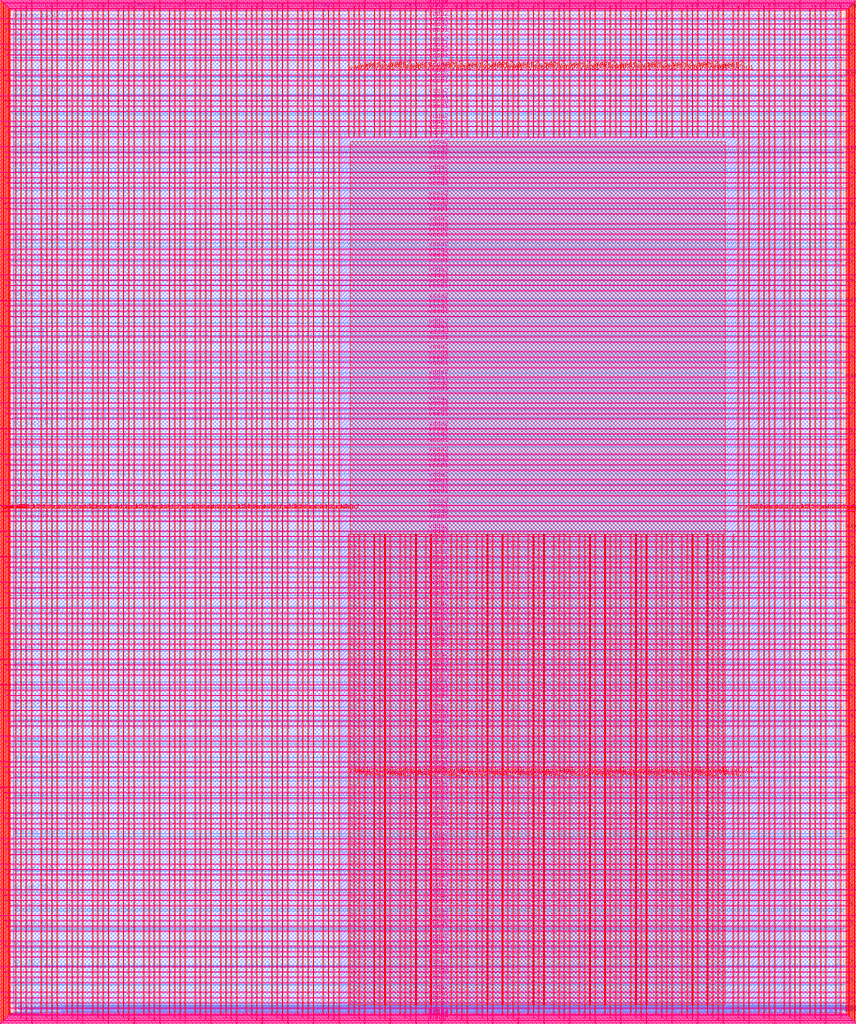
<source format=lef>
VERSION 5.7 ;
  NOWIREEXTENSIONATPIN ON ;
  DIVIDERCHAR "/" ;
  BUSBITCHARS "[]" ;
MACRO user_project_wrapper
  CLASS BLOCK ;
  FOREIGN user_project_wrapper ;
  ORIGIN 0.000 0.000 ;
  SIZE 2920.000 BY 3520.000 ;
  PIN analog_io[0]
    DIRECTION INOUT ;
    USE SIGNAL ;
    PORT
      LAYER met3 ;
        RECT 2917.600 1426.380 2924.800 1427.580 ;
    END
  END analog_io[0]
  PIN analog_io[10]
    DIRECTION INOUT ;
    USE SIGNAL ;
    PORT
      LAYER met2 ;
        RECT 2230.490 3517.600 2231.050 3524.800 ;
    END
  END analog_io[10]
  PIN analog_io[11]
    DIRECTION INOUT ;
    USE SIGNAL ;
    PORT
      LAYER met2 ;
        RECT 1905.730 3517.600 1906.290 3524.800 ;
    END
  END analog_io[11]
  PIN analog_io[12]
    DIRECTION INOUT ;
    USE SIGNAL ;
    PORT
      LAYER met2 ;
        RECT 1581.430 3517.600 1581.990 3524.800 ;
    END
  END analog_io[12]
  PIN analog_io[13]
    DIRECTION INOUT ;
    USE SIGNAL ;
    PORT
      LAYER met2 ;
        RECT 1257.130 3517.600 1257.690 3524.800 ;
    END
  END analog_io[13]
  PIN analog_io[14]
    DIRECTION INOUT ;
    USE SIGNAL ;
    PORT
      LAYER met2 ;
        RECT 932.370 3517.600 932.930 3524.800 ;
    END
  END analog_io[14]
  PIN analog_io[15]
    DIRECTION INOUT ;
    USE SIGNAL ;
    PORT
      LAYER met2 ;
        RECT 608.070 3517.600 608.630 3524.800 ;
    END
  END analog_io[15]
  PIN analog_io[16]
    DIRECTION INOUT ;
    USE SIGNAL ;
    PORT
      LAYER met2 ;
        RECT 283.770 3517.600 284.330 3524.800 ;
    END
  END analog_io[16]
  PIN analog_io[17]
    DIRECTION INOUT ;
    USE SIGNAL ;
    PORT
      LAYER met3 ;
        RECT -4.800 3486.100 2.400 3487.300 ;
    END
  END analog_io[17]
  PIN analog_io[18]
    DIRECTION INOUT ;
    USE SIGNAL ;
    PORT
      LAYER met3 ;
        RECT -4.800 3224.980 2.400 3226.180 ;
    END
  END analog_io[18]
  PIN analog_io[19]
    DIRECTION INOUT ;
    USE SIGNAL ;
    PORT
      LAYER met3 ;
        RECT -4.800 2964.540 2.400 2965.740 ;
    END
  END analog_io[19]
  PIN analog_io[1]
    DIRECTION INOUT ;
    USE SIGNAL ;
    PORT
      LAYER met3 ;
        RECT 2917.600 1692.260 2924.800 1693.460 ;
    END
  END analog_io[1]
  PIN analog_io[20]
    DIRECTION INOUT ;
    USE SIGNAL ;
    PORT
      LAYER met3 ;
        RECT -4.800 2703.420 2.400 2704.620 ;
    END
  END analog_io[20]
  PIN analog_io[21]
    DIRECTION INOUT ;
    USE SIGNAL ;
    PORT
      LAYER met3 ;
        RECT -4.800 2442.980 2.400 2444.180 ;
    END
  END analog_io[21]
  PIN analog_io[22]
    DIRECTION INOUT ;
    USE SIGNAL ;
    PORT
      LAYER met3 ;
        RECT -4.800 2182.540 2.400 2183.740 ;
    END
  END analog_io[22]
  PIN analog_io[23]
    DIRECTION INOUT ;
    USE SIGNAL ;
    PORT
      LAYER met3 ;
        RECT -4.800 1921.420 2.400 1922.620 ;
    END
  END analog_io[23]
  PIN analog_io[24]
    DIRECTION INOUT ;
    USE SIGNAL ;
    PORT
      LAYER met3 ;
        RECT -4.800 1660.980 2.400 1662.180 ;
    END
  END analog_io[24]
  PIN analog_io[25]
    DIRECTION INOUT ;
    USE SIGNAL ;
    PORT
      LAYER met3 ;
        RECT -4.800 1399.860 2.400 1401.060 ;
    END
  END analog_io[25]
  PIN analog_io[26]
    DIRECTION INOUT ;
    USE SIGNAL ;
    PORT
      LAYER met3 ;
        RECT -4.800 1139.420 2.400 1140.620 ;
    END
  END analog_io[26]
  PIN analog_io[27]
    DIRECTION INOUT ;
    USE SIGNAL ;
    PORT
      LAYER met3 ;
        RECT -4.800 878.980 2.400 880.180 ;
    END
  END analog_io[27]
  PIN analog_io[28]
    DIRECTION INOUT ;
    USE SIGNAL ;
    PORT
      LAYER met3 ;
        RECT -4.800 617.860 2.400 619.060 ;
    END
  END analog_io[28]
  PIN analog_io[2]
    DIRECTION INOUT ;
    USE SIGNAL ;
    PORT
      LAYER met3 ;
        RECT 2917.600 1958.140 2924.800 1959.340 ;
    END
  END analog_io[2]
  PIN analog_io[3]
    DIRECTION INOUT ;
    USE SIGNAL ;
    PORT
      LAYER met3 ;
        RECT 2917.600 2223.340 2924.800 2224.540 ;
    END
  END analog_io[3]
  PIN analog_io[4]
    DIRECTION INOUT ;
    USE SIGNAL ;
    PORT
      LAYER met3 ;
        RECT 2917.600 2489.220 2924.800 2490.420 ;
    END
  END analog_io[4]
  PIN analog_io[5]
    DIRECTION INOUT ;
    USE SIGNAL ;
    PORT
      LAYER met3 ;
        RECT 2917.600 2755.100 2924.800 2756.300 ;
    END
  END analog_io[5]
  PIN analog_io[6]
    DIRECTION INOUT ;
    USE SIGNAL ;
    PORT
      LAYER met3 ;
        RECT 2917.600 3020.300 2924.800 3021.500 ;
    END
  END analog_io[6]
  PIN analog_io[7]
    DIRECTION INOUT ;
    USE SIGNAL ;
    PORT
      LAYER met3 ;
        RECT 2917.600 3286.180 2924.800 3287.380 ;
    END
  END analog_io[7]
  PIN analog_io[8]
    DIRECTION INOUT ;
    USE SIGNAL ;
    PORT
      LAYER met2 ;
        RECT 2879.090 3517.600 2879.650 3524.800 ;
    END
  END analog_io[8]
  PIN analog_io[9]
    DIRECTION INOUT ;
    USE SIGNAL ;
    PORT
      LAYER met2 ;
        RECT 2554.790 3517.600 2555.350 3524.800 ;
    END
  END analog_io[9]
  PIN io_in[0]
    DIRECTION INPUT ;
    USE SIGNAL ;
    PORT
      LAYER met3 ;
        RECT 2917.600 32.380 2924.800 33.580 ;
    END
  END io_in[0]
  PIN io_in[10]
    DIRECTION INPUT ;
    USE SIGNAL ;
    PORT
      LAYER met3 ;
        RECT 2917.600 2289.980 2924.800 2291.180 ;
    END
  END io_in[10]
  PIN io_in[11]
    DIRECTION INPUT ;
    USE SIGNAL ;
    PORT
      LAYER met3 ;
        RECT 2917.600 2555.860 2924.800 2557.060 ;
    END
  END io_in[11]
  PIN io_in[12]
    DIRECTION INPUT ;
    USE SIGNAL ;
    PORT
      LAYER met3 ;
        RECT 2917.600 2821.060 2924.800 2822.260 ;
    END
  END io_in[12]
  PIN io_in[13]
    DIRECTION INPUT ;
    USE SIGNAL ;
    PORT
      LAYER met3 ;
        RECT 2917.600 3086.940 2924.800 3088.140 ;
    END
  END io_in[13]
  PIN io_in[14]
    DIRECTION INPUT ;
    USE SIGNAL ;
    PORT
      LAYER met3 ;
        RECT 2917.600 3352.820 2924.800 3354.020 ;
    END
  END io_in[14]
  PIN io_in[15]
    DIRECTION INPUT ;
    USE SIGNAL ;
    PORT
      LAYER met2 ;
        RECT 2798.130 3517.600 2798.690 3524.800 ;
    END
  END io_in[15]
  PIN io_in[16]
    DIRECTION INPUT ;
    USE SIGNAL ;
    PORT
      LAYER met2 ;
        RECT 2473.830 3517.600 2474.390 3524.800 ;
    END
  END io_in[16]
  PIN io_in[17]
    DIRECTION INPUT ;
    USE SIGNAL ;
    PORT
      LAYER met2 ;
        RECT 2149.070 3517.600 2149.630 3524.800 ;
    END
  END io_in[17]
  PIN io_in[18]
    DIRECTION INPUT ;
    USE SIGNAL ;
    PORT
      LAYER met2 ;
        RECT 1824.770 3517.600 1825.330 3524.800 ;
    END
  END io_in[18]
  PIN io_in[19]
    DIRECTION INPUT ;
    USE SIGNAL ;
    PORT
      LAYER met2 ;
        RECT 1500.470 3517.600 1501.030 3524.800 ;
    END
  END io_in[19]
  PIN io_in[1]
    DIRECTION INPUT ;
    USE SIGNAL ;
    PORT
      LAYER met3 ;
        RECT 2917.600 230.940 2924.800 232.140 ;
    END
  END io_in[1]
  PIN io_in[20]
    DIRECTION INPUT ;
    USE SIGNAL ;
    PORT
      LAYER met2 ;
        RECT 1175.710 3517.600 1176.270 3524.800 ;
    END
  END io_in[20]
  PIN io_in[21]
    DIRECTION INPUT ;
    USE SIGNAL ;
    PORT
      LAYER met2 ;
        RECT 851.410 3517.600 851.970 3524.800 ;
    END
  END io_in[21]
  PIN io_in[22]
    DIRECTION INPUT ;
    USE SIGNAL ;
    PORT
      LAYER met2 ;
        RECT 527.110 3517.600 527.670 3524.800 ;
    END
  END io_in[22]
  PIN io_in[23]
    DIRECTION INPUT ;
    USE SIGNAL ;
    PORT
      LAYER met2 ;
        RECT 202.350 3517.600 202.910 3524.800 ;
    END
  END io_in[23]
  PIN io_in[24]
    DIRECTION INPUT ;
    USE SIGNAL ;
    PORT
      LAYER met3 ;
        RECT -4.800 3420.820 2.400 3422.020 ;
    END
  END io_in[24]
  PIN io_in[25]
    DIRECTION INPUT ;
    USE SIGNAL ;
    PORT
      LAYER met3 ;
        RECT -4.800 3159.700 2.400 3160.900 ;
    END
  END io_in[25]
  PIN io_in[26]
    DIRECTION INPUT ;
    USE SIGNAL ;
    PORT
      LAYER met3 ;
        RECT -4.800 2899.260 2.400 2900.460 ;
    END
  END io_in[26]
  PIN io_in[27]
    DIRECTION INPUT ;
    USE SIGNAL ;
    PORT
      LAYER met3 ;
        RECT -4.800 2638.820 2.400 2640.020 ;
    END
  END io_in[27]
  PIN io_in[28]
    DIRECTION INPUT ;
    USE SIGNAL ;
    PORT
      LAYER met3 ;
        RECT -4.800 2377.700 2.400 2378.900 ;
    END
  END io_in[28]
  PIN io_in[29]
    DIRECTION INPUT ;
    USE SIGNAL ;
    PORT
      LAYER met3 ;
        RECT -4.800 2117.260 2.400 2118.460 ;
    END
  END io_in[29]
  PIN io_in[2]
    DIRECTION INPUT ;
    USE SIGNAL ;
    PORT
      LAYER met3 ;
        RECT 2917.600 430.180 2924.800 431.380 ;
    END
  END io_in[2]
  PIN io_in[30]
    DIRECTION INPUT ;
    USE SIGNAL ;
    PORT
      LAYER met3 ;
        RECT -4.800 1856.140 2.400 1857.340 ;
    END
  END io_in[30]
  PIN io_in[31]
    DIRECTION INPUT ;
    USE SIGNAL ;
    PORT
      LAYER met3 ;
        RECT -4.800 1595.700 2.400 1596.900 ;
    END
  END io_in[31]
  PIN io_in[32]
    DIRECTION INPUT ;
    USE SIGNAL ;
    PORT
      LAYER met3 ;
        RECT -4.800 1335.260 2.400 1336.460 ;
    END
  END io_in[32]
  PIN io_in[33]
    DIRECTION INPUT ;
    USE SIGNAL ;
    PORT
      LAYER met3 ;
        RECT -4.800 1074.140 2.400 1075.340 ;
    END
  END io_in[33]
  PIN io_in[34]
    DIRECTION INPUT ;
    USE SIGNAL ;
    PORT
      LAYER met3 ;
        RECT -4.800 813.700 2.400 814.900 ;
    END
  END io_in[34]
  PIN io_in[35]
    DIRECTION INPUT ;
    USE SIGNAL ;
    PORT
      LAYER met3 ;
        RECT -4.800 552.580 2.400 553.780 ;
    END
  END io_in[35]
  PIN io_in[36]
    DIRECTION INPUT ;
    USE SIGNAL ;
    PORT
      LAYER met3 ;
        RECT -4.800 357.420 2.400 358.620 ;
    END
  END io_in[36]
  PIN io_in[37]
    DIRECTION INPUT ;
    USE SIGNAL ;
    PORT
      LAYER met3 ;
        RECT -4.800 161.580 2.400 162.780 ;
    END
  END io_in[37]
  PIN io_in[3]
    DIRECTION INPUT ;
    USE SIGNAL ;
    PORT
      LAYER met3 ;
        RECT 2917.600 629.420 2924.800 630.620 ;
    END
  END io_in[3]
  PIN io_in[4]
    DIRECTION INPUT ;
    USE SIGNAL ;
    PORT
      LAYER met3 ;
        RECT 2917.600 828.660 2924.800 829.860 ;
    END
  END io_in[4]
  PIN io_in[5]
    DIRECTION INPUT ;
    USE SIGNAL ;
    PORT
      LAYER met3 ;
        RECT 2917.600 1027.900 2924.800 1029.100 ;
    END
  END io_in[5]
  PIN io_in[6]
    DIRECTION INPUT ;
    USE SIGNAL ;
    PORT
      LAYER met3 ;
        RECT 2917.600 1227.140 2924.800 1228.340 ;
    END
  END io_in[6]
  PIN io_in[7]
    DIRECTION INPUT ;
    USE SIGNAL ;
    PORT
      LAYER met3 ;
        RECT 2917.600 1493.020 2924.800 1494.220 ;
    END
  END io_in[7]
  PIN io_in[8]
    DIRECTION INPUT ;
    USE SIGNAL ;
    PORT
      LAYER met3 ;
        RECT 2917.600 1758.900 2924.800 1760.100 ;
    END
  END io_in[8]
  PIN io_in[9]
    DIRECTION INPUT ;
    USE SIGNAL ;
    PORT
      LAYER met3 ;
        RECT 2917.600 2024.100 2924.800 2025.300 ;
    END
  END io_in[9]
  PIN io_oeb[0]
    DIRECTION OUTPUT TRISTATE ;
    USE SIGNAL ;
    PORT
      LAYER met3 ;
        RECT 2917.600 164.980 2924.800 166.180 ;
    END
  END io_oeb[0]
  PIN io_oeb[10]
    DIRECTION OUTPUT TRISTATE ;
    USE SIGNAL ;
    PORT
      LAYER met3 ;
        RECT 2917.600 2422.580 2924.800 2423.780 ;
    END
  END io_oeb[10]
  PIN io_oeb[11]
    DIRECTION OUTPUT TRISTATE ;
    USE SIGNAL ;
    PORT
      LAYER met3 ;
        RECT 2917.600 2688.460 2924.800 2689.660 ;
    END
  END io_oeb[11]
  PIN io_oeb[12]
    DIRECTION OUTPUT TRISTATE ;
    USE SIGNAL ;
    PORT
      LAYER met3 ;
        RECT 2917.600 2954.340 2924.800 2955.540 ;
    END
  END io_oeb[12]
  PIN io_oeb[13]
    DIRECTION OUTPUT TRISTATE ;
    USE SIGNAL ;
    PORT
      LAYER met3 ;
        RECT 2917.600 3219.540 2924.800 3220.740 ;
    END
  END io_oeb[13]
  PIN io_oeb[14]
    DIRECTION OUTPUT TRISTATE ;
    USE SIGNAL ;
    PORT
      LAYER met3 ;
        RECT 2917.600 3485.420 2924.800 3486.620 ;
    END
  END io_oeb[14]
  PIN io_oeb[15]
    DIRECTION OUTPUT TRISTATE ;
    USE SIGNAL ;
    PORT
      LAYER met2 ;
        RECT 2635.750 3517.600 2636.310 3524.800 ;
    END
  END io_oeb[15]
  PIN io_oeb[16]
    DIRECTION OUTPUT TRISTATE ;
    USE SIGNAL ;
    PORT
      LAYER met2 ;
        RECT 2311.450 3517.600 2312.010 3524.800 ;
    END
  END io_oeb[16]
  PIN io_oeb[17]
    DIRECTION OUTPUT TRISTATE ;
    USE SIGNAL ;
    PORT
      LAYER met2 ;
        RECT 1987.150 3517.600 1987.710 3524.800 ;
    END
  END io_oeb[17]
  PIN io_oeb[18]
    DIRECTION OUTPUT TRISTATE ;
    USE SIGNAL ;
    PORT
      LAYER met2 ;
        RECT 1662.390 3517.600 1662.950 3524.800 ;
    END
  END io_oeb[18]
  PIN io_oeb[19]
    DIRECTION OUTPUT TRISTATE ;
    USE SIGNAL ;
    PORT
      LAYER met2 ;
        RECT 1338.090 3517.600 1338.650 3524.800 ;
    END
  END io_oeb[19]
  PIN io_oeb[1]
    DIRECTION OUTPUT TRISTATE ;
    USE SIGNAL ;
    PORT
      LAYER met3 ;
        RECT 2917.600 364.220 2924.800 365.420 ;
    END
  END io_oeb[1]
  PIN io_oeb[20]
    DIRECTION OUTPUT TRISTATE ;
    USE SIGNAL ;
    PORT
      LAYER met2 ;
        RECT 1013.790 3517.600 1014.350 3524.800 ;
    END
  END io_oeb[20]
  PIN io_oeb[21]
    DIRECTION OUTPUT TRISTATE ;
    USE SIGNAL ;
    PORT
      LAYER met2 ;
        RECT 689.030 3517.600 689.590 3524.800 ;
    END
  END io_oeb[21]
  PIN io_oeb[22]
    DIRECTION OUTPUT TRISTATE ;
    USE SIGNAL ;
    PORT
      LAYER met2 ;
        RECT 364.730 3517.600 365.290 3524.800 ;
    END
  END io_oeb[22]
  PIN io_oeb[23]
    DIRECTION OUTPUT TRISTATE ;
    USE SIGNAL ;
    PORT
      LAYER met2 ;
        RECT 40.430 3517.600 40.990 3524.800 ;
    END
  END io_oeb[23]
  PIN io_oeb[24]
    DIRECTION OUTPUT TRISTATE ;
    USE SIGNAL ;
    PORT
      LAYER met3 ;
        RECT -4.800 3290.260 2.400 3291.460 ;
    END
  END io_oeb[24]
  PIN io_oeb[25]
    DIRECTION OUTPUT TRISTATE ;
    USE SIGNAL ;
    PORT
      LAYER met3 ;
        RECT -4.800 3029.820 2.400 3031.020 ;
    END
  END io_oeb[25]
  PIN io_oeb[26]
    DIRECTION OUTPUT TRISTATE ;
    USE SIGNAL ;
    PORT
      LAYER met3 ;
        RECT -4.800 2768.700 2.400 2769.900 ;
    END
  END io_oeb[26]
  PIN io_oeb[27]
    DIRECTION OUTPUT TRISTATE ;
    USE SIGNAL ;
    PORT
      LAYER met3 ;
        RECT -4.800 2508.260 2.400 2509.460 ;
    END
  END io_oeb[27]
  PIN io_oeb[28]
    DIRECTION OUTPUT TRISTATE ;
    USE SIGNAL ;
    PORT
      LAYER met3 ;
        RECT -4.800 2247.140 2.400 2248.340 ;
    END
  END io_oeb[28]
  PIN io_oeb[29]
    DIRECTION OUTPUT TRISTATE ;
    USE SIGNAL ;
    PORT
      LAYER met3 ;
        RECT -4.800 1986.700 2.400 1987.900 ;
    END
  END io_oeb[29]
  PIN io_oeb[2]
    DIRECTION OUTPUT TRISTATE ;
    USE SIGNAL ;
    PORT
      LAYER met3 ;
        RECT 2917.600 563.460 2924.800 564.660 ;
    END
  END io_oeb[2]
  PIN io_oeb[30]
    DIRECTION OUTPUT TRISTATE ;
    USE SIGNAL ;
    PORT
      LAYER met3 ;
        RECT -4.800 1726.260 2.400 1727.460 ;
    END
  END io_oeb[30]
  PIN io_oeb[31]
    DIRECTION OUTPUT TRISTATE ;
    USE SIGNAL ;
    PORT
      LAYER met3 ;
        RECT -4.800 1465.140 2.400 1466.340 ;
    END
  END io_oeb[31]
  PIN io_oeb[32]
    DIRECTION OUTPUT TRISTATE ;
    USE SIGNAL ;
    PORT
      LAYER met3 ;
        RECT -4.800 1204.700 2.400 1205.900 ;
    END
  END io_oeb[32]
  PIN io_oeb[33]
    DIRECTION OUTPUT TRISTATE ;
    USE SIGNAL ;
    PORT
      LAYER met3 ;
        RECT -4.800 943.580 2.400 944.780 ;
    END
  END io_oeb[33]
  PIN io_oeb[34]
    DIRECTION OUTPUT TRISTATE ;
    USE SIGNAL ;
    PORT
      LAYER met3 ;
        RECT -4.800 683.140 2.400 684.340 ;
    END
  END io_oeb[34]
  PIN io_oeb[35]
    DIRECTION OUTPUT TRISTATE ;
    USE SIGNAL ;
    PORT
      LAYER met3 ;
        RECT -4.800 422.700 2.400 423.900 ;
    END
  END io_oeb[35]
  PIN io_oeb[36]
    DIRECTION OUTPUT TRISTATE ;
    USE SIGNAL ;
    PORT
      LAYER met3 ;
        RECT -4.800 226.860 2.400 228.060 ;
    END
  END io_oeb[36]
  PIN io_oeb[37]
    DIRECTION OUTPUT TRISTATE ;
    USE SIGNAL ;
    PORT
      LAYER met3 ;
        RECT -4.800 31.700 2.400 32.900 ;
    END
  END io_oeb[37]
  PIN io_oeb[3]
    DIRECTION OUTPUT TRISTATE ;
    USE SIGNAL ;
    PORT
      LAYER met3 ;
        RECT 2917.600 762.700 2924.800 763.900 ;
    END
  END io_oeb[3]
  PIN io_oeb[4]
    DIRECTION OUTPUT TRISTATE ;
    USE SIGNAL ;
    PORT
      LAYER met3 ;
        RECT 2917.600 961.940 2924.800 963.140 ;
    END
  END io_oeb[4]
  PIN io_oeb[5]
    DIRECTION OUTPUT TRISTATE ;
    USE SIGNAL ;
    PORT
      LAYER met3 ;
        RECT 2917.600 1161.180 2924.800 1162.380 ;
    END
  END io_oeb[5]
  PIN io_oeb[6]
    DIRECTION OUTPUT TRISTATE ;
    USE SIGNAL ;
    PORT
      LAYER met3 ;
        RECT 2917.600 1360.420 2924.800 1361.620 ;
    END
  END io_oeb[6]
  PIN io_oeb[7]
    DIRECTION OUTPUT TRISTATE ;
    USE SIGNAL ;
    PORT
      LAYER met3 ;
        RECT 2917.600 1625.620 2924.800 1626.820 ;
    END
  END io_oeb[7]
  PIN io_oeb[8]
    DIRECTION OUTPUT TRISTATE ;
    USE SIGNAL ;
    PORT
      LAYER met3 ;
        RECT 2917.600 1891.500 2924.800 1892.700 ;
    END
  END io_oeb[8]
  PIN io_oeb[9]
    DIRECTION OUTPUT TRISTATE ;
    USE SIGNAL ;
    PORT
      LAYER met3 ;
        RECT 2917.600 2157.380 2924.800 2158.580 ;
    END
  END io_oeb[9]
  PIN io_out[0]
    DIRECTION OUTPUT TRISTATE ;
    USE SIGNAL ;
    PORT
      LAYER met3 ;
        RECT 2917.600 98.340 2924.800 99.540 ;
    END
  END io_out[0]
  PIN io_out[10]
    DIRECTION OUTPUT TRISTATE ;
    USE SIGNAL ;
    PORT
      LAYER met3 ;
        RECT 2917.600 2356.620 2924.800 2357.820 ;
    END
  END io_out[10]
  PIN io_out[11]
    DIRECTION OUTPUT TRISTATE ;
    USE SIGNAL ;
    PORT
      LAYER met3 ;
        RECT 2917.600 2621.820 2924.800 2623.020 ;
    END
  END io_out[11]
  PIN io_out[12]
    DIRECTION OUTPUT TRISTATE ;
    USE SIGNAL ;
    PORT
      LAYER met3 ;
        RECT 2917.600 2887.700 2924.800 2888.900 ;
    END
  END io_out[12]
  PIN io_out[13]
    DIRECTION OUTPUT TRISTATE ;
    USE SIGNAL ;
    PORT
      LAYER met3 ;
        RECT 2917.600 3153.580 2924.800 3154.780 ;
    END
  END io_out[13]
  PIN io_out[14]
    DIRECTION OUTPUT TRISTATE ;
    USE SIGNAL ;
    PORT
      LAYER met3 ;
        RECT 2917.600 3418.780 2924.800 3419.980 ;
    END
  END io_out[14]
  PIN io_out[15]
    DIRECTION OUTPUT TRISTATE ;
    USE SIGNAL ;
    PORT
      LAYER met2 ;
        RECT 2717.170 3517.600 2717.730 3524.800 ;
    END
  END io_out[15]
  PIN io_out[16]
    DIRECTION OUTPUT TRISTATE ;
    USE SIGNAL ;
    PORT
      LAYER met2 ;
        RECT 2392.410 3517.600 2392.970 3524.800 ;
    END
  END io_out[16]
  PIN io_out[17]
    DIRECTION OUTPUT TRISTATE ;
    USE SIGNAL ;
    PORT
      LAYER met2 ;
        RECT 2068.110 3517.600 2068.670 3524.800 ;
    END
  END io_out[17]
  PIN io_out[18]
    DIRECTION OUTPUT TRISTATE ;
    USE SIGNAL ;
    PORT
      LAYER met2 ;
        RECT 1743.810 3517.600 1744.370 3524.800 ;
    END
  END io_out[18]
  PIN io_out[19]
    DIRECTION OUTPUT TRISTATE ;
    USE SIGNAL ;
    PORT
      LAYER met2 ;
        RECT 1419.050 3517.600 1419.610 3524.800 ;
    END
  END io_out[19]
  PIN io_out[1]
    DIRECTION OUTPUT TRISTATE ;
    USE SIGNAL ;
    PORT
      LAYER met3 ;
        RECT 2917.600 297.580 2924.800 298.780 ;
    END
  END io_out[1]
  PIN io_out[20]
    DIRECTION OUTPUT TRISTATE ;
    USE SIGNAL ;
    PORT
      LAYER met2 ;
        RECT 1094.750 3517.600 1095.310 3524.800 ;
    END
  END io_out[20]
  PIN io_out[21]
    DIRECTION OUTPUT TRISTATE ;
    USE SIGNAL ;
    PORT
      LAYER met2 ;
        RECT 770.450 3517.600 771.010 3524.800 ;
    END
  END io_out[21]
  PIN io_out[22]
    DIRECTION OUTPUT TRISTATE ;
    USE SIGNAL ;
    PORT
      LAYER met2 ;
        RECT 445.690 3517.600 446.250 3524.800 ;
    END
  END io_out[22]
  PIN io_out[23]
    DIRECTION OUTPUT TRISTATE ;
    USE SIGNAL ;
    PORT
      LAYER met2 ;
        RECT 121.390 3517.600 121.950 3524.800 ;
    END
  END io_out[23]
  PIN io_out[24]
    DIRECTION OUTPUT TRISTATE ;
    USE SIGNAL ;
    PORT
      LAYER met3 ;
        RECT -4.800 3355.540 2.400 3356.740 ;
    END
  END io_out[24]
  PIN io_out[25]
    DIRECTION OUTPUT TRISTATE ;
    USE SIGNAL ;
    PORT
      LAYER met3 ;
        RECT -4.800 3095.100 2.400 3096.300 ;
    END
  END io_out[25]
  PIN io_out[26]
    DIRECTION OUTPUT TRISTATE ;
    USE SIGNAL ;
    PORT
      LAYER met3 ;
        RECT -4.800 2833.980 2.400 2835.180 ;
    END
  END io_out[26]
  PIN io_out[27]
    DIRECTION OUTPUT TRISTATE ;
    USE SIGNAL ;
    PORT
      LAYER met3 ;
        RECT -4.800 2573.540 2.400 2574.740 ;
    END
  END io_out[27]
  PIN io_out[28]
    DIRECTION OUTPUT TRISTATE ;
    USE SIGNAL ;
    PORT
      LAYER met3 ;
        RECT -4.800 2312.420 2.400 2313.620 ;
    END
  END io_out[28]
  PIN io_out[29]
    DIRECTION OUTPUT TRISTATE ;
    USE SIGNAL ;
    PORT
      LAYER met3 ;
        RECT -4.800 2051.980 2.400 2053.180 ;
    END
  END io_out[29]
  PIN io_out[2]
    DIRECTION OUTPUT TRISTATE ;
    USE SIGNAL ;
    PORT
      LAYER met3 ;
        RECT 2917.600 496.820 2924.800 498.020 ;
    END
  END io_out[2]
  PIN io_out[30]
    DIRECTION OUTPUT TRISTATE ;
    USE SIGNAL ;
    PORT
      LAYER met3 ;
        RECT -4.800 1791.540 2.400 1792.740 ;
    END
  END io_out[30]
  PIN io_out[31]
    DIRECTION OUTPUT TRISTATE ;
    USE SIGNAL ;
    PORT
      LAYER met3 ;
        RECT -4.800 1530.420 2.400 1531.620 ;
    END
  END io_out[31]
  PIN io_out[32]
    DIRECTION OUTPUT TRISTATE ;
    USE SIGNAL ;
    PORT
      LAYER met3 ;
        RECT -4.800 1269.980 2.400 1271.180 ;
    END
  END io_out[32]
  PIN io_out[33]
    DIRECTION OUTPUT TRISTATE ;
    USE SIGNAL ;
    PORT
      LAYER met3 ;
        RECT -4.800 1008.860 2.400 1010.060 ;
    END
  END io_out[33]
  PIN io_out[34]
    DIRECTION OUTPUT TRISTATE ;
    USE SIGNAL ;
    PORT
      LAYER met3 ;
        RECT -4.800 748.420 2.400 749.620 ;
    END
  END io_out[34]
  PIN io_out[35]
    DIRECTION OUTPUT TRISTATE ;
    USE SIGNAL ;
    PORT
      LAYER met3 ;
        RECT -4.800 487.300 2.400 488.500 ;
    END
  END io_out[35]
  PIN io_out[36]
    DIRECTION OUTPUT TRISTATE ;
    USE SIGNAL ;
    PORT
      LAYER met3 ;
        RECT -4.800 292.140 2.400 293.340 ;
    END
  END io_out[36]
  PIN io_out[37]
    DIRECTION OUTPUT TRISTATE ;
    USE SIGNAL ;
    PORT
      LAYER met3 ;
        RECT -4.800 96.300 2.400 97.500 ;
    END
  END io_out[37]
  PIN io_out[3]
    DIRECTION OUTPUT TRISTATE ;
    USE SIGNAL ;
    PORT
      LAYER met3 ;
        RECT 2917.600 696.060 2924.800 697.260 ;
    END
  END io_out[3]
  PIN io_out[4]
    DIRECTION OUTPUT TRISTATE ;
    USE SIGNAL ;
    PORT
      LAYER met3 ;
        RECT 2917.600 895.300 2924.800 896.500 ;
    END
  END io_out[4]
  PIN io_out[5]
    DIRECTION OUTPUT TRISTATE ;
    USE SIGNAL ;
    PORT
      LAYER met3 ;
        RECT 2917.600 1094.540 2924.800 1095.740 ;
    END
  END io_out[5]
  PIN io_out[6]
    DIRECTION OUTPUT TRISTATE ;
    USE SIGNAL ;
    PORT
      LAYER met3 ;
        RECT 2917.600 1293.780 2924.800 1294.980 ;
    END
  END io_out[6]
  PIN io_out[7]
    DIRECTION OUTPUT TRISTATE ;
    USE SIGNAL ;
    PORT
      LAYER met3 ;
        RECT 2917.600 1559.660 2924.800 1560.860 ;
    END
  END io_out[7]
  PIN io_out[8]
    DIRECTION OUTPUT TRISTATE ;
    USE SIGNAL ;
    PORT
      LAYER met3 ;
        RECT 2917.600 1824.860 2924.800 1826.060 ;
    END
  END io_out[8]
  PIN io_out[9]
    DIRECTION OUTPUT TRISTATE ;
    USE SIGNAL ;
    PORT
      LAYER met3 ;
        RECT 2917.600 2090.740 2924.800 2091.940 ;
    END
  END io_out[9]
  PIN la_data_in[0]
    DIRECTION INPUT ;
    USE SIGNAL ;
    PORT
      LAYER met2 ;
        RECT 629.230 -4.800 629.790 2.400 ;
    END
  END la_data_in[0]
  PIN la_data_in[100]
    DIRECTION INPUT ;
    USE SIGNAL ;
    PORT
      LAYER met2 ;
        RECT 2402.530 -4.800 2403.090 2.400 ;
    END
  END la_data_in[100]
  PIN la_data_in[101]
    DIRECTION INPUT ;
    USE SIGNAL ;
    PORT
      LAYER met2 ;
        RECT 2420.010 -4.800 2420.570 2.400 ;
    END
  END la_data_in[101]
  PIN la_data_in[102]
    DIRECTION INPUT ;
    USE SIGNAL ;
    PORT
      LAYER met2 ;
        RECT 2437.950 -4.800 2438.510 2.400 ;
    END
  END la_data_in[102]
  PIN la_data_in[103]
    DIRECTION INPUT ;
    USE SIGNAL ;
    PORT
      LAYER met2 ;
        RECT 2455.430 -4.800 2455.990 2.400 ;
    END
  END la_data_in[103]
  PIN la_data_in[104]
    DIRECTION INPUT ;
    USE SIGNAL ;
    PORT
      LAYER met2 ;
        RECT 2473.370 -4.800 2473.930 2.400 ;
    END
  END la_data_in[104]
  PIN la_data_in[105]
    DIRECTION INPUT ;
    USE SIGNAL ;
    PORT
      LAYER met2 ;
        RECT 2490.850 -4.800 2491.410 2.400 ;
    END
  END la_data_in[105]
  PIN la_data_in[106]
    DIRECTION INPUT ;
    USE SIGNAL ;
    PORT
      LAYER met2 ;
        RECT 2508.790 -4.800 2509.350 2.400 ;
    END
  END la_data_in[106]
  PIN la_data_in[107]
    DIRECTION INPUT ;
    USE SIGNAL ;
    PORT
      LAYER met2 ;
        RECT 2526.730 -4.800 2527.290 2.400 ;
    END
  END la_data_in[107]
  PIN la_data_in[108]
    DIRECTION INPUT ;
    USE SIGNAL ;
    PORT
      LAYER met2 ;
        RECT 2544.210 -4.800 2544.770 2.400 ;
    END
  END la_data_in[108]
  PIN la_data_in[109]
    DIRECTION INPUT ;
    USE SIGNAL ;
    PORT
      LAYER met2 ;
        RECT 2562.150 -4.800 2562.710 2.400 ;
    END
  END la_data_in[109]
  PIN la_data_in[10]
    DIRECTION INPUT ;
    USE SIGNAL ;
    PORT
      LAYER met2 ;
        RECT 806.330 -4.800 806.890 2.400 ;
    END
  END la_data_in[10]
  PIN la_data_in[110]
    DIRECTION INPUT ;
    USE SIGNAL ;
    PORT
      LAYER met2 ;
        RECT 2579.630 -4.800 2580.190 2.400 ;
    END
  END la_data_in[110]
  PIN la_data_in[111]
    DIRECTION INPUT ;
    USE SIGNAL ;
    PORT
      LAYER met2 ;
        RECT 2597.570 -4.800 2598.130 2.400 ;
    END
  END la_data_in[111]
  PIN la_data_in[112]
    DIRECTION INPUT ;
    USE SIGNAL ;
    PORT
      LAYER met2 ;
        RECT 2615.050 -4.800 2615.610 2.400 ;
    END
  END la_data_in[112]
  PIN la_data_in[113]
    DIRECTION INPUT ;
    USE SIGNAL ;
    PORT
      LAYER met2 ;
        RECT 2632.990 -4.800 2633.550 2.400 ;
    END
  END la_data_in[113]
  PIN la_data_in[114]
    DIRECTION INPUT ;
    USE SIGNAL ;
    PORT
      LAYER met2 ;
        RECT 2650.470 -4.800 2651.030 2.400 ;
    END
  END la_data_in[114]
  PIN la_data_in[115]
    DIRECTION INPUT ;
    USE SIGNAL ;
    PORT
      LAYER met2 ;
        RECT 2668.410 -4.800 2668.970 2.400 ;
    END
  END la_data_in[115]
  PIN la_data_in[116]
    DIRECTION INPUT ;
    USE SIGNAL ;
    PORT
      LAYER met2 ;
        RECT 2685.890 -4.800 2686.450 2.400 ;
    END
  END la_data_in[116]
  PIN la_data_in[117]
    DIRECTION INPUT ;
    USE SIGNAL ;
    PORT
      LAYER met2 ;
        RECT 2703.830 -4.800 2704.390 2.400 ;
    END
  END la_data_in[117]
  PIN la_data_in[118]
    DIRECTION INPUT ;
    USE SIGNAL ;
    PORT
      LAYER met2 ;
        RECT 2721.770 -4.800 2722.330 2.400 ;
    END
  END la_data_in[118]
  PIN la_data_in[119]
    DIRECTION INPUT ;
    USE SIGNAL ;
    PORT
      LAYER met2 ;
        RECT 2739.250 -4.800 2739.810 2.400 ;
    END
  END la_data_in[119]
  PIN la_data_in[11]
    DIRECTION INPUT ;
    USE SIGNAL ;
    PORT
      LAYER met2 ;
        RECT 824.270 -4.800 824.830 2.400 ;
    END
  END la_data_in[11]
  PIN la_data_in[120]
    DIRECTION INPUT ;
    USE SIGNAL ;
    PORT
      LAYER met2 ;
        RECT 2757.190 -4.800 2757.750 2.400 ;
    END
  END la_data_in[120]
  PIN la_data_in[121]
    DIRECTION INPUT ;
    USE SIGNAL ;
    PORT
      LAYER met2 ;
        RECT 2774.670 -4.800 2775.230 2.400 ;
    END
  END la_data_in[121]
  PIN la_data_in[122]
    DIRECTION INPUT ;
    USE SIGNAL ;
    PORT
      LAYER met2 ;
        RECT 2792.610 -4.800 2793.170 2.400 ;
    END
  END la_data_in[122]
  PIN la_data_in[123]
    DIRECTION INPUT ;
    USE SIGNAL ;
    PORT
      LAYER met2 ;
        RECT 2810.090 -4.800 2810.650 2.400 ;
    END
  END la_data_in[123]
  PIN la_data_in[124]
    DIRECTION INPUT ;
    USE SIGNAL ;
    PORT
      LAYER met2 ;
        RECT 2828.030 -4.800 2828.590 2.400 ;
    END
  END la_data_in[124]
  PIN la_data_in[125]
    DIRECTION INPUT ;
    USE SIGNAL ;
    PORT
      LAYER met2 ;
        RECT 2845.510 -4.800 2846.070 2.400 ;
    END
  END la_data_in[125]
  PIN la_data_in[126]
    DIRECTION INPUT ;
    USE SIGNAL ;
    PORT
      LAYER met2 ;
        RECT 2863.450 -4.800 2864.010 2.400 ;
    END
  END la_data_in[126]
  PIN la_data_in[127]
    DIRECTION INPUT ;
    USE SIGNAL ;
    PORT
      LAYER met2 ;
        RECT 2881.390 -4.800 2881.950 2.400 ;
    END
  END la_data_in[127]
  PIN la_data_in[12]
    DIRECTION INPUT ;
    USE SIGNAL ;
    PORT
      LAYER met2 ;
        RECT 841.750 -4.800 842.310 2.400 ;
    END
  END la_data_in[12]
  PIN la_data_in[13]
    DIRECTION INPUT ;
    USE SIGNAL ;
    PORT
      LAYER met2 ;
        RECT 859.690 -4.800 860.250 2.400 ;
    END
  END la_data_in[13]
  PIN la_data_in[14]
    DIRECTION INPUT ;
    USE SIGNAL ;
    PORT
      LAYER met2 ;
        RECT 877.170 -4.800 877.730 2.400 ;
    END
  END la_data_in[14]
  PIN la_data_in[15]
    DIRECTION INPUT ;
    USE SIGNAL ;
    PORT
      LAYER met2 ;
        RECT 895.110 -4.800 895.670 2.400 ;
    END
  END la_data_in[15]
  PIN la_data_in[16]
    DIRECTION INPUT ;
    USE SIGNAL ;
    PORT
      LAYER met2 ;
        RECT 912.590 -4.800 913.150 2.400 ;
    END
  END la_data_in[16]
  PIN la_data_in[17]
    DIRECTION INPUT ;
    USE SIGNAL ;
    PORT
      LAYER met2 ;
        RECT 930.530 -4.800 931.090 2.400 ;
    END
  END la_data_in[17]
  PIN la_data_in[18]
    DIRECTION INPUT ;
    USE SIGNAL ;
    PORT
      LAYER met2 ;
        RECT 948.470 -4.800 949.030 2.400 ;
    END
  END la_data_in[18]
  PIN la_data_in[19]
    DIRECTION INPUT ;
    USE SIGNAL ;
    PORT
      LAYER met2 ;
        RECT 965.950 -4.800 966.510 2.400 ;
    END
  END la_data_in[19]
  PIN la_data_in[1]
    DIRECTION INPUT ;
    USE SIGNAL ;
    PORT
      LAYER met2 ;
        RECT 646.710 -4.800 647.270 2.400 ;
    END
  END la_data_in[1]
  PIN la_data_in[20]
    DIRECTION INPUT ;
    USE SIGNAL ;
    PORT
      LAYER met2 ;
        RECT 983.890 -4.800 984.450 2.400 ;
    END
  END la_data_in[20]
  PIN la_data_in[21]
    DIRECTION INPUT ;
    USE SIGNAL ;
    PORT
      LAYER met2 ;
        RECT 1001.370 -4.800 1001.930 2.400 ;
    END
  END la_data_in[21]
  PIN la_data_in[22]
    DIRECTION INPUT ;
    USE SIGNAL ;
    PORT
      LAYER met2 ;
        RECT 1019.310 -4.800 1019.870 2.400 ;
    END
  END la_data_in[22]
  PIN la_data_in[23]
    DIRECTION INPUT ;
    USE SIGNAL ;
    PORT
      LAYER met2 ;
        RECT 1036.790 -4.800 1037.350 2.400 ;
    END
  END la_data_in[23]
  PIN la_data_in[24]
    DIRECTION INPUT ;
    USE SIGNAL ;
    PORT
      LAYER met2 ;
        RECT 1054.730 -4.800 1055.290 2.400 ;
    END
  END la_data_in[24]
  PIN la_data_in[25]
    DIRECTION INPUT ;
    USE SIGNAL ;
    PORT
      LAYER met2 ;
        RECT 1072.210 -4.800 1072.770 2.400 ;
    END
  END la_data_in[25]
  PIN la_data_in[26]
    DIRECTION INPUT ;
    USE SIGNAL ;
    PORT
      LAYER met2 ;
        RECT 1090.150 -4.800 1090.710 2.400 ;
    END
  END la_data_in[26]
  PIN la_data_in[27]
    DIRECTION INPUT ;
    USE SIGNAL ;
    PORT
      LAYER met2 ;
        RECT 1107.630 -4.800 1108.190 2.400 ;
    END
  END la_data_in[27]
  PIN la_data_in[28]
    DIRECTION INPUT ;
    USE SIGNAL ;
    PORT
      LAYER met2 ;
        RECT 1125.570 -4.800 1126.130 2.400 ;
    END
  END la_data_in[28]
  PIN la_data_in[29]
    DIRECTION INPUT ;
    USE SIGNAL ;
    PORT
      LAYER met2 ;
        RECT 1143.510 -4.800 1144.070 2.400 ;
    END
  END la_data_in[29]
  PIN la_data_in[2]
    DIRECTION INPUT ;
    USE SIGNAL ;
    PORT
      LAYER met2 ;
        RECT 664.650 -4.800 665.210 2.400 ;
    END
  END la_data_in[2]
  PIN la_data_in[30]
    DIRECTION INPUT ;
    USE SIGNAL ;
    PORT
      LAYER met2 ;
        RECT 1160.990 -4.800 1161.550 2.400 ;
    END
  END la_data_in[30]
  PIN la_data_in[31]
    DIRECTION INPUT ;
    USE SIGNAL ;
    PORT
      LAYER met2 ;
        RECT 1178.930 -4.800 1179.490 2.400 ;
    END
  END la_data_in[31]
  PIN la_data_in[32]
    DIRECTION INPUT ;
    USE SIGNAL ;
    PORT
      LAYER met2 ;
        RECT 1196.410 -4.800 1196.970 2.400 ;
    END
  END la_data_in[32]
  PIN la_data_in[33]
    DIRECTION INPUT ;
    USE SIGNAL ;
    PORT
      LAYER met2 ;
        RECT 1214.350 -4.800 1214.910 2.400 ;
    END
  END la_data_in[33]
  PIN la_data_in[34]
    DIRECTION INPUT ;
    USE SIGNAL ;
    PORT
      LAYER met2 ;
        RECT 1231.830 -4.800 1232.390 2.400 ;
    END
  END la_data_in[34]
  PIN la_data_in[35]
    DIRECTION INPUT ;
    USE SIGNAL ;
    PORT
      LAYER met2 ;
        RECT 1249.770 -4.800 1250.330 2.400 ;
    END
  END la_data_in[35]
  PIN la_data_in[36]
    DIRECTION INPUT ;
    USE SIGNAL ;
    PORT
      LAYER met2 ;
        RECT 1267.250 -4.800 1267.810 2.400 ;
    END
  END la_data_in[36]
  PIN la_data_in[37]
    DIRECTION INPUT ;
    USE SIGNAL ;
    PORT
      LAYER met2 ;
        RECT 1285.190 -4.800 1285.750 2.400 ;
    END
  END la_data_in[37]
  PIN la_data_in[38]
    DIRECTION INPUT ;
    USE SIGNAL ;
    PORT
      LAYER met2 ;
        RECT 1303.130 -4.800 1303.690 2.400 ;
    END
  END la_data_in[38]
  PIN la_data_in[39]
    DIRECTION INPUT ;
    USE SIGNAL ;
    PORT
      LAYER met2 ;
        RECT 1320.610 -4.800 1321.170 2.400 ;
    END
  END la_data_in[39]
  PIN la_data_in[3]
    DIRECTION INPUT ;
    USE SIGNAL ;
    PORT
      LAYER met2 ;
        RECT 682.130 -4.800 682.690 2.400 ;
    END
  END la_data_in[3]
  PIN la_data_in[40]
    DIRECTION INPUT ;
    USE SIGNAL ;
    PORT
      LAYER met2 ;
        RECT 1338.550 -4.800 1339.110 2.400 ;
    END
  END la_data_in[40]
  PIN la_data_in[41]
    DIRECTION INPUT ;
    USE SIGNAL ;
    PORT
      LAYER met2 ;
        RECT 1356.030 -4.800 1356.590 2.400 ;
    END
  END la_data_in[41]
  PIN la_data_in[42]
    DIRECTION INPUT ;
    USE SIGNAL ;
    PORT
      LAYER met2 ;
        RECT 1373.970 -4.800 1374.530 2.400 ;
    END
  END la_data_in[42]
  PIN la_data_in[43]
    DIRECTION INPUT ;
    USE SIGNAL ;
    PORT
      LAYER met2 ;
        RECT 1391.450 -4.800 1392.010 2.400 ;
    END
  END la_data_in[43]
  PIN la_data_in[44]
    DIRECTION INPUT ;
    USE SIGNAL ;
    PORT
      LAYER met2 ;
        RECT 1409.390 -4.800 1409.950 2.400 ;
    END
  END la_data_in[44]
  PIN la_data_in[45]
    DIRECTION INPUT ;
    USE SIGNAL ;
    PORT
      LAYER met2 ;
        RECT 1426.870 -4.800 1427.430 2.400 ;
    END
  END la_data_in[45]
  PIN la_data_in[46]
    DIRECTION INPUT ;
    USE SIGNAL ;
    PORT
      LAYER met2 ;
        RECT 1444.810 -4.800 1445.370 2.400 ;
    END
  END la_data_in[46]
  PIN la_data_in[47]
    DIRECTION INPUT ;
    USE SIGNAL ;
    PORT
      LAYER met2 ;
        RECT 1462.750 -4.800 1463.310 2.400 ;
    END
  END la_data_in[47]
  PIN la_data_in[48]
    DIRECTION INPUT ;
    USE SIGNAL ;
    PORT
      LAYER met2 ;
        RECT 1480.230 -4.800 1480.790 2.400 ;
    END
  END la_data_in[48]
  PIN la_data_in[49]
    DIRECTION INPUT ;
    USE SIGNAL ;
    PORT
      LAYER met2 ;
        RECT 1498.170 -4.800 1498.730 2.400 ;
    END
  END la_data_in[49]
  PIN la_data_in[4]
    DIRECTION INPUT ;
    USE SIGNAL ;
    PORT
      LAYER met2 ;
        RECT 700.070 -4.800 700.630 2.400 ;
    END
  END la_data_in[4]
  PIN la_data_in[50]
    DIRECTION INPUT ;
    USE SIGNAL ;
    PORT
      LAYER met2 ;
        RECT 1515.650 -4.800 1516.210 2.400 ;
    END
  END la_data_in[50]
  PIN la_data_in[51]
    DIRECTION INPUT ;
    USE SIGNAL ;
    PORT
      LAYER met2 ;
        RECT 1533.590 -4.800 1534.150 2.400 ;
    END
  END la_data_in[51]
  PIN la_data_in[52]
    DIRECTION INPUT ;
    USE SIGNAL ;
    PORT
      LAYER met2 ;
        RECT 1551.070 -4.800 1551.630 2.400 ;
    END
  END la_data_in[52]
  PIN la_data_in[53]
    DIRECTION INPUT ;
    USE SIGNAL ;
    PORT
      LAYER met2 ;
        RECT 1569.010 -4.800 1569.570 2.400 ;
    END
  END la_data_in[53]
  PIN la_data_in[54]
    DIRECTION INPUT ;
    USE SIGNAL ;
    PORT
      LAYER met2 ;
        RECT 1586.490 -4.800 1587.050 2.400 ;
    END
  END la_data_in[54]
  PIN la_data_in[55]
    DIRECTION INPUT ;
    USE SIGNAL ;
    PORT
      LAYER met2 ;
        RECT 1604.430 -4.800 1604.990 2.400 ;
    END
  END la_data_in[55]
  PIN la_data_in[56]
    DIRECTION INPUT ;
    USE SIGNAL ;
    PORT
      LAYER met2 ;
        RECT 1621.910 -4.800 1622.470 2.400 ;
    END
  END la_data_in[56]
  PIN la_data_in[57]
    DIRECTION INPUT ;
    USE SIGNAL ;
    PORT
      LAYER met2 ;
        RECT 1639.850 -4.800 1640.410 2.400 ;
    END
  END la_data_in[57]
  PIN la_data_in[58]
    DIRECTION INPUT ;
    USE SIGNAL ;
    PORT
      LAYER met2 ;
        RECT 1657.790 -4.800 1658.350 2.400 ;
    END
  END la_data_in[58]
  PIN la_data_in[59]
    DIRECTION INPUT ;
    USE SIGNAL ;
    PORT
      LAYER met2 ;
        RECT 1675.270 -4.800 1675.830 2.400 ;
    END
  END la_data_in[59]
  PIN la_data_in[5]
    DIRECTION INPUT ;
    USE SIGNAL ;
    PORT
      LAYER met2 ;
        RECT 717.550 -4.800 718.110 2.400 ;
    END
  END la_data_in[5]
  PIN la_data_in[60]
    DIRECTION INPUT ;
    USE SIGNAL ;
    PORT
      LAYER met2 ;
        RECT 1693.210 -4.800 1693.770 2.400 ;
    END
  END la_data_in[60]
  PIN la_data_in[61]
    DIRECTION INPUT ;
    USE SIGNAL ;
    PORT
      LAYER met2 ;
        RECT 1710.690 -4.800 1711.250 2.400 ;
    END
  END la_data_in[61]
  PIN la_data_in[62]
    DIRECTION INPUT ;
    USE SIGNAL ;
    PORT
      LAYER met2 ;
        RECT 1728.630 -4.800 1729.190 2.400 ;
    END
  END la_data_in[62]
  PIN la_data_in[63]
    DIRECTION INPUT ;
    USE SIGNAL ;
    PORT
      LAYER met2 ;
        RECT 1746.110 -4.800 1746.670 2.400 ;
    END
  END la_data_in[63]
  PIN la_data_in[64]
    DIRECTION INPUT ;
    USE SIGNAL ;
    PORT
      LAYER met2 ;
        RECT 1764.050 -4.800 1764.610 2.400 ;
    END
  END la_data_in[64]
  PIN la_data_in[65]
    DIRECTION INPUT ;
    USE SIGNAL ;
    PORT
      LAYER met2 ;
        RECT 1781.530 -4.800 1782.090 2.400 ;
    END
  END la_data_in[65]
  PIN la_data_in[66]
    DIRECTION INPUT ;
    USE SIGNAL ;
    PORT
      LAYER met2 ;
        RECT 1799.470 -4.800 1800.030 2.400 ;
    END
  END la_data_in[66]
  PIN la_data_in[67]
    DIRECTION INPUT ;
    USE SIGNAL ;
    PORT
      LAYER met2 ;
        RECT 1817.410 -4.800 1817.970 2.400 ;
    END
  END la_data_in[67]
  PIN la_data_in[68]
    DIRECTION INPUT ;
    USE SIGNAL ;
    PORT
      LAYER met2 ;
        RECT 1834.890 -4.800 1835.450 2.400 ;
    END
  END la_data_in[68]
  PIN la_data_in[69]
    DIRECTION INPUT ;
    USE SIGNAL ;
    PORT
      LAYER met2 ;
        RECT 1852.830 -4.800 1853.390 2.400 ;
    END
  END la_data_in[69]
  PIN la_data_in[6]
    DIRECTION INPUT ;
    USE SIGNAL ;
    PORT
      LAYER met2 ;
        RECT 735.490 -4.800 736.050 2.400 ;
    END
  END la_data_in[6]
  PIN la_data_in[70]
    DIRECTION INPUT ;
    USE SIGNAL ;
    PORT
      LAYER met2 ;
        RECT 1870.310 -4.800 1870.870 2.400 ;
    END
  END la_data_in[70]
  PIN la_data_in[71]
    DIRECTION INPUT ;
    USE SIGNAL ;
    PORT
      LAYER met2 ;
        RECT 1888.250 -4.800 1888.810 2.400 ;
    END
  END la_data_in[71]
  PIN la_data_in[72]
    DIRECTION INPUT ;
    USE SIGNAL ;
    PORT
      LAYER met2 ;
        RECT 1905.730 -4.800 1906.290 2.400 ;
    END
  END la_data_in[72]
  PIN la_data_in[73]
    DIRECTION INPUT ;
    USE SIGNAL ;
    PORT
      LAYER met2 ;
        RECT 1923.670 -4.800 1924.230 2.400 ;
    END
  END la_data_in[73]
  PIN la_data_in[74]
    DIRECTION INPUT ;
    USE SIGNAL ;
    PORT
      LAYER met2 ;
        RECT 1941.150 -4.800 1941.710 2.400 ;
    END
  END la_data_in[74]
  PIN la_data_in[75]
    DIRECTION INPUT ;
    USE SIGNAL ;
    PORT
      LAYER met2 ;
        RECT 1959.090 -4.800 1959.650 2.400 ;
    END
  END la_data_in[75]
  PIN la_data_in[76]
    DIRECTION INPUT ;
    USE SIGNAL ;
    PORT
      LAYER met2 ;
        RECT 1976.570 -4.800 1977.130 2.400 ;
    END
  END la_data_in[76]
  PIN la_data_in[77]
    DIRECTION INPUT ;
    USE SIGNAL ;
    PORT
      LAYER met2 ;
        RECT 1994.510 -4.800 1995.070 2.400 ;
    END
  END la_data_in[77]
  PIN la_data_in[78]
    DIRECTION INPUT ;
    USE SIGNAL ;
    PORT
      LAYER met2 ;
        RECT 2012.450 -4.800 2013.010 2.400 ;
    END
  END la_data_in[78]
  PIN la_data_in[79]
    DIRECTION INPUT ;
    USE SIGNAL ;
    PORT
      LAYER met2 ;
        RECT 2029.930 -4.800 2030.490 2.400 ;
    END
  END la_data_in[79]
  PIN la_data_in[7]
    DIRECTION INPUT ;
    USE SIGNAL ;
    PORT
      LAYER met2 ;
        RECT 752.970 -4.800 753.530 2.400 ;
    END
  END la_data_in[7]
  PIN la_data_in[80]
    DIRECTION INPUT ;
    USE SIGNAL ;
    PORT
      LAYER met2 ;
        RECT 2047.870 -4.800 2048.430 2.400 ;
    END
  END la_data_in[80]
  PIN la_data_in[81]
    DIRECTION INPUT ;
    USE SIGNAL ;
    PORT
      LAYER met2 ;
        RECT 2065.350 -4.800 2065.910 2.400 ;
    END
  END la_data_in[81]
  PIN la_data_in[82]
    DIRECTION INPUT ;
    USE SIGNAL ;
    PORT
      LAYER met2 ;
        RECT 2083.290 -4.800 2083.850 2.400 ;
    END
  END la_data_in[82]
  PIN la_data_in[83]
    DIRECTION INPUT ;
    USE SIGNAL ;
    PORT
      LAYER met2 ;
        RECT 2100.770 -4.800 2101.330 2.400 ;
    END
  END la_data_in[83]
  PIN la_data_in[84]
    DIRECTION INPUT ;
    USE SIGNAL ;
    PORT
      LAYER met2 ;
        RECT 2118.710 -4.800 2119.270 2.400 ;
    END
  END la_data_in[84]
  PIN la_data_in[85]
    DIRECTION INPUT ;
    USE SIGNAL ;
    PORT
      LAYER met2 ;
        RECT 2136.190 -4.800 2136.750 2.400 ;
    END
  END la_data_in[85]
  PIN la_data_in[86]
    DIRECTION INPUT ;
    USE SIGNAL ;
    PORT
      LAYER met2 ;
        RECT 2154.130 -4.800 2154.690 2.400 ;
    END
  END la_data_in[86]
  PIN la_data_in[87]
    DIRECTION INPUT ;
    USE SIGNAL ;
    PORT
      LAYER met2 ;
        RECT 2172.070 -4.800 2172.630 2.400 ;
    END
  END la_data_in[87]
  PIN la_data_in[88]
    DIRECTION INPUT ;
    USE SIGNAL ;
    PORT
      LAYER met2 ;
        RECT 2189.550 -4.800 2190.110 2.400 ;
    END
  END la_data_in[88]
  PIN la_data_in[89]
    DIRECTION INPUT ;
    USE SIGNAL ;
    PORT
      LAYER met2 ;
        RECT 2207.490 -4.800 2208.050 2.400 ;
    END
  END la_data_in[89]
  PIN la_data_in[8]
    DIRECTION INPUT ;
    USE SIGNAL ;
    PORT
      LAYER met2 ;
        RECT 770.910 -4.800 771.470 2.400 ;
    END
  END la_data_in[8]
  PIN la_data_in[90]
    DIRECTION INPUT ;
    USE SIGNAL ;
    PORT
      LAYER met2 ;
        RECT 2224.970 -4.800 2225.530 2.400 ;
    END
  END la_data_in[90]
  PIN la_data_in[91]
    DIRECTION INPUT ;
    USE SIGNAL ;
    PORT
      LAYER met2 ;
        RECT 2242.910 -4.800 2243.470 2.400 ;
    END
  END la_data_in[91]
  PIN la_data_in[92]
    DIRECTION INPUT ;
    USE SIGNAL ;
    PORT
      LAYER met2 ;
        RECT 2260.390 -4.800 2260.950 2.400 ;
    END
  END la_data_in[92]
  PIN la_data_in[93]
    DIRECTION INPUT ;
    USE SIGNAL ;
    PORT
      LAYER met2 ;
        RECT 2278.330 -4.800 2278.890 2.400 ;
    END
  END la_data_in[93]
  PIN la_data_in[94]
    DIRECTION INPUT ;
    USE SIGNAL ;
    PORT
      LAYER met2 ;
        RECT 2295.810 -4.800 2296.370 2.400 ;
    END
  END la_data_in[94]
  PIN la_data_in[95]
    DIRECTION INPUT ;
    USE SIGNAL ;
    PORT
      LAYER met2 ;
        RECT 2313.750 -4.800 2314.310 2.400 ;
    END
  END la_data_in[95]
  PIN la_data_in[96]
    DIRECTION INPUT ;
    USE SIGNAL ;
    PORT
      LAYER met2 ;
        RECT 2331.230 -4.800 2331.790 2.400 ;
    END
  END la_data_in[96]
  PIN la_data_in[97]
    DIRECTION INPUT ;
    USE SIGNAL ;
    PORT
      LAYER met2 ;
        RECT 2349.170 -4.800 2349.730 2.400 ;
    END
  END la_data_in[97]
  PIN la_data_in[98]
    DIRECTION INPUT ;
    USE SIGNAL ;
    PORT
      LAYER met2 ;
        RECT 2367.110 -4.800 2367.670 2.400 ;
    END
  END la_data_in[98]
  PIN la_data_in[99]
    DIRECTION INPUT ;
    USE SIGNAL ;
    PORT
      LAYER met2 ;
        RECT 2384.590 -4.800 2385.150 2.400 ;
    END
  END la_data_in[99]
  PIN la_data_in[9]
    DIRECTION INPUT ;
    USE SIGNAL ;
    PORT
      LAYER met2 ;
        RECT 788.850 -4.800 789.410 2.400 ;
    END
  END la_data_in[9]
  PIN la_data_out[0]
    DIRECTION OUTPUT TRISTATE ;
    USE SIGNAL ;
    PORT
      LAYER met2 ;
        RECT 634.750 -4.800 635.310 2.400 ;
    END
  END la_data_out[0]
  PIN la_data_out[100]
    DIRECTION OUTPUT TRISTATE ;
    USE SIGNAL ;
    PORT
      LAYER met2 ;
        RECT 2408.510 -4.800 2409.070 2.400 ;
    END
  END la_data_out[100]
  PIN la_data_out[101]
    DIRECTION OUTPUT TRISTATE ;
    USE SIGNAL ;
    PORT
      LAYER met2 ;
        RECT 2425.990 -4.800 2426.550 2.400 ;
    END
  END la_data_out[101]
  PIN la_data_out[102]
    DIRECTION OUTPUT TRISTATE ;
    USE SIGNAL ;
    PORT
      LAYER met2 ;
        RECT 2443.930 -4.800 2444.490 2.400 ;
    END
  END la_data_out[102]
  PIN la_data_out[103]
    DIRECTION OUTPUT TRISTATE ;
    USE SIGNAL ;
    PORT
      LAYER met2 ;
        RECT 2461.410 -4.800 2461.970 2.400 ;
    END
  END la_data_out[103]
  PIN la_data_out[104]
    DIRECTION OUTPUT TRISTATE ;
    USE SIGNAL ;
    PORT
      LAYER met2 ;
        RECT 2479.350 -4.800 2479.910 2.400 ;
    END
  END la_data_out[104]
  PIN la_data_out[105]
    DIRECTION OUTPUT TRISTATE ;
    USE SIGNAL ;
    PORT
      LAYER met2 ;
        RECT 2496.830 -4.800 2497.390 2.400 ;
    END
  END la_data_out[105]
  PIN la_data_out[106]
    DIRECTION OUTPUT TRISTATE ;
    USE SIGNAL ;
    PORT
      LAYER met2 ;
        RECT 2514.770 -4.800 2515.330 2.400 ;
    END
  END la_data_out[106]
  PIN la_data_out[107]
    DIRECTION OUTPUT TRISTATE ;
    USE SIGNAL ;
    PORT
      LAYER met2 ;
        RECT 2532.250 -4.800 2532.810 2.400 ;
    END
  END la_data_out[107]
  PIN la_data_out[108]
    DIRECTION OUTPUT TRISTATE ;
    USE SIGNAL ;
    PORT
      LAYER met2 ;
        RECT 2550.190 -4.800 2550.750 2.400 ;
    END
  END la_data_out[108]
  PIN la_data_out[109]
    DIRECTION OUTPUT TRISTATE ;
    USE SIGNAL ;
    PORT
      LAYER met2 ;
        RECT 2567.670 -4.800 2568.230 2.400 ;
    END
  END la_data_out[109]
  PIN la_data_out[10]
    DIRECTION OUTPUT TRISTATE ;
    USE SIGNAL ;
    PORT
      LAYER met2 ;
        RECT 812.310 -4.800 812.870 2.400 ;
    END
  END la_data_out[10]
  PIN la_data_out[110]
    DIRECTION OUTPUT TRISTATE ;
    USE SIGNAL ;
    PORT
      LAYER met2 ;
        RECT 2585.610 -4.800 2586.170 2.400 ;
    END
  END la_data_out[110]
  PIN la_data_out[111]
    DIRECTION OUTPUT TRISTATE ;
    USE SIGNAL ;
    PORT
      LAYER met2 ;
        RECT 2603.550 -4.800 2604.110 2.400 ;
    END
  END la_data_out[111]
  PIN la_data_out[112]
    DIRECTION OUTPUT TRISTATE ;
    USE SIGNAL ;
    PORT
      LAYER met2 ;
        RECT 2621.030 -4.800 2621.590 2.400 ;
    END
  END la_data_out[112]
  PIN la_data_out[113]
    DIRECTION OUTPUT TRISTATE ;
    USE SIGNAL ;
    PORT
      LAYER met2 ;
        RECT 2638.970 -4.800 2639.530 2.400 ;
    END
  END la_data_out[113]
  PIN la_data_out[114]
    DIRECTION OUTPUT TRISTATE ;
    USE SIGNAL ;
    PORT
      LAYER met2 ;
        RECT 2656.450 -4.800 2657.010 2.400 ;
    END
  END la_data_out[114]
  PIN la_data_out[115]
    DIRECTION OUTPUT TRISTATE ;
    USE SIGNAL ;
    PORT
      LAYER met2 ;
        RECT 2674.390 -4.800 2674.950 2.400 ;
    END
  END la_data_out[115]
  PIN la_data_out[116]
    DIRECTION OUTPUT TRISTATE ;
    USE SIGNAL ;
    PORT
      LAYER met2 ;
        RECT 2691.870 -4.800 2692.430 2.400 ;
    END
  END la_data_out[116]
  PIN la_data_out[117]
    DIRECTION OUTPUT TRISTATE ;
    USE SIGNAL ;
    PORT
      LAYER met2 ;
        RECT 2709.810 -4.800 2710.370 2.400 ;
    END
  END la_data_out[117]
  PIN la_data_out[118]
    DIRECTION OUTPUT TRISTATE ;
    USE SIGNAL ;
    PORT
      LAYER met2 ;
        RECT 2727.290 -4.800 2727.850 2.400 ;
    END
  END la_data_out[118]
  PIN la_data_out[119]
    DIRECTION OUTPUT TRISTATE ;
    USE SIGNAL ;
    PORT
      LAYER met2 ;
        RECT 2745.230 -4.800 2745.790 2.400 ;
    END
  END la_data_out[119]
  PIN la_data_out[11]
    DIRECTION OUTPUT TRISTATE ;
    USE SIGNAL ;
    PORT
      LAYER met2 ;
        RECT 830.250 -4.800 830.810 2.400 ;
    END
  END la_data_out[11]
  PIN la_data_out[120]
    DIRECTION OUTPUT TRISTATE ;
    USE SIGNAL ;
    PORT
      LAYER met2 ;
        RECT 2763.170 -4.800 2763.730 2.400 ;
    END
  END la_data_out[120]
  PIN la_data_out[121]
    DIRECTION OUTPUT TRISTATE ;
    USE SIGNAL ;
    PORT
      LAYER met2 ;
        RECT 2780.650 -4.800 2781.210 2.400 ;
    END
  END la_data_out[121]
  PIN la_data_out[122]
    DIRECTION OUTPUT TRISTATE ;
    USE SIGNAL ;
    PORT
      LAYER met2 ;
        RECT 2798.590 -4.800 2799.150 2.400 ;
    END
  END la_data_out[122]
  PIN la_data_out[123]
    DIRECTION OUTPUT TRISTATE ;
    USE SIGNAL ;
    PORT
      LAYER met2 ;
        RECT 2816.070 -4.800 2816.630 2.400 ;
    END
  END la_data_out[123]
  PIN la_data_out[124]
    DIRECTION OUTPUT TRISTATE ;
    USE SIGNAL ;
    PORT
      LAYER met2 ;
        RECT 2834.010 -4.800 2834.570 2.400 ;
    END
  END la_data_out[124]
  PIN la_data_out[125]
    DIRECTION OUTPUT TRISTATE ;
    USE SIGNAL ;
    PORT
      LAYER met2 ;
        RECT 2851.490 -4.800 2852.050 2.400 ;
    END
  END la_data_out[125]
  PIN la_data_out[126]
    DIRECTION OUTPUT TRISTATE ;
    USE SIGNAL ;
    PORT
      LAYER met2 ;
        RECT 2869.430 -4.800 2869.990 2.400 ;
    END
  END la_data_out[126]
  PIN la_data_out[127]
    DIRECTION OUTPUT TRISTATE ;
    USE SIGNAL ;
    PORT
      LAYER met2 ;
        RECT 2886.910 -4.800 2887.470 2.400 ;
    END
  END la_data_out[127]
  PIN la_data_out[12]
    DIRECTION OUTPUT TRISTATE ;
    USE SIGNAL ;
    PORT
      LAYER met2 ;
        RECT 847.730 -4.800 848.290 2.400 ;
    END
  END la_data_out[12]
  PIN la_data_out[13]
    DIRECTION OUTPUT TRISTATE ;
    USE SIGNAL ;
    PORT
      LAYER met2 ;
        RECT 865.670 -4.800 866.230 2.400 ;
    END
  END la_data_out[13]
  PIN la_data_out[14]
    DIRECTION OUTPUT TRISTATE ;
    USE SIGNAL ;
    PORT
      LAYER met2 ;
        RECT 883.150 -4.800 883.710 2.400 ;
    END
  END la_data_out[14]
  PIN la_data_out[15]
    DIRECTION OUTPUT TRISTATE ;
    USE SIGNAL ;
    PORT
      LAYER met2 ;
        RECT 901.090 -4.800 901.650 2.400 ;
    END
  END la_data_out[15]
  PIN la_data_out[16]
    DIRECTION OUTPUT TRISTATE ;
    USE SIGNAL ;
    PORT
      LAYER met2 ;
        RECT 918.570 -4.800 919.130 2.400 ;
    END
  END la_data_out[16]
  PIN la_data_out[17]
    DIRECTION OUTPUT TRISTATE ;
    USE SIGNAL ;
    PORT
      LAYER met2 ;
        RECT 936.510 -4.800 937.070 2.400 ;
    END
  END la_data_out[17]
  PIN la_data_out[18]
    DIRECTION OUTPUT TRISTATE ;
    USE SIGNAL ;
    PORT
      LAYER met2 ;
        RECT 953.990 -4.800 954.550 2.400 ;
    END
  END la_data_out[18]
  PIN la_data_out[19]
    DIRECTION OUTPUT TRISTATE ;
    USE SIGNAL ;
    PORT
      LAYER met2 ;
        RECT 971.930 -4.800 972.490 2.400 ;
    END
  END la_data_out[19]
  PIN la_data_out[1]
    DIRECTION OUTPUT TRISTATE ;
    USE SIGNAL ;
    PORT
      LAYER met2 ;
        RECT 652.690 -4.800 653.250 2.400 ;
    END
  END la_data_out[1]
  PIN la_data_out[20]
    DIRECTION OUTPUT TRISTATE ;
    USE SIGNAL ;
    PORT
      LAYER met2 ;
        RECT 989.410 -4.800 989.970 2.400 ;
    END
  END la_data_out[20]
  PIN la_data_out[21]
    DIRECTION OUTPUT TRISTATE ;
    USE SIGNAL ;
    PORT
      LAYER met2 ;
        RECT 1007.350 -4.800 1007.910 2.400 ;
    END
  END la_data_out[21]
  PIN la_data_out[22]
    DIRECTION OUTPUT TRISTATE ;
    USE SIGNAL ;
    PORT
      LAYER met2 ;
        RECT 1025.290 -4.800 1025.850 2.400 ;
    END
  END la_data_out[22]
  PIN la_data_out[23]
    DIRECTION OUTPUT TRISTATE ;
    USE SIGNAL ;
    PORT
      LAYER met2 ;
        RECT 1042.770 -4.800 1043.330 2.400 ;
    END
  END la_data_out[23]
  PIN la_data_out[24]
    DIRECTION OUTPUT TRISTATE ;
    USE SIGNAL ;
    PORT
      LAYER met2 ;
        RECT 1060.710 -4.800 1061.270 2.400 ;
    END
  END la_data_out[24]
  PIN la_data_out[25]
    DIRECTION OUTPUT TRISTATE ;
    USE SIGNAL ;
    PORT
      LAYER met2 ;
        RECT 1078.190 -4.800 1078.750 2.400 ;
    END
  END la_data_out[25]
  PIN la_data_out[26]
    DIRECTION OUTPUT TRISTATE ;
    USE SIGNAL ;
    PORT
      LAYER met2 ;
        RECT 1096.130 -4.800 1096.690 2.400 ;
    END
  END la_data_out[26]
  PIN la_data_out[27]
    DIRECTION OUTPUT TRISTATE ;
    USE SIGNAL ;
    PORT
      LAYER met2 ;
        RECT 1113.610 -4.800 1114.170 2.400 ;
    END
  END la_data_out[27]
  PIN la_data_out[28]
    DIRECTION OUTPUT TRISTATE ;
    USE SIGNAL ;
    PORT
      LAYER met2 ;
        RECT 1131.550 -4.800 1132.110 2.400 ;
    END
  END la_data_out[28]
  PIN la_data_out[29]
    DIRECTION OUTPUT TRISTATE ;
    USE SIGNAL ;
    PORT
      LAYER met2 ;
        RECT 1149.030 -4.800 1149.590 2.400 ;
    END
  END la_data_out[29]
  PIN la_data_out[2]
    DIRECTION OUTPUT TRISTATE ;
    USE SIGNAL ;
    PORT
      LAYER met2 ;
        RECT 670.630 -4.800 671.190 2.400 ;
    END
  END la_data_out[2]
  PIN la_data_out[30]
    DIRECTION OUTPUT TRISTATE ;
    USE SIGNAL ;
    PORT
      LAYER met2 ;
        RECT 1166.970 -4.800 1167.530 2.400 ;
    END
  END la_data_out[30]
  PIN la_data_out[31]
    DIRECTION OUTPUT TRISTATE ;
    USE SIGNAL ;
    PORT
      LAYER met2 ;
        RECT 1184.910 -4.800 1185.470 2.400 ;
    END
  END la_data_out[31]
  PIN la_data_out[32]
    DIRECTION OUTPUT TRISTATE ;
    USE SIGNAL ;
    PORT
      LAYER met2 ;
        RECT 1202.390 -4.800 1202.950 2.400 ;
    END
  END la_data_out[32]
  PIN la_data_out[33]
    DIRECTION OUTPUT TRISTATE ;
    USE SIGNAL ;
    PORT
      LAYER met2 ;
        RECT 1220.330 -4.800 1220.890 2.400 ;
    END
  END la_data_out[33]
  PIN la_data_out[34]
    DIRECTION OUTPUT TRISTATE ;
    USE SIGNAL ;
    PORT
      LAYER met2 ;
        RECT 1237.810 -4.800 1238.370 2.400 ;
    END
  END la_data_out[34]
  PIN la_data_out[35]
    DIRECTION OUTPUT TRISTATE ;
    USE SIGNAL ;
    PORT
      LAYER met2 ;
        RECT 1255.750 -4.800 1256.310 2.400 ;
    END
  END la_data_out[35]
  PIN la_data_out[36]
    DIRECTION OUTPUT TRISTATE ;
    USE SIGNAL ;
    PORT
      LAYER met2 ;
        RECT 1273.230 -4.800 1273.790 2.400 ;
    END
  END la_data_out[36]
  PIN la_data_out[37]
    DIRECTION OUTPUT TRISTATE ;
    USE SIGNAL ;
    PORT
      LAYER met2 ;
        RECT 1291.170 -4.800 1291.730 2.400 ;
    END
  END la_data_out[37]
  PIN la_data_out[38]
    DIRECTION OUTPUT TRISTATE ;
    USE SIGNAL ;
    PORT
      LAYER met2 ;
        RECT 1308.650 -4.800 1309.210 2.400 ;
    END
  END la_data_out[38]
  PIN la_data_out[39]
    DIRECTION OUTPUT TRISTATE ;
    USE SIGNAL ;
    PORT
      LAYER met2 ;
        RECT 1326.590 -4.800 1327.150 2.400 ;
    END
  END la_data_out[39]
  PIN la_data_out[3]
    DIRECTION OUTPUT TRISTATE ;
    USE SIGNAL ;
    PORT
      LAYER met2 ;
        RECT 688.110 -4.800 688.670 2.400 ;
    END
  END la_data_out[3]
  PIN la_data_out[40]
    DIRECTION OUTPUT TRISTATE ;
    USE SIGNAL ;
    PORT
      LAYER met2 ;
        RECT 1344.070 -4.800 1344.630 2.400 ;
    END
  END la_data_out[40]
  PIN la_data_out[41]
    DIRECTION OUTPUT TRISTATE ;
    USE SIGNAL ;
    PORT
      LAYER met2 ;
        RECT 1362.010 -4.800 1362.570 2.400 ;
    END
  END la_data_out[41]
  PIN la_data_out[42]
    DIRECTION OUTPUT TRISTATE ;
    USE SIGNAL ;
    PORT
      LAYER met2 ;
        RECT 1379.950 -4.800 1380.510 2.400 ;
    END
  END la_data_out[42]
  PIN la_data_out[43]
    DIRECTION OUTPUT TRISTATE ;
    USE SIGNAL ;
    PORT
      LAYER met2 ;
        RECT 1397.430 -4.800 1397.990 2.400 ;
    END
  END la_data_out[43]
  PIN la_data_out[44]
    DIRECTION OUTPUT TRISTATE ;
    USE SIGNAL ;
    PORT
      LAYER met2 ;
        RECT 1415.370 -4.800 1415.930 2.400 ;
    END
  END la_data_out[44]
  PIN la_data_out[45]
    DIRECTION OUTPUT TRISTATE ;
    USE SIGNAL ;
    PORT
      LAYER met2 ;
        RECT 1432.850 -4.800 1433.410 2.400 ;
    END
  END la_data_out[45]
  PIN la_data_out[46]
    DIRECTION OUTPUT TRISTATE ;
    USE SIGNAL ;
    PORT
      LAYER met2 ;
        RECT 1450.790 -4.800 1451.350 2.400 ;
    END
  END la_data_out[46]
  PIN la_data_out[47]
    DIRECTION OUTPUT TRISTATE ;
    USE SIGNAL ;
    PORT
      LAYER met2 ;
        RECT 1468.270 -4.800 1468.830 2.400 ;
    END
  END la_data_out[47]
  PIN la_data_out[48]
    DIRECTION OUTPUT TRISTATE ;
    USE SIGNAL ;
    PORT
      LAYER met2 ;
        RECT 1486.210 -4.800 1486.770 2.400 ;
    END
  END la_data_out[48]
  PIN la_data_out[49]
    DIRECTION OUTPUT TRISTATE ;
    USE SIGNAL ;
    PORT
      LAYER met2 ;
        RECT 1503.690 -4.800 1504.250 2.400 ;
    END
  END la_data_out[49]
  PIN la_data_out[4]
    DIRECTION OUTPUT TRISTATE ;
    USE SIGNAL ;
    PORT
      LAYER met2 ;
        RECT 706.050 -4.800 706.610 2.400 ;
    END
  END la_data_out[4]
  PIN la_data_out[50]
    DIRECTION OUTPUT TRISTATE ;
    USE SIGNAL ;
    PORT
      LAYER met2 ;
        RECT 1521.630 -4.800 1522.190 2.400 ;
    END
  END la_data_out[50]
  PIN la_data_out[51]
    DIRECTION OUTPUT TRISTATE ;
    USE SIGNAL ;
    PORT
      LAYER met2 ;
        RECT 1539.570 -4.800 1540.130 2.400 ;
    END
  END la_data_out[51]
  PIN la_data_out[52]
    DIRECTION OUTPUT TRISTATE ;
    USE SIGNAL ;
    PORT
      LAYER met2 ;
        RECT 1557.050 -4.800 1557.610 2.400 ;
    END
  END la_data_out[52]
  PIN la_data_out[53]
    DIRECTION OUTPUT TRISTATE ;
    USE SIGNAL ;
    PORT
      LAYER met2 ;
        RECT 1574.990 -4.800 1575.550 2.400 ;
    END
  END la_data_out[53]
  PIN la_data_out[54]
    DIRECTION OUTPUT TRISTATE ;
    USE SIGNAL ;
    PORT
      LAYER met2 ;
        RECT 1592.470 -4.800 1593.030 2.400 ;
    END
  END la_data_out[54]
  PIN la_data_out[55]
    DIRECTION OUTPUT TRISTATE ;
    USE SIGNAL ;
    PORT
      LAYER met2 ;
        RECT 1610.410 -4.800 1610.970 2.400 ;
    END
  END la_data_out[55]
  PIN la_data_out[56]
    DIRECTION OUTPUT TRISTATE ;
    USE SIGNAL ;
    PORT
      LAYER met2 ;
        RECT 1627.890 -4.800 1628.450 2.400 ;
    END
  END la_data_out[56]
  PIN la_data_out[57]
    DIRECTION OUTPUT TRISTATE ;
    USE SIGNAL ;
    PORT
      LAYER met2 ;
        RECT 1645.830 -4.800 1646.390 2.400 ;
    END
  END la_data_out[57]
  PIN la_data_out[58]
    DIRECTION OUTPUT TRISTATE ;
    USE SIGNAL ;
    PORT
      LAYER met2 ;
        RECT 1663.310 -4.800 1663.870 2.400 ;
    END
  END la_data_out[58]
  PIN la_data_out[59]
    DIRECTION OUTPUT TRISTATE ;
    USE SIGNAL ;
    PORT
      LAYER met2 ;
        RECT 1681.250 -4.800 1681.810 2.400 ;
    END
  END la_data_out[59]
  PIN la_data_out[5]
    DIRECTION OUTPUT TRISTATE ;
    USE SIGNAL ;
    PORT
      LAYER met2 ;
        RECT 723.530 -4.800 724.090 2.400 ;
    END
  END la_data_out[5]
  PIN la_data_out[60]
    DIRECTION OUTPUT TRISTATE ;
    USE SIGNAL ;
    PORT
      LAYER met2 ;
        RECT 1699.190 -4.800 1699.750 2.400 ;
    END
  END la_data_out[60]
  PIN la_data_out[61]
    DIRECTION OUTPUT TRISTATE ;
    USE SIGNAL ;
    PORT
      LAYER met2 ;
        RECT 1716.670 -4.800 1717.230 2.400 ;
    END
  END la_data_out[61]
  PIN la_data_out[62]
    DIRECTION OUTPUT TRISTATE ;
    USE SIGNAL ;
    PORT
      LAYER met2 ;
        RECT 1734.610 -4.800 1735.170 2.400 ;
    END
  END la_data_out[62]
  PIN la_data_out[63]
    DIRECTION OUTPUT TRISTATE ;
    USE SIGNAL ;
    PORT
      LAYER met2 ;
        RECT 1752.090 -4.800 1752.650 2.400 ;
    END
  END la_data_out[63]
  PIN la_data_out[64]
    DIRECTION OUTPUT TRISTATE ;
    USE SIGNAL ;
    PORT
      LAYER met2 ;
        RECT 1770.030 -4.800 1770.590 2.400 ;
    END
  END la_data_out[64]
  PIN la_data_out[65]
    DIRECTION OUTPUT TRISTATE ;
    USE SIGNAL ;
    PORT
      LAYER met2 ;
        RECT 1787.510 -4.800 1788.070 2.400 ;
    END
  END la_data_out[65]
  PIN la_data_out[66]
    DIRECTION OUTPUT TRISTATE ;
    USE SIGNAL ;
    PORT
      LAYER met2 ;
        RECT 1805.450 -4.800 1806.010 2.400 ;
    END
  END la_data_out[66]
  PIN la_data_out[67]
    DIRECTION OUTPUT TRISTATE ;
    USE SIGNAL ;
    PORT
      LAYER met2 ;
        RECT 1822.930 -4.800 1823.490 2.400 ;
    END
  END la_data_out[67]
  PIN la_data_out[68]
    DIRECTION OUTPUT TRISTATE ;
    USE SIGNAL ;
    PORT
      LAYER met2 ;
        RECT 1840.870 -4.800 1841.430 2.400 ;
    END
  END la_data_out[68]
  PIN la_data_out[69]
    DIRECTION OUTPUT TRISTATE ;
    USE SIGNAL ;
    PORT
      LAYER met2 ;
        RECT 1858.350 -4.800 1858.910 2.400 ;
    END
  END la_data_out[69]
  PIN la_data_out[6]
    DIRECTION OUTPUT TRISTATE ;
    USE SIGNAL ;
    PORT
      LAYER met2 ;
        RECT 741.470 -4.800 742.030 2.400 ;
    END
  END la_data_out[6]
  PIN la_data_out[70]
    DIRECTION OUTPUT TRISTATE ;
    USE SIGNAL ;
    PORT
      LAYER met2 ;
        RECT 1876.290 -4.800 1876.850 2.400 ;
    END
  END la_data_out[70]
  PIN la_data_out[71]
    DIRECTION OUTPUT TRISTATE ;
    USE SIGNAL ;
    PORT
      LAYER met2 ;
        RECT 1894.230 -4.800 1894.790 2.400 ;
    END
  END la_data_out[71]
  PIN la_data_out[72]
    DIRECTION OUTPUT TRISTATE ;
    USE SIGNAL ;
    PORT
      LAYER met2 ;
        RECT 1911.710 -4.800 1912.270 2.400 ;
    END
  END la_data_out[72]
  PIN la_data_out[73]
    DIRECTION OUTPUT TRISTATE ;
    USE SIGNAL ;
    PORT
      LAYER met2 ;
        RECT 1929.650 -4.800 1930.210 2.400 ;
    END
  END la_data_out[73]
  PIN la_data_out[74]
    DIRECTION OUTPUT TRISTATE ;
    USE SIGNAL ;
    PORT
      LAYER met2 ;
        RECT 1947.130 -4.800 1947.690 2.400 ;
    END
  END la_data_out[74]
  PIN la_data_out[75]
    DIRECTION OUTPUT TRISTATE ;
    USE SIGNAL ;
    PORT
      LAYER met2 ;
        RECT 1965.070 -4.800 1965.630 2.400 ;
    END
  END la_data_out[75]
  PIN la_data_out[76]
    DIRECTION OUTPUT TRISTATE ;
    USE SIGNAL ;
    PORT
      LAYER met2 ;
        RECT 1982.550 -4.800 1983.110 2.400 ;
    END
  END la_data_out[76]
  PIN la_data_out[77]
    DIRECTION OUTPUT TRISTATE ;
    USE SIGNAL ;
    PORT
      LAYER met2 ;
        RECT 2000.490 -4.800 2001.050 2.400 ;
    END
  END la_data_out[77]
  PIN la_data_out[78]
    DIRECTION OUTPUT TRISTATE ;
    USE SIGNAL ;
    PORT
      LAYER met2 ;
        RECT 2017.970 -4.800 2018.530 2.400 ;
    END
  END la_data_out[78]
  PIN la_data_out[79]
    DIRECTION OUTPUT TRISTATE ;
    USE SIGNAL ;
    PORT
      LAYER met2 ;
        RECT 2035.910 -4.800 2036.470 2.400 ;
    END
  END la_data_out[79]
  PIN la_data_out[7]
    DIRECTION OUTPUT TRISTATE ;
    USE SIGNAL ;
    PORT
      LAYER met2 ;
        RECT 758.950 -4.800 759.510 2.400 ;
    END
  END la_data_out[7]
  PIN la_data_out[80]
    DIRECTION OUTPUT TRISTATE ;
    USE SIGNAL ;
    PORT
      LAYER met2 ;
        RECT 2053.850 -4.800 2054.410 2.400 ;
    END
  END la_data_out[80]
  PIN la_data_out[81]
    DIRECTION OUTPUT TRISTATE ;
    USE SIGNAL ;
    PORT
      LAYER met2 ;
        RECT 2071.330 -4.800 2071.890 2.400 ;
    END
  END la_data_out[81]
  PIN la_data_out[82]
    DIRECTION OUTPUT TRISTATE ;
    USE SIGNAL ;
    PORT
      LAYER met2 ;
        RECT 2089.270 -4.800 2089.830 2.400 ;
    END
  END la_data_out[82]
  PIN la_data_out[83]
    DIRECTION OUTPUT TRISTATE ;
    USE SIGNAL ;
    PORT
      LAYER met2 ;
        RECT 2106.750 -4.800 2107.310 2.400 ;
    END
  END la_data_out[83]
  PIN la_data_out[84]
    DIRECTION OUTPUT TRISTATE ;
    USE SIGNAL ;
    PORT
      LAYER met2 ;
        RECT 2124.690 -4.800 2125.250 2.400 ;
    END
  END la_data_out[84]
  PIN la_data_out[85]
    DIRECTION OUTPUT TRISTATE ;
    USE SIGNAL ;
    PORT
      LAYER met2 ;
        RECT 2142.170 -4.800 2142.730 2.400 ;
    END
  END la_data_out[85]
  PIN la_data_out[86]
    DIRECTION OUTPUT TRISTATE ;
    USE SIGNAL ;
    PORT
      LAYER met2 ;
        RECT 2160.110 -4.800 2160.670 2.400 ;
    END
  END la_data_out[86]
  PIN la_data_out[87]
    DIRECTION OUTPUT TRISTATE ;
    USE SIGNAL ;
    PORT
      LAYER met2 ;
        RECT 2177.590 -4.800 2178.150 2.400 ;
    END
  END la_data_out[87]
  PIN la_data_out[88]
    DIRECTION OUTPUT TRISTATE ;
    USE SIGNAL ;
    PORT
      LAYER met2 ;
        RECT 2195.530 -4.800 2196.090 2.400 ;
    END
  END la_data_out[88]
  PIN la_data_out[89]
    DIRECTION OUTPUT TRISTATE ;
    USE SIGNAL ;
    PORT
      LAYER met2 ;
        RECT 2213.010 -4.800 2213.570 2.400 ;
    END
  END la_data_out[89]
  PIN la_data_out[8]
    DIRECTION OUTPUT TRISTATE ;
    USE SIGNAL ;
    PORT
      LAYER met2 ;
        RECT 776.890 -4.800 777.450 2.400 ;
    END
  END la_data_out[8]
  PIN la_data_out[90]
    DIRECTION OUTPUT TRISTATE ;
    USE SIGNAL ;
    PORT
      LAYER met2 ;
        RECT 2230.950 -4.800 2231.510 2.400 ;
    END
  END la_data_out[90]
  PIN la_data_out[91]
    DIRECTION OUTPUT TRISTATE ;
    USE SIGNAL ;
    PORT
      LAYER met2 ;
        RECT 2248.890 -4.800 2249.450 2.400 ;
    END
  END la_data_out[91]
  PIN la_data_out[92]
    DIRECTION OUTPUT TRISTATE ;
    USE SIGNAL ;
    PORT
      LAYER met2 ;
        RECT 2266.370 -4.800 2266.930 2.400 ;
    END
  END la_data_out[92]
  PIN la_data_out[93]
    DIRECTION OUTPUT TRISTATE ;
    USE SIGNAL ;
    PORT
      LAYER met2 ;
        RECT 2284.310 -4.800 2284.870 2.400 ;
    END
  END la_data_out[93]
  PIN la_data_out[94]
    DIRECTION OUTPUT TRISTATE ;
    USE SIGNAL ;
    PORT
      LAYER met2 ;
        RECT 2301.790 -4.800 2302.350 2.400 ;
    END
  END la_data_out[94]
  PIN la_data_out[95]
    DIRECTION OUTPUT TRISTATE ;
    USE SIGNAL ;
    PORT
      LAYER met2 ;
        RECT 2319.730 -4.800 2320.290 2.400 ;
    END
  END la_data_out[95]
  PIN la_data_out[96]
    DIRECTION OUTPUT TRISTATE ;
    USE SIGNAL ;
    PORT
      LAYER met2 ;
        RECT 2337.210 -4.800 2337.770 2.400 ;
    END
  END la_data_out[96]
  PIN la_data_out[97]
    DIRECTION OUTPUT TRISTATE ;
    USE SIGNAL ;
    PORT
      LAYER met2 ;
        RECT 2355.150 -4.800 2355.710 2.400 ;
    END
  END la_data_out[97]
  PIN la_data_out[98]
    DIRECTION OUTPUT TRISTATE ;
    USE SIGNAL ;
    PORT
      LAYER met2 ;
        RECT 2372.630 -4.800 2373.190 2.400 ;
    END
  END la_data_out[98]
  PIN la_data_out[99]
    DIRECTION OUTPUT TRISTATE ;
    USE SIGNAL ;
    PORT
      LAYER met2 ;
        RECT 2390.570 -4.800 2391.130 2.400 ;
    END
  END la_data_out[99]
  PIN la_data_out[9]
    DIRECTION OUTPUT TRISTATE ;
    USE SIGNAL ;
    PORT
      LAYER met2 ;
        RECT 794.370 -4.800 794.930 2.400 ;
    END
  END la_data_out[9]
  PIN la_oenb[0]
    DIRECTION INPUT ;
    USE SIGNAL ;
    PORT
      LAYER met2 ;
        RECT 640.730 -4.800 641.290 2.400 ;
    END
  END la_oenb[0]
  PIN la_oenb[100]
    DIRECTION INPUT ;
    USE SIGNAL ;
    PORT
      LAYER met2 ;
        RECT 2414.030 -4.800 2414.590 2.400 ;
    END
  END la_oenb[100]
  PIN la_oenb[101]
    DIRECTION INPUT ;
    USE SIGNAL ;
    PORT
      LAYER met2 ;
        RECT 2431.970 -4.800 2432.530 2.400 ;
    END
  END la_oenb[101]
  PIN la_oenb[102]
    DIRECTION INPUT ;
    USE SIGNAL ;
    PORT
      LAYER met2 ;
        RECT 2449.450 -4.800 2450.010 2.400 ;
    END
  END la_oenb[102]
  PIN la_oenb[103]
    DIRECTION INPUT ;
    USE SIGNAL ;
    PORT
      LAYER met2 ;
        RECT 2467.390 -4.800 2467.950 2.400 ;
    END
  END la_oenb[103]
  PIN la_oenb[104]
    DIRECTION INPUT ;
    USE SIGNAL ;
    PORT
      LAYER met2 ;
        RECT 2485.330 -4.800 2485.890 2.400 ;
    END
  END la_oenb[104]
  PIN la_oenb[105]
    DIRECTION INPUT ;
    USE SIGNAL ;
    PORT
      LAYER met2 ;
        RECT 2502.810 -4.800 2503.370 2.400 ;
    END
  END la_oenb[105]
  PIN la_oenb[106]
    DIRECTION INPUT ;
    USE SIGNAL ;
    PORT
      LAYER met2 ;
        RECT 2520.750 -4.800 2521.310 2.400 ;
    END
  END la_oenb[106]
  PIN la_oenb[107]
    DIRECTION INPUT ;
    USE SIGNAL ;
    PORT
      LAYER met2 ;
        RECT 2538.230 -4.800 2538.790 2.400 ;
    END
  END la_oenb[107]
  PIN la_oenb[108]
    DIRECTION INPUT ;
    USE SIGNAL ;
    PORT
      LAYER met2 ;
        RECT 2556.170 -4.800 2556.730 2.400 ;
    END
  END la_oenb[108]
  PIN la_oenb[109]
    DIRECTION INPUT ;
    USE SIGNAL ;
    PORT
      LAYER met2 ;
        RECT 2573.650 -4.800 2574.210 2.400 ;
    END
  END la_oenb[109]
  PIN la_oenb[10]
    DIRECTION INPUT ;
    USE SIGNAL ;
    PORT
      LAYER met2 ;
        RECT 818.290 -4.800 818.850 2.400 ;
    END
  END la_oenb[10]
  PIN la_oenb[110]
    DIRECTION INPUT ;
    USE SIGNAL ;
    PORT
      LAYER met2 ;
        RECT 2591.590 -4.800 2592.150 2.400 ;
    END
  END la_oenb[110]
  PIN la_oenb[111]
    DIRECTION INPUT ;
    USE SIGNAL ;
    PORT
      LAYER met2 ;
        RECT 2609.070 -4.800 2609.630 2.400 ;
    END
  END la_oenb[111]
  PIN la_oenb[112]
    DIRECTION INPUT ;
    USE SIGNAL ;
    PORT
      LAYER met2 ;
        RECT 2627.010 -4.800 2627.570 2.400 ;
    END
  END la_oenb[112]
  PIN la_oenb[113]
    DIRECTION INPUT ;
    USE SIGNAL ;
    PORT
      LAYER met2 ;
        RECT 2644.950 -4.800 2645.510 2.400 ;
    END
  END la_oenb[113]
  PIN la_oenb[114]
    DIRECTION INPUT ;
    USE SIGNAL ;
    PORT
      LAYER met2 ;
        RECT 2662.430 -4.800 2662.990 2.400 ;
    END
  END la_oenb[114]
  PIN la_oenb[115]
    DIRECTION INPUT ;
    USE SIGNAL ;
    PORT
      LAYER met2 ;
        RECT 2680.370 -4.800 2680.930 2.400 ;
    END
  END la_oenb[115]
  PIN la_oenb[116]
    DIRECTION INPUT ;
    USE SIGNAL ;
    PORT
      LAYER met2 ;
        RECT 2697.850 -4.800 2698.410 2.400 ;
    END
  END la_oenb[116]
  PIN la_oenb[117]
    DIRECTION INPUT ;
    USE SIGNAL ;
    PORT
      LAYER met2 ;
        RECT 2715.790 -4.800 2716.350 2.400 ;
    END
  END la_oenb[117]
  PIN la_oenb[118]
    DIRECTION INPUT ;
    USE SIGNAL ;
    PORT
      LAYER met2 ;
        RECT 2733.270 -4.800 2733.830 2.400 ;
    END
  END la_oenb[118]
  PIN la_oenb[119]
    DIRECTION INPUT ;
    USE SIGNAL ;
    PORT
      LAYER met2 ;
        RECT 2751.210 -4.800 2751.770 2.400 ;
    END
  END la_oenb[119]
  PIN la_oenb[11]
    DIRECTION INPUT ;
    USE SIGNAL ;
    PORT
      LAYER met2 ;
        RECT 835.770 -4.800 836.330 2.400 ;
    END
  END la_oenb[11]
  PIN la_oenb[120]
    DIRECTION INPUT ;
    USE SIGNAL ;
    PORT
      LAYER met2 ;
        RECT 2768.690 -4.800 2769.250 2.400 ;
    END
  END la_oenb[120]
  PIN la_oenb[121]
    DIRECTION INPUT ;
    USE SIGNAL ;
    PORT
      LAYER met2 ;
        RECT 2786.630 -4.800 2787.190 2.400 ;
    END
  END la_oenb[121]
  PIN la_oenb[122]
    DIRECTION INPUT ;
    USE SIGNAL ;
    PORT
      LAYER met2 ;
        RECT 2804.110 -4.800 2804.670 2.400 ;
    END
  END la_oenb[122]
  PIN la_oenb[123]
    DIRECTION INPUT ;
    USE SIGNAL ;
    PORT
      LAYER met2 ;
        RECT 2822.050 -4.800 2822.610 2.400 ;
    END
  END la_oenb[123]
  PIN la_oenb[124]
    DIRECTION INPUT ;
    USE SIGNAL ;
    PORT
      LAYER met2 ;
        RECT 2839.990 -4.800 2840.550 2.400 ;
    END
  END la_oenb[124]
  PIN la_oenb[125]
    DIRECTION INPUT ;
    USE SIGNAL ;
    PORT
      LAYER met2 ;
        RECT 2857.470 -4.800 2858.030 2.400 ;
    END
  END la_oenb[125]
  PIN la_oenb[126]
    DIRECTION INPUT ;
    USE SIGNAL ;
    PORT
      LAYER met2 ;
        RECT 2875.410 -4.800 2875.970 2.400 ;
    END
  END la_oenb[126]
  PIN la_oenb[127]
    DIRECTION INPUT ;
    USE SIGNAL ;
    PORT
      LAYER met2 ;
        RECT 2892.890 -4.800 2893.450 2.400 ;
    END
  END la_oenb[127]
  PIN la_oenb[12]
    DIRECTION INPUT ;
    USE SIGNAL ;
    PORT
      LAYER met2 ;
        RECT 853.710 -4.800 854.270 2.400 ;
    END
  END la_oenb[12]
  PIN la_oenb[13]
    DIRECTION INPUT ;
    USE SIGNAL ;
    PORT
      LAYER met2 ;
        RECT 871.190 -4.800 871.750 2.400 ;
    END
  END la_oenb[13]
  PIN la_oenb[14]
    DIRECTION INPUT ;
    USE SIGNAL ;
    PORT
      LAYER met2 ;
        RECT 889.130 -4.800 889.690 2.400 ;
    END
  END la_oenb[14]
  PIN la_oenb[15]
    DIRECTION INPUT ;
    USE SIGNAL ;
    PORT
      LAYER met2 ;
        RECT 907.070 -4.800 907.630 2.400 ;
    END
  END la_oenb[15]
  PIN la_oenb[16]
    DIRECTION INPUT ;
    USE SIGNAL ;
    PORT
      LAYER met2 ;
        RECT 924.550 -4.800 925.110 2.400 ;
    END
  END la_oenb[16]
  PIN la_oenb[17]
    DIRECTION INPUT ;
    USE SIGNAL ;
    PORT
      LAYER met2 ;
        RECT 942.490 -4.800 943.050 2.400 ;
    END
  END la_oenb[17]
  PIN la_oenb[18]
    DIRECTION INPUT ;
    USE SIGNAL ;
    PORT
      LAYER met2 ;
        RECT 959.970 -4.800 960.530 2.400 ;
    END
  END la_oenb[18]
  PIN la_oenb[19]
    DIRECTION INPUT ;
    USE SIGNAL ;
    PORT
      LAYER met2 ;
        RECT 977.910 -4.800 978.470 2.400 ;
    END
  END la_oenb[19]
  PIN la_oenb[1]
    DIRECTION INPUT ;
    USE SIGNAL ;
    PORT
      LAYER met2 ;
        RECT 658.670 -4.800 659.230 2.400 ;
    END
  END la_oenb[1]
  PIN la_oenb[20]
    DIRECTION INPUT ;
    USE SIGNAL ;
    PORT
      LAYER met2 ;
        RECT 995.390 -4.800 995.950 2.400 ;
    END
  END la_oenb[20]
  PIN la_oenb[21]
    DIRECTION INPUT ;
    USE SIGNAL ;
    PORT
      LAYER met2 ;
        RECT 1013.330 -4.800 1013.890 2.400 ;
    END
  END la_oenb[21]
  PIN la_oenb[22]
    DIRECTION INPUT ;
    USE SIGNAL ;
    PORT
      LAYER met2 ;
        RECT 1030.810 -4.800 1031.370 2.400 ;
    END
  END la_oenb[22]
  PIN la_oenb[23]
    DIRECTION INPUT ;
    USE SIGNAL ;
    PORT
      LAYER met2 ;
        RECT 1048.750 -4.800 1049.310 2.400 ;
    END
  END la_oenb[23]
  PIN la_oenb[24]
    DIRECTION INPUT ;
    USE SIGNAL ;
    PORT
      LAYER met2 ;
        RECT 1066.690 -4.800 1067.250 2.400 ;
    END
  END la_oenb[24]
  PIN la_oenb[25]
    DIRECTION INPUT ;
    USE SIGNAL ;
    PORT
      LAYER met2 ;
        RECT 1084.170 -4.800 1084.730 2.400 ;
    END
  END la_oenb[25]
  PIN la_oenb[26]
    DIRECTION INPUT ;
    USE SIGNAL ;
    PORT
      LAYER met2 ;
        RECT 1102.110 -4.800 1102.670 2.400 ;
    END
  END la_oenb[26]
  PIN la_oenb[27]
    DIRECTION INPUT ;
    USE SIGNAL ;
    PORT
      LAYER met2 ;
        RECT 1119.590 -4.800 1120.150 2.400 ;
    END
  END la_oenb[27]
  PIN la_oenb[28]
    DIRECTION INPUT ;
    USE SIGNAL ;
    PORT
      LAYER met2 ;
        RECT 1137.530 -4.800 1138.090 2.400 ;
    END
  END la_oenb[28]
  PIN la_oenb[29]
    DIRECTION INPUT ;
    USE SIGNAL ;
    PORT
      LAYER met2 ;
        RECT 1155.010 -4.800 1155.570 2.400 ;
    END
  END la_oenb[29]
  PIN la_oenb[2]
    DIRECTION INPUT ;
    USE SIGNAL ;
    PORT
      LAYER met2 ;
        RECT 676.150 -4.800 676.710 2.400 ;
    END
  END la_oenb[2]
  PIN la_oenb[30]
    DIRECTION INPUT ;
    USE SIGNAL ;
    PORT
      LAYER met2 ;
        RECT 1172.950 -4.800 1173.510 2.400 ;
    END
  END la_oenb[30]
  PIN la_oenb[31]
    DIRECTION INPUT ;
    USE SIGNAL ;
    PORT
      LAYER met2 ;
        RECT 1190.430 -4.800 1190.990 2.400 ;
    END
  END la_oenb[31]
  PIN la_oenb[32]
    DIRECTION INPUT ;
    USE SIGNAL ;
    PORT
      LAYER met2 ;
        RECT 1208.370 -4.800 1208.930 2.400 ;
    END
  END la_oenb[32]
  PIN la_oenb[33]
    DIRECTION INPUT ;
    USE SIGNAL ;
    PORT
      LAYER met2 ;
        RECT 1225.850 -4.800 1226.410 2.400 ;
    END
  END la_oenb[33]
  PIN la_oenb[34]
    DIRECTION INPUT ;
    USE SIGNAL ;
    PORT
      LAYER met2 ;
        RECT 1243.790 -4.800 1244.350 2.400 ;
    END
  END la_oenb[34]
  PIN la_oenb[35]
    DIRECTION INPUT ;
    USE SIGNAL ;
    PORT
      LAYER met2 ;
        RECT 1261.730 -4.800 1262.290 2.400 ;
    END
  END la_oenb[35]
  PIN la_oenb[36]
    DIRECTION INPUT ;
    USE SIGNAL ;
    PORT
      LAYER met2 ;
        RECT 1279.210 -4.800 1279.770 2.400 ;
    END
  END la_oenb[36]
  PIN la_oenb[37]
    DIRECTION INPUT ;
    USE SIGNAL ;
    PORT
      LAYER met2 ;
        RECT 1297.150 -4.800 1297.710 2.400 ;
    END
  END la_oenb[37]
  PIN la_oenb[38]
    DIRECTION INPUT ;
    USE SIGNAL ;
    PORT
      LAYER met2 ;
        RECT 1314.630 -4.800 1315.190 2.400 ;
    END
  END la_oenb[38]
  PIN la_oenb[39]
    DIRECTION INPUT ;
    USE SIGNAL ;
    PORT
      LAYER met2 ;
        RECT 1332.570 -4.800 1333.130 2.400 ;
    END
  END la_oenb[39]
  PIN la_oenb[3]
    DIRECTION INPUT ;
    USE SIGNAL ;
    PORT
      LAYER met2 ;
        RECT 694.090 -4.800 694.650 2.400 ;
    END
  END la_oenb[3]
  PIN la_oenb[40]
    DIRECTION INPUT ;
    USE SIGNAL ;
    PORT
      LAYER met2 ;
        RECT 1350.050 -4.800 1350.610 2.400 ;
    END
  END la_oenb[40]
  PIN la_oenb[41]
    DIRECTION INPUT ;
    USE SIGNAL ;
    PORT
      LAYER met2 ;
        RECT 1367.990 -4.800 1368.550 2.400 ;
    END
  END la_oenb[41]
  PIN la_oenb[42]
    DIRECTION INPUT ;
    USE SIGNAL ;
    PORT
      LAYER met2 ;
        RECT 1385.470 -4.800 1386.030 2.400 ;
    END
  END la_oenb[42]
  PIN la_oenb[43]
    DIRECTION INPUT ;
    USE SIGNAL ;
    PORT
      LAYER met2 ;
        RECT 1403.410 -4.800 1403.970 2.400 ;
    END
  END la_oenb[43]
  PIN la_oenb[44]
    DIRECTION INPUT ;
    USE SIGNAL ;
    PORT
      LAYER met2 ;
        RECT 1421.350 -4.800 1421.910 2.400 ;
    END
  END la_oenb[44]
  PIN la_oenb[45]
    DIRECTION INPUT ;
    USE SIGNAL ;
    PORT
      LAYER met2 ;
        RECT 1438.830 -4.800 1439.390 2.400 ;
    END
  END la_oenb[45]
  PIN la_oenb[46]
    DIRECTION INPUT ;
    USE SIGNAL ;
    PORT
      LAYER met2 ;
        RECT 1456.770 -4.800 1457.330 2.400 ;
    END
  END la_oenb[46]
  PIN la_oenb[47]
    DIRECTION INPUT ;
    USE SIGNAL ;
    PORT
      LAYER met2 ;
        RECT 1474.250 -4.800 1474.810 2.400 ;
    END
  END la_oenb[47]
  PIN la_oenb[48]
    DIRECTION INPUT ;
    USE SIGNAL ;
    PORT
      LAYER met2 ;
        RECT 1492.190 -4.800 1492.750 2.400 ;
    END
  END la_oenb[48]
  PIN la_oenb[49]
    DIRECTION INPUT ;
    USE SIGNAL ;
    PORT
      LAYER met2 ;
        RECT 1509.670 -4.800 1510.230 2.400 ;
    END
  END la_oenb[49]
  PIN la_oenb[4]
    DIRECTION INPUT ;
    USE SIGNAL ;
    PORT
      LAYER met2 ;
        RECT 712.030 -4.800 712.590 2.400 ;
    END
  END la_oenb[4]
  PIN la_oenb[50]
    DIRECTION INPUT ;
    USE SIGNAL ;
    PORT
      LAYER met2 ;
        RECT 1527.610 -4.800 1528.170 2.400 ;
    END
  END la_oenb[50]
  PIN la_oenb[51]
    DIRECTION INPUT ;
    USE SIGNAL ;
    PORT
      LAYER met2 ;
        RECT 1545.090 -4.800 1545.650 2.400 ;
    END
  END la_oenb[51]
  PIN la_oenb[52]
    DIRECTION INPUT ;
    USE SIGNAL ;
    PORT
      LAYER met2 ;
        RECT 1563.030 -4.800 1563.590 2.400 ;
    END
  END la_oenb[52]
  PIN la_oenb[53]
    DIRECTION INPUT ;
    USE SIGNAL ;
    PORT
      LAYER met2 ;
        RECT 1580.970 -4.800 1581.530 2.400 ;
    END
  END la_oenb[53]
  PIN la_oenb[54]
    DIRECTION INPUT ;
    USE SIGNAL ;
    PORT
      LAYER met2 ;
        RECT 1598.450 -4.800 1599.010 2.400 ;
    END
  END la_oenb[54]
  PIN la_oenb[55]
    DIRECTION INPUT ;
    USE SIGNAL ;
    PORT
      LAYER met2 ;
        RECT 1616.390 -4.800 1616.950 2.400 ;
    END
  END la_oenb[55]
  PIN la_oenb[56]
    DIRECTION INPUT ;
    USE SIGNAL ;
    PORT
      LAYER met2 ;
        RECT 1633.870 -4.800 1634.430 2.400 ;
    END
  END la_oenb[56]
  PIN la_oenb[57]
    DIRECTION INPUT ;
    USE SIGNAL ;
    PORT
      LAYER met2 ;
        RECT 1651.810 -4.800 1652.370 2.400 ;
    END
  END la_oenb[57]
  PIN la_oenb[58]
    DIRECTION INPUT ;
    USE SIGNAL ;
    PORT
      LAYER met2 ;
        RECT 1669.290 -4.800 1669.850 2.400 ;
    END
  END la_oenb[58]
  PIN la_oenb[59]
    DIRECTION INPUT ;
    USE SIGNAL ;
    PORT
      LAYER met2 ;
        RECT 1687.230 -4.800 1687.790 2.400 ;
    END
  END la_oenb[59]
  PIN la_oenb[5]
    DIRECTION INPUT ;
    USE SIGNAL ;
    PORT
      LAYER met2 ;
        RECT 729.510 -4.800 730.070 2.400 ;
    END
  END la_oenb[5]
  PIN la_oenb[60]
    DIRECTION INPUT ;
    USE SIGNAL ;
    PORT
      LAYER met2 ;
        RECT 1704.710 -4.800 1705.270 2.400 ;
    END
  END la_oenb[60]
  PIN la_oenb[61]
    DIRECTION INPUT ;
    USE SIGNAL ;
    PORT
      LAYER met2 ;
        RECT 1722.650 -4.800 1723.210 2.400 ;
    END
  END la_oenb[61]
  PIN la_oenb[62]
    DIRECTION INPUT ;
    USE SIGNAL ;
    PORT
      LAYER met2 ;
        RECT 1740.130 -4.800 1740.690 2.400 ;
    END
  END la_oenb[62]
  PIN la_oenb[63]
    DIRECTION INPUT ;
    USE SIGNAL ;
    PORT
      LAYER met2 ;
        RECT 1758.070 -4.800 1758.630 2.400 ;
    END
  END la_oenb[63]
  PIN la_oenb[64]
    DIRECTION INPUT ;
    USE SIGNAL ;
    PORT
      LAYER met2 ;
        RECT 1776.010 -4.800 1776.570 2.400 ;
    END
  END la_oenb[64]
  PIN la_oenb[65]
    DIRECTION INPUT ;
    USE SIGNAL ;
    PORT
      LAYER met2 ;
        RECT 1793.490 -4.800 1794.050 2.400 ;
    END
  END la_oenb[65]
  PIN la_oenb[66]
    DIRECTION INPUT ;
    USE SIGNAL ;
    PORT
      LAYER met2 ;
        RECT 1811.430 -4.800 1811.990 2.400 ;
    END
  END la_oenb[66]
  PIN la_oenb[67]
    DIRECTION INPUT ;
    USE SIGNAL ;
    PORT
      LAYER met2 ;
        RECT 1828.910 -4.800 1829.470 2.400 ;
    END
  END la_oenb[67]
  PIN la_oenb[68]
    DIRECTION INPUT ;
    USE SIGNAL ;
    PORT
      LAYER met2 ;
        RECT 1846.850 -4.800 1847.410 2.400 ;
    END
  END la_oenb[68]
  PIN la_oenb[69]
    DIRECTION INPUT ;
    USE SIGNAL ;
    PORT
      LAYER met2 ;
        RECT 1864.330 -4.800 1864.890 2.400 ;
    END
  END la_oenb[69]
  PIN la_oenb[6]
    DIRECTION INPUT ;
    USE SIGNAL ;
    PORT
      LAYER met2 ;
        RECT 747.450 -4.800 748.010 2.400 ;
    END
  END la_oenb[6]
  PIN la_oenb[70]
    DIRECTION INPUT ;
    USE SIGNAL ;
    PORT
      LAYER met2 ;
        RECT 1882.270 -4.800 1882.830 2.400 ;
    END
  END la_oenb[70]
  PIN la_oenb[71]
    DIRECTION INPUT ;
    USE SIGNAL ;
    PORT
      LAYER met2 ;
        RECT 1899.750 -4.800 1900.310 2.400 ;
    END
  END la_oenb[71]
  PIN la_oenb[72]
    DIRECTION INPUT ;
    USE SIGNAL ;
    PORT
      LAYER met2 ;
        RECT 1917.690 -4.800 1918.250 2.400 ;
    END
  END la_oenb[72]
  PIN la_oenb[73]
    DIRECTION INPUT ;
    USE SIGNAL ;
    PORT
      LAYER met2 ;
        RECT 1935.630 -4.800 1936.190 2.400 ;
    END
  END la_oenb[73]
  PIN la_oenb[74]
    DIRECTION INPUT ;
    USE SIGNAL ;
    PORT
      LAYER met2 ;
        RECT 1953.110 -4.800 1953.670 2.400 ;
    END
  END la_oenb[74]
  PIN la_oenb[75]
    DIRECTION INPUT ;
    USE SIGNAL ;
    PORT
      LAYER met2 ;
        RECT 1971.050 -4.800 1971.610 2.400 ;
    END
  END la_oenb[75]
  PIN la_oenb[76]
    DIRECTION INPUT ;
    USE SIGNAL ;
    PORT
      LAYER met2 ;
        RECT 1988.530 -4.800 1989.090 2.400 ;
    END
  END la_oenb[76]
  PIN la_oenb[77]
    DIRECTION INPUT ;
    USE SIGNAL ;
    PORT
      LAYER met2 ;
        RECT 2006.470 -4.800 2007.030 2.400 ;
    END
  END la_oenb[77]
  PIN la_oenb[78]
    DIRECTION INPUT ;
    USE SIGNAL ;
    PORT
      LAYER met2 ;
        RECT 2023.950 -4.800 2024.510 2.400 ;
    END
  END la_oenb[78]
  PIN la_oenb[79]
    DIRECTION INPUT ;
    USE SIGNAL ;
    PORT
      LAYER met2 ;
        RECT 2041.890 -4.800 2042.450 2.400 ;
    END
  END la_oenb[79]
  PIN la_oenb[7]
    DIRECTION INPUT ;
    USE SIGNAL ;
    PORT
      LAYER met2 ;
        RECT 764.930 -4.800 765.490 2.400 ;
    END
  END la_oenb[7]
  PIN la_oenb[80]
    DIRECTION INPUT ;
    USE SIGNAL ;
    PORT
      LAYER met2 ;
        RECT 2059.370 -4.800 2059.930 2.400 ;
    END
  END la_oenb[80]
  PIN la_oenb[81]
    DIRECTION INPUT ;
    USE SIGNAL ;
    PORT
      LAYER met2 ;
        RECT 2077.310 -4.800 2077.870 2.400 ;
    END
  END la_oenb[81]
  PIN la_oenb[82]
    DIRECTION INPUT ;
    USE SIGNAL ;
    PORT
      LAYER met2 ;
        RECT 2094.790 -4.800 2095.350 2.400 ;
    END
  END la_oenb[82]
  PIN la_oenb[83]
    DIRECTION INPUT ;
    USE SIGNAL ;
    PORT
      LAYER met2 ;
        RECT 2112.730 -4.800 2113.290 2.400 ;
    END
  END la_oenb[83]
  PIN la_oenb[84]
    DIRECTION INPUT ;
    USE SIGNAL ;
    PORT
      LAYER met2 ;
        RECT 2130.670 -4.800 2131.230 2.400 ;
    END
  END la_oenb[84]
  PIN la_oenb[85]
    DIRECTION INPUT ;
    USE SIGNAL ;
    PORT
      LAYER met2 ;
        RECT 2148.150 -4.800 2148.710 2.400 ;
    END
  END la_oenb[85]
  PIN la_oenb[86]
    DIRECTION INPUT ;
    USE SIGNAL ;
    PORT
      LAYER met2 ;
        RECT 2166.090 -4.800 2166.650 2.400 ;
    END
  END la_oenb[86]
  PIN la_oenb[87]
    DIRECTION INPUT ;
    USE SIGNAL ;
    PORT
      LAYER met2 ;
        RECT 2183.570 -4.800 2184.130 2.400 ;
    END
  END la_oenb[87]
  PIN la_oenb[88]
    DIRECTION INPUT ;
    USE SIGNAL ;
    PORT
      LAYER met2 ;
        RECT 2201.510 -4.800 2202.070 2.400 ;
    END
  END la_oenb[88]
  PIN la_oenb[89]
    DIRECTION INPUT ;
    USE SIGNAL ;
    PORT
      LAYER met2 ;
        RECT 2218.990 -4.800 2219.550 2.400 ;
    END
  END la_oenb[89]
  PIN la_oenb[8]
    DIRECTION INPUT ;
    USE SIGNAL ;
    PORT
      LAYER met2 ;
        RECT 782.870 -4.800 783.430 2.400 ;
    END
  END la_oenb[8]
  PIN la_oenb[90]
    DIRECTION INPUT ;
    USE SIGNAL ;
    PORT
      LAYER met2 ;
        RECT 2236.930 -4.800 2237.490 2.400 ;
    END
  END la_oenb[90]
  PIN la_oenb[91]
    DIRECTION INPUT ;
    USE SIGNAL ;
    PORT
      LAYER met2 ;
        RECT 2254.410 -4.800 2254.970 2.400 ;
    END
  END la_oenb[91]
  PIN la_oenb[92]
    DIRECTION INPUT ;
    USE SIGNAL ;
    PORT
      LAYER met2 ;
        RECT 2272.350 -4.800 2272.910 2.400 ;
    END
  END la_oenb[92]
  PIN la_oenb[93]
    DIRECTION INPUT ;
    USE SIGNAL ;
    PORT
      LAYER met2 ;
        RECT 2290.290 -4.800 2290.850 2.400 ;
    END
  END la_oenb[93]
  PIN la_oenb[94]
    DIRECTION INPUT ;
    USE SIGNAL ;
    PORT
      LAYER met2 ;
        RECT 2307.770 -4.800 2308.330 2.400 ;
    END
  END la_oenb[94]
  PIN la_oenb[95]
    DIRECTION INPUT ;
    USE SIGNAL ;
    PORT
      LAYER met2 ;
        RECT 2325.710 -4.800 2326.270 2.400 ;
    END
  END la_oenb[95]
  PIN la_oenb[96]
    DIRECTION INPUT ;
    USE SIGNAL ;
    PORT
      LAYER met2 ;
        RECT 2343.190 -4.800 2343.750 2.400 ;
    END
  END la_oenb[96]
  PIN la_oenb[97]
    DIRECTION INPUT ;
    USE SIGNAL ;
    PORT
      LAYER met2 ;
        RECT 2361.130 -4.800 2361.690 2.400 ;
    END
  END la_oenb[97]
  PIN la_oenb[98]
    DIRECTION INPUT ;
    USE SIGNAL ;
    PORT
      LAYER met2 ;
        RECT 2378.610 -4.800 2379.170 2.400 ;
    END
  END la_oenb[98]
  PIN la_oenb[99]
    DIRECTION INPUT ;
    USE SIGNAL ;
    PORT
      LAYER met2 ;
        RECT 2396.550 -4.800 2397.110 2.400 ;
    END
  END la_oenb[99]
  PIN la_oenb[9]
    DIRECTION INPUT ;
    USE SIGNAL ;
    PORT
      LAYER met2 ;
        RECT 800.350 -4.800 800.910 2.400 ;
    END
  END la_oenb[9]
  PIN user_clock2
    DIRECTION INPUT ;
    USE SIGNAL ;
    PORT
      LAYER met2 ;
        RECT 2898.870 -4.800 2899.430 2.400 ;
    END
  END user_clock2
  PIN user_irq[0]
    DIRECTION OUTPUT TRISTATE ;
    USE SIGNAL ;
    PORT
      LAYER met2 ;
        RECT 2904.850 -4.800 2905.410 2.400 ;
    END
  END user_irq[0]
  PIN user_irq[1]
    DIRECTION OUTPUT TRISTATE ;
    USE SIGNAL ;
    PORT
      LAYER met2 ;
        RECT 2910.830 -4.800 2911.390 2.400 ;
    END
  END user_irq[1]
  PIN user_irq[2]
    DIRECTION OUTPUT TRISTATE ;
    USE SIGNAL ;
    PORT
      LAYER met2 ;
        RECT 2916.810 -4.800 2917.370 2.400 ;
    END
  END user_irq[2]
  PIN vccd1
    DIRECTION INPUT ;
    USE POWER ;
    PORT
      LAYER met5 ;
        RECT -10.030 -4.670 2929.650 -1.570 ;
    END
    PORT
      LAYER met5 ;
        RECT -14.830 14.330 2934.450 17.430 ;
    END
    PORT
      LAYER met5 ;
        RECT -14.830 194.330 2934.450 197.430 ;
    END
    PORT
      LAYER met5 ;
        RECT -14.830 374.330 2934.450 377.430 ;
    END
    PORT
      LAYER met5 ;
        RECT -14.830 554.330 2934.450 557.430 ;
    END
    PORT
      LAYER met5 ;
        RECT -14.830 734.330 2934.450 737.430 ;
    END
    PORT
      LAYER met5 ;
        RECT -14.830 914.330 2934.450 917.430 ;
    END
    PORT
      LAYER met5 ;
        RECT -14.830 1094.330 2934.450 1097.430 ;
    END
    PORT
      LAYER met5 ;
        RECT -14.830 1274.330 2934.450 1277.430 ;
    END
    PORT
      LAYER met5 ;
        RECT -14.830 1454.330 2934.450 1457.430 ;
    END
    PORT
      LAYER met5 ;
        RECT -14.830 1634.330 2934.450 1637.430 ;
    END
    PORT
      LAYER met5 ;
        RECT -14.830 1814.330 2934.450 1817.430 ;
    END
    PORT
      LAYER met5 ;
        RECT -14.830 1994.330 2934.450 1997.430 ;
    END
    PORT
      LAYER met5 ;
        RECT -14.830 2174.330 2934.450 2177.430 ;
    END
    PORT
      LAYER met5 ;
        RECT -14.830 2354.330 2934.450 2357.430 ;
    END
    PORT
      LAYER met5 ;
        RECT -14.830 2534.330 2934.450 2537.430 ;
    END
    PORT
      LAYER met5 ;
        RECT -14.830 2714.330 2934.450 2717.430 ;
    END
    PORT
      LAYER met5 ;
        RECT -14.830 2894.330 2934.450 2897.430 ;
    END
    PORT
      LAYER met5 ;
        RECT -14.830 3074.330 2934.450 3077.430 ;
    END
    PORT
      LAYER met5 ;
        RECT -14.830 3254.330 2934.450 3257.430 ;
    END
    PORT
      LAYER met5 ;
        RECT -14.830 3434.330 2934.450 3437.430 ;
    END
    PORT
      LAYER met5 ;
        RECT -10.030 3521.250 2929.650 3524.350 ;
    END
    PORT
      LAYER met4 ;
        RECT 1268.970 -9.470 1272.070 1680.000 ;
    END
    PORT
      LAYER met4 ;
        RECT 1448.970 -9.470 1452.070 1680.000 ;
    END
    PORT
      LAYER met4 ;
        RECT 1628.970 -9.470 1632.070 1680.000 ;
    END
    PORT
      LAYER met4 ;
        RECT 1808.970 -9.470 1812.070 1680.000 ;
    END
    PORT
      LAYER met4 ;
        RECT 1988.970 -9.470 1992.070 1680.000 ;
    END
    PORT
      LAYER met4 ;
        RECT 2168.970 -9.470 2172.070 1680.000 ;
    END
    PORT
      LAYER met4 ;
        RECT 2348.970 -9.470 2352.070 1680.000 ;
    END
    PORT
      LAYER met4 ;
        RECT 2528.970 -9.470 2532.070 1680.000 ;
    END
    PORT
      LAYER met4 ;
        RECT -10.030 -4.670 -6.930 3524.350 ;
    END
    PORT
      LAYER met4 ;
        RECT 2926.550 -4.670 2929.650 3524.350 ;
    END
    PORT
      LAYER met4 ;
        RECT 8.970 -9.470 12.070 3529.150 ;
    END
    PORT
      LAYER met4 ;
        RECT 188.970 -9.470 192.070 3529.150 ;
    END
    PORT
      LAYER met4 ;
        RECT 368.970 -9.470 372.070 3529.150 ;
    END
    PORT
      LAYER met4 ;
        RECT 548.970 -9.470 552.070 3529.150 ;
    END
    PORT
      LAYER met4 ;
        RECT 728.970 -9.470 732.070 3529.150 ;
    END
    PORT
      LAYER met4 ;
        RECT 908.970 -9.470 912.070 3529.150 ;
    END
    PORT
      LAYER met4 ;
        RECT 1088.970 -9.470 1092.070 3529.150 ;
    END
    PORT
      LAYER met4 ;
        RECT 1268.970 3073.135 1272.070 3529.150 ;
    END
    PORT
      LAYER met4 ;
        RECT 1448.970 3073.135 1452.070 3529.150 ;
    END
    PORT
      LAYER met4 ;
        RECT 1628.970 3073.135 1632.070 3529.150 ;
    END
    PORT
      LAYER met4 ;
        RECT 1808.970 3073.135 1812.070 3529.150 ;
    END
    PORT
      LAYER met4 ;
        RECT 1988.970 3073.135 1992.070 3529.150 ;
    END
    PORT
      LAYER met4 ;
        RECT 2168.970 3073.135 2172.070 3529.150 ;
    END
    PORT
      LAYER met4 ;
        RECT 2348.970 3073.135 2352.070 3529.150 ;
    END
    PORT
      LAYER met4 ;
        RECT 2528.970 3073.135 2532.070 3529.150 ;
    END
    PORT
      LAYER met4 ;
        RECT 2708.970 -9.470 2712.070 3529.150 ;
    END
    PORT
      LAYER met4 ;
        RECT 2888.970 -9.470 2892.070 3529.150 ;
    END
  END vccd1
  PIN vccd2
    DIRECTION INPUT ;
    USE POWER ;
    PORT
      LAYER met5 ;
        RECT -19.630 -14.270 2939.250 -11.170 ;
    END
    PORT
      LAYER met5 ;
        RECT -24.430 32.930 2944.050 36.030 ;
    END
    PORT
      LAYER met5 ;
        RECT -24.430 212.930 2944.050 216.030 ;
    END
    PORT
      LAYER met5 ;
        RECT -24.430 392.930 2944.050 396.030 ;
    END
    PORT
      LAYER met5 ;
        RECT -24.430 572.930 2944.050 576.030 ;
    END
    PORT
      LAYER met5 ;
        RECT -24.430 752.930 2944.050 756.030 ;
    END
    PORT
      LAYER met5 ;
        RECT -24.430 932.930 2944.050 936.030 ;
    END
    PORT
      LAYER met5 ;
        RECT -24.430 1112.930 2944.050 1116.030 ;
    END
    PORT
      LAYER met5 ;
        RECT -24.430 1292.930 2944.050 1296.030 ;
    END
    PORT
      LAYER met5 ;
        RECT -24.430 1472.930 2944.050 1476.030 ;
    END
    PORT
      LAYER met5 ;
        RECT -24.430 1652.930 2944.050 1656.030 ;
    END
    PORT
      LAYER met5 ;
        RECT -24.430 1832.930 2944.050 1836.030 ;
    END
    PORT
      LAYER met5 ;
        RECT -24.430 2012.930 2944.050 2016.030 ;
    END
    PORT
      LAYER met5 ;
        RECT -24.430 2192.930 2944.050 2196.030 ;
    END
    PORT
      LAYER met5 ;
        RECT -24.430 2372.930 2944.050 2376.030 ;
    END
    PORT
      LAYER met5 ;
        RECT -24.430 2552.930 2944.050 2556.030 ;
    END
    PORT
      LAYER met5 ;
        RECT -24.430 2732.930 2944.050 2736.030 ;
    END
    PORT
      LAYER met5 ;
        RECT -24.430 2912.930 2944.050 2916.030 ;
    END
    PORT
      LAYER met5 ;
        RECT -24.430 3092.930 2944.050 3096.030 ;
    END
    PORT
      LAYER met5 ;
        RECT -24.430 3272.930 2944.050 3276.030 ;
    END
    PORT
      LAYER met5 ;
        RECT -24.430 3452.930 2944.050 3456.030 ;
    END
    PORT
      LAYER met5 ;
        RECT -19.630 3530.850 2939.250 3533.950 ;
    END
    PORT
      LAYER met4 ;
        RECT 1287.570 -19.070 1290.670 1680.000 ;
    END
    PORT
      LAYER met4 ;
        RECT 1467.570 -19.070 1470.670 1680.000 ;
    END
    PORT
      LAYER met4 ;
        RECT 1647.570 -19.070 1650.670 1680.000 ;
    END
    PORT
      LAYER met4 ;
        RECT 1827.570 -19.070 1830.670 1680.000 ;
    END
    PORT
      LAYER met4 ;
        RECT 2007.570 -19.070 2010.670 1680.000 ;
    END
    PORT
      LAYER met4 ;
        RECT 2187.570 -19.070 2190.670 1680.000 ;
    END
    PORT
      LAYER met4 ;
        RECT 2367.570 -19.070 2370.670 1680.000 ;
    END
    PORT
      LAYER met4 ;
        RECT -19.630 -14.270 -16.530 3533.950 ;
    END
    PORT
      LAYER met4 ;
        RECT 2936.150 -14.270 2939.250 3533.950 ;
    END
    PORT
      LAYER met4 ;
        RECT 27.570 -19.070 30.670 3538.750 ;
    END
    PORT
      LAYER met4 ;
        RECT 207.570 -19.070 210.670 3538.750 ;
    END
    PORT
      LAYER met4 ;
        RECT 387.570 -19.070 390.670 3538.750 ;
    END
    PORT
      LAYER met4 ;
        RECT 567.570 -19.070 570.670 3538.750 ;
    END
    PORT
      LAYER met4 ;
        RECT 747.570 -19.070 750.670 3538.750 ;
    END
    PORT
      LAYER met4 ;
        RECT 927.570 -19.070 930.670 3538.750 ;
    END
    PORT
      LAYER met4 ;
        RECT 1107.570 -19.070 1110.670 3538.750 ;
    END
    PORT
      LAYER met4 ;
        RECT 1287.570 3073.135 1290.670 3538.750 ;
    END
    PORT
      LAYER met4 ;
        RECT 1467.570 3073.135 1470.670 3538.750 ;
    END
    PORT
      LAYER met4 ;
        RECT 1647.570 3073.135 1650.670 3538.750 ;
    END
    PORT
      LAYER met4 ;
        RECT 1827.570 3073.135 1830.670 3538.750 ;
    END
    PORT
      LAYER met4 ;
        RECT 2007.570 3073.135 2010.670 3538.750 ;
    END
    PORT
      LAYER met4 ;
        RECT 2187.570 3073.135 2190.670 3538.750 ;
    END
    PORT
      LAYER met4 ;
        RECT 2367.570 3073.135 2370.670 3538.750 ;
    END
    PORT
      LAYER met4 ;
        RECT 2547.570 -19.070 2550.670 3538.750 ;
    END
    PORT
      LAYER met4 ;
        RECT 2727.570 -19.070 2730.670 3538.750 ;
    END
    PORT
      LAYER met4 ;
        RECT 2907.570 -19.070 2910.670 3538.750 ;
    END
  END vccd2
  PIN vdda1
    DIRECTION INPUT ;
    USE POWER ;
    PORT
      LAYER met5 ;
        RECT -29.230 -23.870 2948.850 -20.770 ;
    END
    PORT
      LAYER met5 ;
        RECT -34.030 51.530 2953.650 54.630 ;
    END
    PORT
      LAYER met5 ;
        RECT -34.030 231.530 2953.650 234.630 ;
    END
    PORT
      LAYER met5 ;
        RECT -34.030 411.530 2953.650 414.630 ;
    END
    PORT
      LAYER met5 ;
        RECT -34.030 591.530 2953.650 594.630 ;
    END
    PORT
      LAYER met5 ;
        RECT -34.030 771.530 2953.650 774.630 ;
    END
    PORT
      LAYER met5 ;
        RECT -34.030 951.530 2953.650 954.630 ;
    END
    PORT
      LAYER met5 ;
        RECT -34.030 1131.530 2953.650 1134.630 ;
    END
    PORT
      LAYER met5 ;
        RECT -34.030 1311.530 2953.650 1314.630 ;
    END
    PORT
      LAYER met5 ;
        RECT -34.030 1491.530 2953.650 1494.630 ;
    END
    PORT
      LAYER met5 ;
        RECT -34.030 1671.530 2953.650 1674.630 ;
    END
    PORT
      LAYER met5 ;
        RECT -34.030 1851.530 2953.650 1854.630 ;
    END
    PORT
      LAYER met5 ;
        RECT -34.030 2031.530 2953.650 2034.630 ;
    END
    PORT
      LAYER met5 ;
        RECT -34.030 2211.530 2953.650 2214.630 ;
    END
    PORT
      LAYER met5 ;
        RECT -34.030 2391.530 2953.650 2394.630 ;
    END
    PORT
      LAYER met5 ;
        RECT -34.030 2571.530 2953.650 2574.630 ;
    END
    PORT
      LAYER met5 ;
        RECT -34.030 2751.530 2953.650 2754.630 ;
    END
    PORT
      LAYER met5 ;
        RECT -34.030 2931.530 2953.650 2934.630 ;
    END
    PORT
      LAYER met5 ;
        RECT -34.030 3111.530 2953.650 3114.630 ;
    END
    PORT
      LAYER met5 ;
        RECT -34.030 3291.530 2953.650 3294.630 ;
    END
    PORT
      LAYER met5 ;
        RECT -34.030 3471.530 2953.650 3474.630 ;
    END
    PORT
      LAYER met5 ;
        RECT -29.230 3540.450 2948.850 3543.550 ;
    END
    PORT
      LAYER met4 ;
        RECT 1306.170 -28.670 1309.270 1680.000 ;
    END
    PORT
      LAYER met4 ;
        RECT 1486.170 -28.670 1489.270 1680.000 ;
    END
    PORT
      LAYER met4 ;
        RECT 1666.170 -28.670 1669.270 1680.000 ;
    END
    PORT
      LAYER met4 ;
        RECT 1846.170 -28.670 1849.270 1680.000 ;
    END
    PORT
      LAYER met4 ;
        RECT 2026.170 -28.670 2029.270 1680.000 ;
    END
    PORT
      LAYER met4 ;
        RECT 2206.170 -28.670 2209.270 1680.000 ;
    END
    PORT
      LAYER met4 ;
        RECT 2386.170 -28.670 2389.270 1680.000 ;
    END
    PORT
      LAYER met4 ;
        RECT -29.230 -23.870 -26.130 3543.550 ;
    END
    PORT
      LAYER met4 ;
        RECT 2945.750 -23.870 2948.850 3543.550 ;
    END
    PORT
      LAYER met4 ;
        RECT 46.170 -28.670 49.270 3548.350 ;
    END
    PORT
      LAYER met4 ;
        RECT 226.170 -28.670 229.270 3548.350 ;
    END
    PORT
      LAYER met4 ;
        RECT 406.170 -28.670 409.270 3548.350 ;
    END
    PORT
      LAYER met4 ;
        RECT 586.170 -28.670 589.270 3548.350 ;
    END
    PORT
      LAYER met4 ;
        RECT 766.170 -28.670 769.270 3548.350 ;
    END
    PORT
      LAYER met4 ;
        RECT 946.170 -28.670 949.270 3548.350 ;
    END
    PORT
      LAYER met4 ;
        RECT 1126.170 -28.670 1129.270 3548.350 ;
    END
    PORT
      LAYER met4 ;
        RECT 1306.170 3073.135 1309.270 3548.350 ;
    END
    PORT
      LAYER met4 ;
        RECT 1486.170 3073.135 1489.270 3548.350 ;
    END
    PORT
      LAYER met4 ;
        RECT 1666.170 3073.135 1669.270 3548.350 ;
    END
    PORT
      LAYER met4 ;
        RECT 1846.170 3073.135 1849.270 3548.350 ;
    END
    PORT
      LAYER met4 ;
        RECT 2026.170 3073.135 2029.270 3548.350 ;
    END
    PORT
      LAYER met4 ;
        RECT 2206.170 3073.135 2209.270 3548.350 ;
    END
    PORT
      LAYER met4 ;
        RECT 2386.170 3073.135 2389.270 3548.350 ;
    END
    PORT
      LAYER met4 ;
        RECT 2566.170 -28.670 2569.270 3548.350 ;
    END
    PORT
      LAYER met4 ;
        RECT 2746.170 -28.670 2749.270 3548.350 ;
    END
  END vdda1
  PIN vdda2
    DIRECTION INPUT ;
    USE POWER ;
    PORT
      LAYER met5 ;
        RECT -38.830 -33.470 2958.450 -30.370 ;
    END
    PORT
      LAYER met5 ;
        RECT -43.630 70.130 2963.250 73.230 ;
    END
    PORT
      LAYER met5 ;
        RECT -43.630 250.130 2963.250 253.230 ;
    END
    PORT
      LAYER met5 ;
        RECT -43.630 430.130 2963.250 433.230 ;
    END
    PORT
      LAYER met5 ;
        RECT -43.630 610.130 2963.250 613.230 ;
    END
    PORT
      LAYER met5 ;
        RECT -43.630 790.130 2963.250 793.230 ;
    END
    PORT
      LAYER met5 ;
        RECT -43.630 970.130 2963.250 973.230 ;
    END
    PORT
      LAYER met5 ;
        RECT -43.630 1150.130 2963.250 1153.230 ;
    END
    PORT
      LAYER met5 ;
        RECT -43.630 1330.130 2963.250 1333.230 ;
    END
    PORT
      LAYER met5 ;
        RECT -43.630 1510.130 2963.250 1513.230 ;
    END
    PORT
      LAYER met5 ;
        RECT -43.630 1690.130 2963.250 1693.230 ;
    END
    PORT
      LAYER met5 ;
        RECT -43.630 1870.130 2963.250 1873.230 ;
    END
    PORT
      LAYER met5 ;
        RECT -43.630 2050.130 2963.250 2053.230 ;
    END
    PORT
      LAYER met5 ;
        RECT -43.630 2230.130 2963.250 2233.230 ;
    END
    PORT
      LAYER met5 ;
        RECT -43.630 2410.130 2963.250 2413.230 ;
    END
    PORT
      LAYER met5 ;
        RECT -43.630 2590.130 2963.250 2593.230 ;
    END
    PORT
      LAYER met5 ;
        RECT -43.630 2770.130 2963.250 2773.230 ;
    END
    PORT
      LAYER met5 ;
        RECT -43.630 2950.130 2963.250 2953.230 ;
    END
    PORT
      LAYER met5 ;
        RECT -43.630 3130.130 2963.250 3133.230 ;
    END
    PORT
      LAYER met5 ;
        RECT -43.630 3310.130 2963.250 3313.230 ;
    END
    PORT
      LAYER met5 ;
        RECT -43.630 3490.130 2963.250 3493.230 ;
    END
    PORT
      LAYER met5 ;
        RECT -38.830 3550.050 2958.450 3553.150 ;
    END
    PORT
      LAYER met4 ;
        RECT 1324.770 -38.270 1327.870 1680.000 ;
    END
    PORT
      LAYER met4 ;
        RECT 1504.770 -38.270 1507.870 1680.000 ;
    END
    PORT
      LAYER met4 ;
        RECT 1684.770 -38.270 1687.870 1680.000 ;
    END
    PORT
      LAYER met4 ;
        RECT 1864.770 -38.270 1867.870 1680.000 ;
    END
    PORT
      LAYER met4 ;
        RECT 2044.770 -38.270 2047.870 1680.000 ;
    END
    PORT
      LAYER met4 ;
        RECT 2224.770 -38.270 2227.870 1680.000 ;
    END
    PORT
      LAYER met4 ;
        RECT 2404.770 -38.270 2407.870 1680.000 ;
    END
    PORT
      LAYER met4 ;
        RECT -38.830 -33.470 -35.730 3553.150 ;
    END
    PORT
      LAYER met4 ;
        RECT 2955.350 -33.470 2958.450 3553.150 ;
    END
    PORT
      LAYER met4 ;
        RECT 64.770 -38.270 67.870 3557.950 ;
    END
    PORT
      LAYER met4 ;
        RECT 244.770 -38.270 247.870 3557.950 ;
    END
    PORT
      LAYER met4 ;
        RECT 424.770 -38.270 427.870 3557.950 ;
    END
    PORT
      LAYER met4 ;
        RECT 604.770 -38.270 607.870 3557.950 ;
    END
    PORT
      LAYER met4 ;
        RECT 784.770 -38.270 787.870 3557.950 ;
    END
    PORT
      LAYER met4 ;
        RECT 964.770 -38.270 967.870 3557.950 ;
    END
    PORT
      LAYER met4 ;
        RECT 1144.770 -38.270 1147.870 3557.950 ;
    END
    PORT
      LAYER met4 ;
        RECT 1324.770 3073.135 1327.870 3557.950 ;
    END
    PORT
      LAYER met4 ;
        RECT 1504.770 3073.135 1507.870 3557.950 ;
    END
    PORT
      LAYER met4 ;
        RECT 1684.770 3073.135 1687.870 3557.950 ;
    END
    PORT
      LAYER met4 ;
        RECT 1864.770 3073.135 1867.870 3557.950 ;
    END
    PORT
      LAYER met4 ;
        RECT 2044.770 3073.135 2047.870 3557.950 ;
    END
    PORT
      LAYER met4 ;
        RECT 2224.770 3073.135 2227.870 3557.950 ;
    END
    PORT
      LAYER met4 ;
        RECT 2404.770 3073.135 2407.870 3557.950 ;
    END
    PORT
      LAYER met4 ;
        RECT 2584.770 -38.270 2587.870 3557.950 ;
    END
    PORT
      LAYER met4 ;
        RECT 2764.770 -38.270 2767.870 3557.950 ;
    END
  END vdda2
  PIN vssa1
    DIRECTION INPUT ;
    USE GROUND ;
    PORT
      LAYER met5 ;
        RECT -34.030 -28.670 2953.650 -25.570 ;
    END
    PORT
      LAYER met5 ;
        RECT -34.030 141.530 2953.650 144.630 ;
    END
    PORT
      LAYER met5 ;
        RECT -34.030 321.530 2953.650 324.630 ;
    END
    PORT
      LAYER met5 ;
        RECT -34.030 501.530 2953.650 504.630 ;
    END
    PORT
      LAYER met5 ;
        RECT -34.030 681.530 2953.650 684.630 ;
    END
    PORT
      LAYER met5 ;
        RECT -34.030 861.530 2953.650 864.630 ;
    END
    PORT
      LAYER met5 ;
        RECT -34.030 1041.530 2953.650 1044.630 ;
    END
    PORT
      LAYER met5 ;
        RECT -34.030 1221.530 2953.650 1224.630 ;
    END
    PORT
      LAYER met5 ;
        RECT -34.030 1401.530 2953.650 1404.630 ;
    END
    PORT
      LAYER met5 ;
        RECT -34.030 1581.530 2953.650 1584.630 ;
    END
    PORT
      LAYER met5 ;
        RECT -34.030 1761.530 2953.650 1764.630 ;
    END
    PORT
      LAYER met5 ;
        RECT -34.030 1941.530 2953.650 1944.630 ;
    END
    PORT
      LAYER met5 ;
        RECT -34.030 2121.530 2953.650 2124.630 ;
    END
    PORT
      LAYER met5 ;
        RECT -34.030 2301.530 2953.650 2304.630 ;
    END
    PORT
      LAYER met5 ;
        RECT -34.030 2481.530 2953.650 2484.630 ;
    END
    PORT
      LAYER met5 ;
        RECT -34.030 2661.530 2953.650 2664.630 ;
    END
    PORT
      LAYER met5 ;
        RECT -34.030 2841.530 2953.650 2844.630 ;
    END
    PORT
      LAYER met5 ;
        RECT -34.030 3021.530 2953.650 3024.630 ;
    END
    PORT
      LAYER met5 ;
        RECT -34.030 3201.530 2953.650 3204.630 ;
    END
    PORT
      LAYER met5 ;
        RECT -34.030 3381.530 2953.650 3384.630 ;
    END
    PORT
      LAYER met5 ;
        RECT -34.030 3545.250 2953.650 3548.350 ;
    END
    PORT
      LAYER met4 ;
        RECT 1216.170 -28.670 1219.270 1680.000 ;
    END
    PORT
      LAYER met4 ;
        RECT 1396.170 -28.670 1399.270 1680.000 ;
    END
    PORT
      LAYER met4 ;
        RECT 1576.170 -28.670 1579.270 1680.000 ;
    END
    PORT
      LAYER met4 ;
        RECT 1756.170 -28.670 1759.270 1680.000 ;
    END
    PORT
      LAYER met4 ;
        RECT 1936.170 -28.670 1939.270 1680.000 ;
    END
    PORT
      LAYER met4 ;
        RECT 2116.170 -28.670 2119.270 1680.000 ;
    END
    PORT
      LAYER met4 ;
        RECT 2296.170 -28.670 2299.270 1680.000 ;
    END
    PORT
      LAYER met4 ;
        RECT 2476.170 -28.670 2479.270 1680.000 ;
    END
    PORT
      LAYER met4 ;
        RECT -34.030 -28.670 -30.930 3548.350 ;
    END
    PORT
      LAYER met4 ;
        RECT 136.170 -28.670 139.270 3548.350 ;
    END
    PORT
      LAYER met4 ;
        RECT 316.170 -28.670 319.270 3548.350 ;
    END
    PORT
      LAYER met4 ;
        RECT 496.170 -28.670 499.270 3548.350 ;
    END
    PORT
      LAYER met4 ;
        RECT 676.170 -28.670 679.270 3548.350 ;
    END
    PORT
      LAYER met4 ;
        RECT 856.170 -28.670 859.270 3548.350 ;
    END
    PORT
      LAYER met4 ;
        RECT 1036.170 -28.670 1039.270 3548.350 ;
    END
    PORT
      LAYER met4 ;
        RECT 1216.170 3073.135 1219.270 3548.350 ;
    END
    PORT
      LAYER met4 ;
        RECT 1396.170 3073.135 1399.270 3548.350 ;
    END
    PORT
      LAYER met4 ;
        RECT 1576.170 3073.135 1579.270 3548.350 ;
    END
    PORT
      LAYER met4 ;
        RECT 1756.170 3073.135 1759.270 3548.350 ;
    END
    PORT
      LAYER met4 ;
        RECT 1936.170 3073.135 1939.270 3548.350 ;
    END
    PORT
      LAYER met4 ;
        RECT 2116.170 3073.135 2119.270 3548.350 ;
    END
    PORT
      LAYER met4 ;
        RECT 2296.170 3073.135 2299.270 3548.350 ;
    END
    PORT
      LAYER met4 ;
        RECT 2476.170 3073.135 2479.270 3548.350 ;
    END
    PORT
      LAYER met4 ;
        RECT 2656.170 -28.670 2659.270 3548.350 ;
    END
    PORT
      LAYER met4 ;
        RECT 2836.170 -28.670 2839.270 3548.350 ;
    END
    PORT
      LAYER met4 ;
        RECT 2950.550 -28.670 2953.650 3548.350 ;
    END
  END vssa1
  PIN vssa2
    DIRECTION INPUT ;
    USE GROUND ;
    PORT
      LAYER met5 ;
        RECT -43.630 -38.270 2963.250 -35.170 ;
    END
    PORT
      LAYER met5 ;
        RECT -43.630 160.130 2963.250 163.230 ;
    END
    PORT
      LAYER met5 ;
        RECT -43.630 340.130 2963.250 343.230 ;
    END
    PORT
      LAYER met5 ;
        RECT -43.630 520.130 2963.250 523.230 ;
    END
    PORT
      LAYER met5 ;
        RECT -43.630 700.130 2963.250 703.230 ;
    END
    PORT
      LAYER met5 ;
        RECT -43.630 880.130 2963.250 883.230 ;
    END
    PORT
      LAYER met5 ;
        RECT -43.630 1060.130 2963.250 1063.230 ;
    END
    PORT
      LAYER met5 ;
        RECT -43.630 1240.130 2963.250 1243.230 ;
    END
    PORT
      LAYER met5 ;
        RECT -43.630 1420.130 2963.250 1423.230 ;
    END
    PORT
      LAYER met5 ;
        RECT -43.630 1600.130 2963.250 1603.230 ;
    END
    PORT
      LAYER met5 ;
        RECT -43.630 1780.130 2963.250 1783.230 ;
    END
    PORT
      LAYER met5 ;
        RECT -43.630 1960.130 2963.250 1963.230 ;
    END
    PORT
      LAYER met5 ;
        RECT -43.630 2140.130 2963.250 2143.230 ;
    END
    PORT
      LAYER met5 ;
        RECT -43.630 2320.130 2963.250 2323.230 ;
    END
    PORT
      LAYER met5 ;
        RECT -43.630 2500.130 2963.250 2503.230 ;
    END
    PORT
      LAYER met5 ;
        RECT -43.630 2680.130 2963.250 2683.230 ;
    END
    PORT
      LAYER met5 ;
        RECT -43.630 2860.130 2963.250 2863.230 ;
    END
    PORT
      LAYER met5 ;
        RECT -43.630 3040.130 2963.250 3043.230 ;
    END
    PORT
      LAYER met5 ;
        RECT -43.630 3220.130 2963.250 3223.230 ;
    END
    PORT
      LAYER met5 ;
        RECT -43.630 3400.130 2963.250 3403.230 ;
    END
    PORT
      LAYER met5 ;
        RECT -43.630 3554.850 2963.250 3557.950 ;
    END
    PORT
      LAYER met4 ;
        RECT 1234.770 -38.270 1237.870 1680.000 ;
    END
    PORT
      LAYER met4 ;
        RECT 1414.770 -38.270 1417.870 1680.000 ;
    END
    PORT
      LAYER met4 ;
        RECT 1594.770 -38.270 1597.870 1680.000 ;
    END
    PORT
      LAYER met4 ;
        RECT 1774.770 -38.270 1777.870 1680.000 ;
    END
    PORT
      LAYER met4 ;
        RECT 1954.770 -38.270 1957.870 1680.000 ;
    END
    PORT
      LAYER met4 ;
        RECT 2134.770 -38.270 2137.870 1680.000 ;
    END
    PORT
      LAYER met4 ;
        RECT 2314.770 -38.270 2317.870 1680.000 ;
    END
    PORT
      LAYER met4 ;
        RECT 2494.770 -38.270 2497.870 1680.000 ;
    END
    PORT
      LAYER met4 ;
        RECT -43.630 -38.270 -40.530 3557.950 ;
    END
    PORT
      LAYER met4 ;
        RECT 154.770 -38.270 157.870 3557.950 ;
    END
    PORT
      LAYER met4 ;
        RECT 334.770 -38.270 337.870 3557.950 ;
    END
    PORT
      LAYER met4 ;
        RECT 514.770 -38.270 517.870 3557.950 ;
    END
    PORT
      LAYER met4 ;
        RECT 694.770 -38.270 697.870 3557.950 ;
    END
    PORT
      LAYER met4 ;
        RECT 874.770 -38.270 877.870 3557.950 ;
    END
    PORT
      LAYER met4 ;
        RECT 1054.770 -38.270 1057.870 3557.950 ;
    END
    PORT
      LAYER met4 ;
        RECT 1234.770 3073.135 1237.870 3557.950 ;
    END
    PORT
      LAYER met4 ;
        RECT 1414.770 3073.135 1417.870 3557.950 ;
    END
    PORT
      LAYER met4 ;
        RECT 1594.770 3073.135 1597.870 3557.950 ;
    END
    PORT
      LAYER met4 ;
        RECT 1774.770 3073.135 1777.870 3557.950 ;
    END
    PORT
      LAYER met4 ;
        RECT 1954.770 3073.135 1957.870 3557.950 ;
    END
    PORT
      LAYER met4 ;
        RECT 2134.770 3073.135 2137.870 3557.950 ;
    END
    PORT
      LAYER met4 ;
        RECT 2314.770 3073.135 2317.870 3557.950 ;
    END
    PORT
      LAYER met4 ;
        RECT 2494.770 3073.135 2497.870 3557.950 ;
    END
    PORT
      LAYER met4 ;
        RECT 2674.770 -38.270 2677.870 3557.950 ;
    END
    PORT
      LAYER met4 ;
        RECT 2854.770 -38.270 2857.870 3557.950 ;
    END
    PORT
      LAYER met4 ;
        RECT 2960.150 -38.270 2963.250 3557.950 ;
    END
  END vssa2
  PIN vssd1
    DIRECTION INPUT ;
    USE GROUND ;
    PORT
      LAYER met5 ;
        RECT -14.830 -9.470 2934.450 -6.370 ;
    END
    PORT
      LAYER met5 ;
        RECT -14.830 104.330 2934.450 107.430 ;
    END
    PORT
      LAYER met5 ;
        RECT -14.830 284.330 2934.450 287.430 ;
    END
    PORT
      LAYER met5 ;
        RECT -14.830 464.330 2934.450 467.430 ;
    END
    PORT
      LAYER met5 ;
        RECT -14.830 644.330 2934.450 647.430 ;
    END
    PORT
      LAYER met5 ;
        RECT -14.830 824.330 2934.450 827.430 ;
    END
    PORT
      LAYER met5 ;
        RECT -14.830 1004.330 2934.450 1007.430 ;
    END
    PORT
      LAYER met5 ;
        RECT -14.830 1184.330 2934.450 1187.430 ;
    END
    PORT
      LAYER met5 ;
        RECT -14.830 1364.330 2934.450 1367.430 ;
    END
    PORT
      LAYER met5 ;
        RECT -14.830 1544.330 2934.450 1547.430 ;
    END
    PORT
      LAYER met5 ;
        RECT -14.830 1724.330 2934.450 1727.430 ;
    END
    PORT
      LAYER met5 ;
        RECT -14.830 1904.330 2934.450 1907.430 ;
    END
    PORT
      LAYER met5 ;
        RECT -14.830 2084.330 2934.450 2087.430 ;
    END
    PORT
      LAYER met5 ;
        RECT -14.830 2264.330 2934.450 2267.430 ;
    END
    PORT
      LAYER met5 ;
        RECT -14.830 2444.330 2934.450 2447.430 ;
    END
    PORT
      LAYER met5 ;
        RECT -14.830 2624.330 2934.450 2627.430 ;
    END
    PORT
      LAYER met5 ;
        RECT -14.830 2804.330 2934.450 2807.430 ;
    END
    PORT
      LAYER met5 ;
        RECT -14.830 2984.330 2934.450 2987.430 ;
    END
    PORT
      LAYER met5 ;
        RECT -14.830 3164.330 2934.450 3167.430 ;
    END
    PORT
      LAYER met5 ;
        RECT -14.830 3344.330 2934.450 3347.430 ;
    END
    PORT
      LAYER met5 ;
        RECT -14.830 3526.050 2934.450 3529.150 ;
    END
    PORT
      LAYER met4 ;
        RECT 1178.970 -9.470 1182.070 1680.000 ;
    END
    PORT
      LAYER met4 ;
        RECT 1358.970 -9.470 1362.070 1680.000 ;
    END
    PORT
      LAYER met4 ;
        RECT 1538.970 -9.470 1542.070 1680.000 ;
    END
    PORT
      LAYER met4 ;
        RECT 1718.970 -9.470 1722.070 1680.000 ;
    END
    PORT
      LAYER met4 ;
        RECT 1898.970 -9.470 1902.070 1680.000 ;
    END
    PORT
      LAYER met4 ;
        RECT 2078.970 -9.470 2082.070 1680.000 ;
    END
    PORT
      LAYER met4 ;
        RECT 2258.970 -9.470 2262.070 1680.000 ;
    END
    PORT
      LAYER met4 ;
        RECT 2438.970 -9.470 2442.070 1680.000 ;
    END
    PORT
      LAYER met4 ;
        RECT -14.830 -9.470 -11.730 3529.150 ;
    END
    PORT
      LAYER met4 ;
        RECT 98.970 -9.470 102.070 3529.150 ;
    END
    PORT
      LAYER met4 ;
        RECT 278.970 -9.470 282.070 3529.150 ;
    END
    PORT
      LAYER met4 ;
        RECT 458.970 -9.470 462.070 3529.150 ;
    END
    PORT
      LAYER met4 ;
        RECT 638.970 -9.470 642.070 3529.150 ;
    END
    PORT
      LAYER met4 ;
        RECT 818.970 -9.470 822.070 3529.150 ;
    END
    PORT
      LAYER met4 ;
        RECT 998.970 -9.470 1002.070 3529.150 ;
    END
    PORT
      LAYER met4 ;
        RECT 1178.970 3073.135 1182.070 3529.150 ;
    END
    PORT
      LAYER met4 ;
        RECT 1358.970 3073.135 1362.070 3529.150 ;
    END
    PORT
      LAYER met4 ;
        RECT 1538.970 3073.135 1542.070 3529.150 ;
    END
    PORT
      LAYER met4 ;
        RECT 1718.970 3073.135 1722.070 3529.150 ;
    END
    PORT
      LAYER met4 ;
        RECT 1898.970 3073.135 1902.070 3529.150 ;
    END
    PORT
      LAYER met4 ;
        RECT 2078.970 3073.135 2082.070 3529.150 ;
    END
    PORT
      LAYER met4 ;
        RECT 2258.970 3073.135 2262.070 3529.150 ;
    END
    PORT
      LAYER met4 ;
        RECT 2438.970 3073.135 2442.070 3529.150 ;
    END
    PORT
      LAYER met4 ;
        RECT 2618.970 -9.470 2622.070 3529.150 ;
    END
    PORT
      LAYER met4 ;
        RECT 2798.970 -9.470 2802.070 3529.150 ;
    END
    PORT
      LAYER met4 ;
        RECT 2931.350 -9.470 2934.450 3529.150 ;
    END
  END vssd1
  PIN vssd2
    DIRECTION INPUT ;
    USE GROUND ;
    PORT
      LAYER met5 ;
        RECT -24.430 -19.070 2944.050 -15.970 ;
    END
    PORT
      LAYER met5 ;
        RECT -24.430 122.930 2944.050 126.030 ;
    END
    PORT
      LAYER met5 ;
        RECT -24.430 302.930 2944.050 306.030 ;
    END
    PORT
      LAYER met5 ;
        RECT -24.430 482.930 2944.050 486.030 ;
    END
    PORT
      LAYER met5 ;
        RECT -24.430 662.930 2944.050 666.030 ;
    END
    PORT
      LAYER met5 ;
        RECT -24.430 842.930 2944.050 846.030 ;
    END
    PORT
      LAYER met5 ;
        RECT -24.430 1022.930 2944.050 1026.030 ;
    END
    PORT
      LAYER met5 ;
        RECT -24.430 1202.930 2944.050 1206.030 ;
    END
    PORT
      LAYER met5 ;
        RECT -24.430 1382.930 2944.050 1386.030 ;
    END
    PORT
      LAYER met5 ;
        RECT -24.430 1562.930 2944.050 1566.030 ;
    END
    PORT
      LAYER met5 ;
        RECT -24.430 1742.930 2944.050 1746.030 ;
    END
    PORT
      LAYER met5 ;
        RECT -24.430 1922.930 2944.050 1926.030 ;
    END
    PORT
      LAYER met5 ;
        RECT -24.430 2102.930 2944.050 2106.030 ;
    END
    PORT
      LAYER met5 ;
        RECT -24.430 2282.930 2944.050 2286.030 ;
    END
    PORT
      LAYER met5 ;
        RECT -24.430 2462.930 2944.050 2466.030 ;
    END
    PORT
      LAYER met5 ;
        RECT -24.430 2642.930 2944.050 2646.030 ;
    END
    PORT
      LAYER met5 ;
        RECT -24.430 2822.930 2944.050 2826.030 ;
    END
    PORT
      LAYER met5 ;
        RECT -24.430 3002.930 2944.050 3006.030 ;
    END
    PORT
      LAYER met5 ;
        RECT -24.430 3182.930 2944.050 3186.030 ;
    END
    PORT
      LAYER met5 ;
        RECT -24.430 3362.930 2944.050 3366.030 ;
    END
    PORT
      LAYER met5 ;
        RECT -24.430 3535.650 2944.050 3538.750 ;
    END
    PORT
      LAYER met4 ;
        RECT 1197.570 -19.070 1200.670 1680.000 ;
    END
    PORT
      LAYER met4 ;
        RECT 1377.570 -19.070 1380.670 1680.000 ;
    END
    PORT
      LAYER met4 ;
        RECT 1557.570 -19.070 1560.670 1680.000 ;
    END
    PORT
      LAYER met4 ;
        RECT 1737.570 -19.070 1740.670 1680.000 ;
    END
    PORT
      LAYER met4 ;
        RECT 1917.570 -19.070 1920.670 1680.000 ;
    END
    PORT
      LAYER met4 ;
        RECT 2097.570 -19.070 2100.670 1680.000 ;
    END
    PORT
      LAYER met4 ;
        RECT 2277.570 -19.070 2280.670 1680.000 ;
    END
    PORT
      LAYER met4 ;
        RECT 2457.570 -19.070 2460.670 1680.000 ;
    END
    PORT
      LAYER met4 ;
        RECT -24.430 -19.070 -21.330 3538.750 ;
    END
    PORT
      LAYER met4 ;
        RECT 117.570 -19.070 120.670 3538.750 ;
    END
    PORT
      LAYER met4 ;
        RECT 297.570 -19.070 300.670 3538.750 ;
    END
    PORT
      LAYER met4 ;
        RECT 477.570 -19.070 480.670 3538.750 ;
    END
    PORT
      LAYER met4 ;
        RECT 657.570 -19.070 660.670 3538.750 ;
    END
    PORT
      LAYER met4 ;
        RECT 837.570 -19.070 840.670 3538.750 ;
    END
    PORT
      LAYER met4 ;
        RECT 1017.570 -19.070 1020.670 3538.750 ;
    END
    PORT
      LAYER met4 ;
        RECT 1197.570 3073.135 1200.670 3538.750 ;
    END
    PORT
      LAYER met4 ;
        RECT 1377.570 3073.135 1380.670 3538.750 ;
    END
    PORT
      LAYER met4 ;
        RECT 1557.570 3073.135 1560.670 3538.750 ;
    END
    PORT
      LAYER met4 ;
        RECT 1737.570 3073.135 1740.670 3538.750 ;
    END
    PORT
      LAYER met4 ;
        RECT 1917.570 3073.135 1920.670 3538.750 ;
    END
    PORT
      LAYER met4 ;
        RECT 2097.570 3073.135 2100.670 3538.750 ;
    END
    PORT
      LAYER met4 ;
        RECT 2277.570 3073.135 2280.670 3538.750 ;
    END
    PORT
      LAYER met4 ;
        RECT 2457.570 3073.135 2460.670 3538.750 ;
    END
    PORT
      LAYER met4 ;
        RECT 2637.570 -19.070 2640.670 3538.750 ;
    END
    PORT
      LAYER met4 ;
        RECT 2817.570 -19.070 2820.670 3538.750 ;
    END
    PORT
      LAYER met4 ;
        RECT 2940.950 -19.070 2944.050 3538.750 ;
    END
  END vssd2
  PIN wb_clk_i
    DIRECTION INPUT ;
    USE SIGNAL ;
    PORT
      LAYER met2 ;
        RECT 2.710 -4.800 3.270 2.400 ;
    END
  END wb_clk_i
  PIN wb_rst_i
    DIRECTION INPUT ;
    USE SIGNAL ;
    PORT
      LAYER met2 ;
        RECT 8.230 -4.800 8.790 2.400 ;
    END
  END wb_rst_i
  PIN wbs_ack_o
    DIRECTION OUTPUT TRISTATE ;
    USE SIGNAL ;
    PORT
      LAYER met2 ;
        RECT 14.210 -4.800 14.770 2.400 ;
    END
  END wbs_ack_o
  PIN wbs_adr_i[0]
    DIRECTION INPUT ;
    USE SIGNAL ;
    PORT
      LAYER met2 ;
        RECT 38.130 -4.800 38.690 2.400 ;
    END
  END wbs_adr_i[0]
  PIN wbs_adr_i[10]
    DIRECTION INPUT ;
    USE SIGNAL ;
    PORT
      LAYER met2 ;
        RECT 239.150 -4.800 239.710 2.400 ;
    END
  END wbs_adr_i[10]
  PIN wbs_adr_i[11]
    DIRECTION INPUT ;
    USE SIGNAL ;
    PORT
      LAYER met2 ;
        RECT 256.630 -4.800 257.190 2.400 ;
    END
  END wbs_adr_i[11]
  PIN wbs_adr_i[12]
    DIRECTION INPUT ;
    USE SIGNAL ;
    PORT
      LAYER met2 ;
        RECT 274.570 -4.800 275.130 2.400 ;
    END
  END wbs_adr_i[12]
  PIN wbs_adr_i[13]
    DIRECTION INPUT ;
    USE SIGNAL ;
    PORT
      LAYER met2 ;
        RECT 292.050 -4.800 292.610 2.400 ;
    END
  END wbs_adr_i[13]
  PIN wbs_adr_i[14]
    DIRECTION INPUT ;
    USE SIGNAL ;
    PORT
      LAYER met2 ;
        RECT 309.990 -4.800 310.550 2.400 ;
    END
  END wbs_adr_i[14]
  PIN wbs_adr_i[15]
    DIRECTION INPUT ;
    USE SIGNAL ;
    PORT
      LAYER met2 ;
        RECT 327.470 -4.800 328.030 2.400 ;
    END
  END wbs_adr_i[15]
  PIN wbs_adr_i[16]
    DIRECTION INPUT ;
    USE SIGNAL ;
    PORT
      LAYER met2 ;
        RECT 345.410 -4.800 345.970 2.400 ;
    END
  END wbs_adr_i[16]
  PIN wbs_adr_i[17]
    DIRECTION INPUT ;
    USE SIGNAL ;
    PORT
      LAYER met2 ;
        RECT 362.890 -4.800 363.450 2.400 ;
    END
  END wbs_adr_i[17]
  PIN wbs_adr_i[18]
    DIRECTION INPUT ;
    USE SIGNAL ;
    PORT
      LAYER met2 ;
        RECT 380.830 -4.800 381.390 2.400 ;
    END
  END wbs_adr_i[18]
  PIN wbs_adr_i[19]
    DIRECTION INPUT ;
    USE SIGNAL ;
    PORT
      LAYER met2 ;
        RECT 398.310 -4.800 398.870 2.400 ;
    END
  END wbs_adr_i[19]
  PIN wbs_adr_i[1]
    DIRECTION INPUT ;
    USE SIGNAL ;
    PORT
      LAYER met2 ;
        RECT 61.590 -4.800 62.150 2.400 ;
    END
  END wbs_adr_i[1]
  PIN wbs_adr_i[20]
    DIRECTION INPUT ;
    USE SIGNAL ;
    PORT
      LAYER met2 ;
        RECT 416.250 -4.800 416.810 2.400 ;
    END
  END wbs_adr_i[20]
  PIN wbs_adr_i[21]
    DIRECTION INPUT ;
    USE SIGNAL ;
    PORT
      LAYER met2 ;
        RECT 434.190 -4.800 434.750 2.400 ;
    END
  END wbs_adr_i[21]
  PIN wbs_adr_i[22]
    DIRECTION INPUT ;
    USE SIGNAL ;
    PORT
      LAYER met2 ;
        RECT 451.670 -4.800 452.230 2.400 ;
    END
  END wbs_adr_i[22]
  PIN wbs_adr_i[23]
    DIRECTION INPUT ;
    USE SIGNAL ;
    PORT
      LAYER met2 ;
        RECT 469.610 -4.800 470.170 2.400 ;
    END
  END wbs_adr_i[23]
  PIN wbs_adr_i[24]
    DIRECTION INPUT ;
    USE SIGNAL ;
    PORT
      LAYER met2 ;
        RECT 487.090 -4.800 487.650 2.400 ;
    END
  END wbs_adr_i[24]
  PIN wbs_adr_i[25]
    DIRECTION INPUT ;
    USE SIGNAL ;
    PORT
      LAYER met2 ;
        RECT 505.030 -4.800 505.590 2.400 ;
    END
  END wbs_adr_i[25]
  PIN wbs_adr_i[26]
    DIRECTION INPUT ;
    USE SIGNAL ;
    PORT
      LAYER met2 ;
        RECT 522.510 -4.800 523.070 2.400 ;
    END
  END wbs_adr_i[26]
  PIN wbs_adr_i[27]
    DIRECTION INPUT ;
    USE SIGNAL ;
    PORT
      LAYER met2 ;
        RECT 540.450 -4.800 541.010 2.400 ;
    END
  END wbs_adr_i[27]
  PIN wbs_adr_i[28]
    DIRECTION INPUT ;
    USE SIGNAL ;
    PORT
      LAYER met2 ;
        RECT 557.930 -4.800 558.490 2.400 ;
    END
  END wbs_adr_i[28]
  PIN wbs_adr_i[29]
    DIRECTION INPUT ;
    USE SIGNAL ;
    PORT
      LAYER met2 ;
        RECT 575.870 -4.800 576.430 2.400 ;
    END
  END wbs_adr_i[29]
  PIN wbs_adr_i[2]
    DIRECTION INPUT ;
    USE SIGNAL ;
    PORT
      LAYER met2 ;
        RECT 85.050 -4.800 85.610 2.400 ;
    END
  END wbs_adr_i[2]
  PIN wbs_adr_i[30]
    DIRECTION INPUT ;
    USE SIGNAL ;
    PORT
      LAYER met2 ;
        RECT 593.810 -4.800 594.370 2.400 ;
    END
  END wbs_adr_i[30]
  PIN wbs_adr_i[31]
    DIRECTION INPUT ;
    USE SIGNAL ;
    PORT
      LAYER met2 ;
        RECT 611.290 -4.800 611.850 2.400 ;
    END
  END wbs_adr_i[31]
  PIN wbs_adr_i[3]
    DIRECTION INPUT ;
    USE SIGNAL ;
    PORT
      LAYER met2 ;
        RECT 108.970 -4.800 109.530 2.400 ;
    END
  END wbs_adr_i[3]
  PIN wbs_adr_i[4]
    DIRECTION INPUT ;
    USE SIGNAL ;
    PORT
      LAYER met2 ;
        RECT 132.430 -4.800 132.990 2.400 ;
    END
  END wbs_adr_i[4]
  PIN wbs_adr_i[5]
    DIRECTION INPUT ;
    USE SIGNAL ;
    PORT
      LAYER met2 ;
        RECT 150.370 -4.800 150.930 2.400 ;
    END
  END wbs_adr_i[5]
  PIN wbs_adr_i[6]
    DIRECTION INPUT ;
    USE SIGNAL ;
    PORT
      LAYER met2 ;
        RECT 167.850 -4.800 168.410 2.400 ;
    END
  END wbs_adr_i[6]
  PIN wbs_adr_i[7]
    DIRECTION INPUT ;
    USE SIGNAL ;
    PORT
      LAYER met2 ;
        RECT 185.790 -4.800 186.350 2.400 ;
    END
  END wbs_adr_i[7]
  PIN wbs_adr_i[8]
    DIRECTION INPUT ;
    USE SIGNAL ;
    PORT
      LAYER met2 ;
        RECT 203.270 -4.800 203.830 2.400 ;
    END
  END wbs_adr_i[8]
  PIN wbs_adr_i[9]
    DIRECTION INPUT ;
    USE SIGNAL ;
    PORT
      LAYER met2 ;
        RECT 221.210 -4.800 221.770 2.400 ;
    END
  END wbs_adr_i[9]
  PIN wbs_cyc_i
    DIRECTION INPUT ;
    USE SIGNAL ;
    PORT
      LAYER met2 ;
        RECT 20.190 -4.800 20.750 2.400 ;
    END
  END wbs_cyc_i
  PIN wbs_dat_i[0]
    DIRECTION INPUT ;
    USE SIGNAL ;
    PORT
      LAYER met2 ;
        RECT 43.650 -4.800 44.210 2.400 ;
    END
  END wbs_dat_i[0]
  PIN wbs_dat_i[10]
    DIRECTION INPUT ;
    USE SIGNAL ;
    PORT
      LAYER met2 ;
        RECT 244.670 -4.800 245.230 2.400 ;
    END
  END wbs_dat_i[10]
  PIN wbs_dat_i[11]
    DIRECTION INPUT ;
    USE SIGNAL ;
    PORT
      LAYER met2 ;
        RECT 262.610 -4.800 263.170 2.400 ;
    END
  END wbs_dat_i[11]
  PIN wbs_dat_i[12]
    DIRECTION INPUT ;
    USE SIGNAL ;
    PORT
      LAYER met2 ;
        RECT 280.090 -4.800 280.650 2.400 ;
    END
  END wbs_dat_i[12]
  PIN wbs_dat_i[13]
    DIRECTION INPUT ;
    USE SIGNAL ;
    PORT
      LAYER met2 ;
        RECT 298.030 -4.800 298.590 2.400 ;
    END
  END wbs_dat_i[13]
  PIN wbs_dat_i[14]
    DIRECTION INPUT ;
    USE SIGNAL ;
    PORT
      LAYER met2 ;
        RECT 315.970 -4.800 316.530 2.400 ;
    END
  END wbs_dat_i[14]
  PIN wbs_dat_i[15]
    DIRECTION INPUT ;
    USE SIGNAL ;
    PORT
      LAYER met2 ;
        RECT 333.450 -4.800 334.010 2.400 ;
    END
  END wbs_dat_i[15]
  PIN wbs_dat_i[16]
    DIRECTION INPUT ;
    USE SIGNAL ;
    PORT
      LAYER met2 ;
        RECT 351.390 -4.800 351.950 2.400 ;
    END
  END wbs_dat_i[16]
  PIN wbs_dat_i[17]
    DIRECTION INPUT ;
    USE SIGNAL ;
    PORT
      LAYER met2 ;
        RECT 368.870 -4.800 369.430 2.400 ;
    END
  END wbs_dat_i[17]
  PIN wbs_dat_i[18]
    DIRECTION INPUT ;
    USE SIGNAL ;
    PORT
      LAYER met2 ;
        RECT 386.810 -4.800 387.370 2.400 ;
    END
  END wbs_dat_i[18]
  PIN wbs_dat_i[19]
    DIRECTION INPUT ;
    USE SIGNAL ;
    PORT
      LAYER met2 ;
        RECT 404.290 -4.800 404.850 2.400 ;
    END
  END wbs_dat_i[19]
  PIN wbs_dat_i[1]
    DIRECTION INPUT ;
    USE SIGNAL ;
    PORT
      LAYER met2 ;
        RECT 67.570 -4.800 68.130 2.400 ;
    END
  END wbs_dat_i[1]
  PIN wbs_dat_i[20]
    DIRECTION INPUT ;
    USE SIGNAL ;
    PORT
      LAYER met2 ;
        RECT 422.230 -4.800 422.790 2.400 ;
    END
  END wbs_dat_i[20]
  PIN wbs_dat_i[21]
    DIRECTION INPUT ;
    USE SIGNAL ;
    PORT
      LAYER met2 ;
        RECT 439.710 -4.800 440.270 2.400 ;
    END
  END wbs_dat_i[21]
  PIN wbs_dat_i[22]
    DIRECTION INPUT ;
    USE SIGNAL ;
    PORT
      LAYER met2 ;
        RECT 457.650 -4.800 458.210 2.400 ;
    END
  END wbs_dat_i[22]
  PIN wbs_dat_i[23]
    DIRECTION INPUT ;
    USE SIGNAL ;
    PORT
      LAYER met2 ;
        RECT 475.590 -4.800 476.150 2.400 ;
    END
  END wbs_dat_i[23]
  PIN wbs_dat_i[24]
    DIRECTION INPUT ;
    USE SIGNAL ;
    PORT
      LAYER met2 ;
        RECT 493.070 -4.800 493.630 2.400 ;
    END
  END wbs_dat_i[24]
  PIN wbs_dat_i[25]
    DIRECTION INPUT ;
    USE SIGNAL ;
    PORT
      LAYER met2 ;
        RECT 511.010 -4.800 511.570 2.400 ;
    END
  END wbs_dat_i[25]
  PIN wbs_dat_i[26]
    DIRECTION INPUT ;
    USE SIGNAL ;
    PORT
      LAYER met2 ;
        RECT 528.490 -4.800 529.050 2.400 ;
    END
  END wbs_dat_i[26]
  PIN wbs_dat_i[27]
    DIRECTION INPUT ;
    USE SIGNAL ;
    PORT
      LAYER met2 ;
        RECT 546.430 -4.800 546.990 2.400 ;
    END
  END wbs_dat_i[27]
  PIN wbs_dat_i[28]
    DIRECTION INPUT ;
    USE SIGNAL ;
    PORT
      LAYER met2 ;
        RECT 563.910 -4.800 564.470 2.400 ;
    END
  END wbs_dat_i[28]
  PIN wbs_dat_i[29]
    DIRECTION INPUT ;
    USE SIGNAL ;
    PORT
      LAYER met2 ;
        RECT 581.850 -4.800 582.410 2.400 ;
    END
  END wbs_dat_i[29]
  PIN wbs_dat_i[2]
    DIRECTION INPUT ;
    USE SIGNAL ;
    PORT
      LAYER met2 ;
        RECT 91.030 -4.800 91.590 2.400 ;
    END
  END wbs_dat_i[2]
  PIN wbs_dat_i[30]
    DIRECTION INPUT ;
    USE SIGNAL ;
    PORT
      LAYER met2 ;
        RECT 599.330 -4.800 599.890 2.400 ;
    END
  END wbs_dat_i[30]
  PIN wbs_dat_i[31]
    DIRECTION INPUT ;
    USE SIGNAL ;
    PORT
      LAYER met2 ;
        RECT 617.270 -4.800 617.830 2.400 ;
    END
  END wbs_dat_i[31]
  PIN wbs_dat_i[3]
    DIRECTION INPUT ;
    USE SIGNAL ;
    PORT
      LAYER met2 ;
        RECT 114.950 -4.800 115.510 2.400 ;
    END
  END wbs_dat_i[3]
  PIN wbs_dat_i[4]
    DIRECTION INPUT ;
    USE SIGNAL ;
    PORT
      LAYER met2 ;
        RECT 138.410 -4.800 138.970 2.400 ;
    END
  END wbs_dat_i[4]
  PIN wbs_dat_i[5]
    DIRECTION INPUT ;
    USE SIGNAL ;
    PORT
      LAYER met2 ;
        RECT 156.350 -4.800 156.910 2.400 ;
    END
  END wbs_dat_i[5]
  PIN wbs_dat_i[6]
    DIRECTION INPUT ;
    USE SIGNAL ;
    PORT
      LAYER met2 ;
        RECT 173.830 -4.800 174.390 2.400 ;
    END
  END wbs_dat_i[6]
  PIN wbs_dat_i[7]
    DIRECTION INPUT ;
    USE SIGNAL ;
    PORT
      LAYER met2 ;
        RECT 191.770 -4.800 192.330 2.400 ;
    END
  END wbs_dat_i[7]
  PIN wbs_dat_i[8]
    DIRECTION INPUT ;
    USE SIGNAL ;
    PORT
      LAYER met2 ;
        RECT 209.250 -4.800 209.810 2.400 ;
    END
  END wbs_dat_i[8]
  PIN wbs_dat_i[9]
    DIRECTION INPUT ;
    USE SIGNAL ;
    PORT
      LAYER met2 ;
        RECT 227.190 -4.800 227.750 2.400 ;
    END
  END wbs_dat_i[9]
  PIN wbs_dat_o[0]
    DIRECTION OUTPUT TRISTATE ;
    USE SIGNAL ;
    PORT
      LAYER met2 ;
        RECT 49.630 -4.800 50.190 2.400 ;
    END
  END wbs_dat_o[0]
  PIN wbs_dat_o[10]
    DIRECTION OUTPUT TRISTATE ;
    USE SIGNAL ;
    PORT
      LAYER met2 ;
        RECT 250.650 -4.800 251.210 2.400 ;
    END
  END wbs_dat_o[10]
  PIN wbs_dat_o[11]
    DIRECTION OUTPUT TRISTATE ;
    USE SIGNAL ;
    PORT
      LAYER met2 ;
        RECT 268.590 -4.800 269.150 2.400 ;
    END
  END wbs_dat_o[11]
  PIN wbs_dat_o[12]
    DIRECTION OUTPUT TRISTATE ;
    USE SIGNAL ;
    PORT
      LAYER met2 ;
        RECT 286.070 -4.800 286.630 2.400 ;
    END
  END wbs_dat_o[12]
  PIN wbs_dat_o[13]
    DIRECTION OUTPUT TRISTATE ;
    USE SIGNAL ;
    PORT
      LAYER met2 ;
        RECT 304.010 -4.800 304.570 2.400 ;
    END
  END wbs_dat_o[13]
  PIN wbs_dat_o[14]
    DIRECTION OUTPUT TRISTATE ;
    USE SIGNAL ;
    PORT
      LAYER met2 ;
        RECT 321.490 -4.800 322.050 2.400 ;
    END
  END wbs_dat_o[14]
  PIN wbs_dat_o[15]
    DIRECTION OUTPUT TRISTATE ;
    USE SIGNAL ;
    PORT
      LAYER met2 ;
        RECT 339.430 -4.800 339.990 2.400 ;
    END
  END wbs_dat_o[15]
  PIN wbs_dat_o[16]
    DIRECTION OUTPUT TRISTATE ;
    USE SIGNAL ;
    PORT
      LAYER met2 ;
        RECT 357.370 -4.800 357.930 2.400 ;
    END
  END wbs_dat_o[16]
  PIN wbs_dat_o[17]
    DIRECTION OUTPUT TRISTATE ;
    USE SIGNAL ;
    PORT
      LAYER met2 ;
        RECT 374.850 -4.800 375.410 2.400 ;
    END
  END wbs_dat_o[17]
  PIN wbs_dat_o[18]
    DIRECTION OUTPUT TRISTATE ;
    USE SIGNAL ;
    PORT
      LAYER met2 ;
        RECT 392.790 -4.800 393.350 2.400 ;
    END
  END wbs_dat_o[18]
  PIN wbs_dat_o[19]
    DIRECTION OUTPUT TRISTATE ;
    USE SIGNAL ;
    PORT
      LAYER met2 ;
        RECT 410.270 -4.800 410.830 2.400 ;
    END
  END wbs_dat_o[19]
  PIN wbs_dat_o[1]
    DIRECTION OUTPUT TRISTATE ;
    USE SIGNAL ;
    PORT
      LAYER met2 ;
        RECT 73.550 -4.800 74.110 2.400 ;
    END
  END wbs_dat_o[1]
  PIN wbs_dat_o[20]
    DIRECTION OUTPUT TRISTATE ;
    USE SIGNAL ;
    PORT
      LAYER met2 ;
        RECT 428.210 -4.800 428.770 2.400 ;
    END
  END wbs_dat_o[20]
  PIN wbs_dat_o[21]
    DIRECTION OUTPUT TRISTATE ;
    USE SIGNAL ;
    PORT
      LAYER met2 ;
        RECT 445.690 -4.800 446.250 2.400 ;
    END
  END wbs_dat_o[21]
  PIN wbs_dat_o[22]
    DIRECTION OUTPUT TRISTATE ;
    USE SIGNAL ;
    PORT
      LAYER met2 ;
        RECT 463.630 -4.800 464.190 2.400 ;
    END
  END wbs_dat_o[22]
  PIN wbs_dat_o[23]
    DIRECTION OUTPUT TRISTATE ;
    USE SIGNAL ;
    PORT
      LAYER met2 ;
        RECT 481.110 -4.800 481.670 2.400 ;
    END
  END wbs_dat_o[23]
  PIN wbs_dat_o[24]
    DIRECTION OUTPUT TRISTATE ;
    USE SIGNAL ;
    PORT
      LAYER met2 ;
        RECT 499.050 -4.800 499.610 2.400 ;
    END
  END wbs_dat_o[24]
  PIN wbs_dat_o[25]
    DIRECTION OUTPUT TRISTATE ;
    USE SIGNAL ;
    PORT
      LAYER met2 ;
        RECT 516.530 -4.800 517.090 2.400 ;
    END
  END wbs_dat_o[25]
  PIN wbs_dat_o[26]
    DIRECTION OUTPUT TRISTATE ;
    USE SIGNAL ;
    PORT
      LAYER met2 ;
        RECT 534.470 -4.800 535.030 2.400 ;
    END
  END wbs_dat_o[26]
  PIN wbs_dat_o[27]
    DIRECTION OUTPUT TRISTATE ;
    USE SIGNAL ;
    PORT
      LAYER met2 ;
        RECT 552.410 -4.800 552.970 2.400 ;
    END
  END wbs_dat_o[27]
  PIN wbs_dat_o[28]
    DIRECTION OUTPUT TRISTATE ;
    USE SIGNAL ;
    PORT
      LAYER met2 ;
        RECT 569.890 -4.800 570.450 2.400 ;
    END
  END wbs_dat_o[28]
  PIN wbs_dat_o[29]
    DIRECTION OUTPUT TRISTATE ;
    USE SIGNAL ;
    PORT
      LAYER met2 ;
        RECT 587.830 -4.800 588.390 2.400 ;
    END
  END wbs_dat_o[29]
  PIN wbs_dat_o[2]
    DIRECTION OUTPUT TRISTATE ;
    USE SIGNAL ;
    PORT
      LAYER met2 ;
        RECT 97.010 -4.800 97.570 2.400 ;
    END
  END wbs_dat_o[2]
  PIN wbs_dat_o[30]
    DIRECTION OUTPUT TRISTATE ;
    USE SIGNAL ;
    PORT
      LAYER met2 ;
        RECT 605.310 -4.800 605.870 2.400 ;
    END
  END wbs_dat_o[30]
  PIN wbs_dat_o[31]
    DIRECTION OUTPUT TRISTATE ;
    USE SIGNAL ;
    PORT
      LAYER met2 ;
        RECT 623.250 -4.800 623.810 2.400 ;
    END
  END wbs_dat_o[31]
  PIN wbs_dat_o[3]
    DIRECTION OUTPUT TRISTATE ;
    USE SIGNAL ;
    PORT
      LAYER met2 ;
        RECT 120.930 -4.800 121.490 2.400 ;
    END
  END wbs_dat_o[3]
  PIN wbs_dat_o[4]
    DIRECTION OUTPUT TRISTATE ;
    USE SIGNAL ;
    PORT
      LAYER met2 ;
        RECT 144.390 -4.800 144.950 2.400 ;
    END
  END wbs_dat_o[4]
  PIN wbs_dat_o[5]
    DIRECTION OUTPUT TRISTATE ;
    USE SIGNAL ;
    PORT
      LAYER met2 ;
        RECT 161.870 -4.800 162.430 2.400 ;
    END
  END wbs_dat_o[5]
  PIN wbs_dat_o[6]
    DIRECTION OUTPUT TRISTATE ;
    USE SIGNAL ;
    PORT
      LAYER met2 ;
        RECT 179.810 -4.800 180.370 2.400 ;
    END
  END wbs_dat_o[6]
  PIN wbs_dat_o[7]
    DIRECTION OUTPUT TRISTATE ;
    USE SIGNAL ;
    PORT
      LAYER met2 ;
        RECT 197.750 -4.800 198.310 2.400 ;
    END
  END wbs_dat_o[7]
  PIN wbs_dat_o[8]
    DIRECTION OUTPUT TRISTATE ;
    USE SIGNAL ;
    PORT
      LAYER met2 ;
        RECT 215.230 -4.800 215.790 2.400 ;
    END
  END wbs_dat_o[8]
  PIN wbs_dat_o[9]
    DIRECTION OUTPUT TRISTATE ;
    USE SIGNAL ;
    PORT
      LAYER met2 ;
        RECT 233.170 -4.800 233.730 2.400 ;
    END
  END wbs_dat_o[9]
  PIN wbs_sel_i[0]
    DIRECTION INPUT ;
    USE SIGNAL ;
    PORT
      LAYER met2 ;
        RECT 55.610 -4.800 56.170 2.400 ;
    END
  END wbs_sel_i[0]
  PIN wbs_sel_i[1]
    DIRECTION INPUT ;
    USE SIGNAL ;
    PORT
      LAYER met2 ;
        RECT 79.530 -4.800 80.090 2.400 ;
    END
  END wbs_sel_i[1]
  PIN wbs_sel_i[2]
    DIRECTION INPUT ;
    USE SIGNAL ;
    PORT
      LAYER met2 ;
        RECT 102.990 -4.800 103.550 2.400 ;
    END
  END wbs_sel_i[2]
  PIN wbs_sel_i[3]
    DIRECTION INPUT ;
    USE SIGNAL ;
    PORT
      LAYER met2 ;
        RECT 126.450 -4.800 127.010 2.400 ;
    END
  END wbs_sel_i[3]
  PIN wbs_stb_i
    DIRECTION INPUT ;
    USE SIGNAL ;
    PORT
      LAYER met2 ;
        RECT 26.170 -4.800 26.730 2.400 ;
    END
  END wbs_stb_i
  PIN wbs_we_i
    DIRECTION INPUT ;
    USE SIGNAL ;
    PORT
      LAYER met2 ;
        RECT 32.150 -4.800 32.710 2.400 ;
    END
  END wbs_we_i
  OBS
      LAYER li1 ;
        RECT 1154.745 14.025 2734.095 3077.255 ;
      LAYER met1 ;
        RECT 2.830 13.980 2902.530 3505.020 ;
      LAYER met2 ;
        RECT 2.860 3517.320 40.150 3518.050 ;
        RECT 41.270 3517.320 121.110 3518.050 ;
        RECT 122.230 3517.320 202.070 3518.050 ;
        RECT 203.190 3517.320 283.490 3518.050 ;
        RECT 284.610 3517.320 364.450 3518.050 ;
        RECT 365.570 3517.320 445.410 3518.050 ;
        RECT 446.530 3517.320 526.830 3518.050 ;
        RECT 527.950 3517.320 607.790 3518.050 ;
        RECT 608.910 3517.320 688.750 3518.050 ;
        RECT 689.870 3517.320 770.170 3518.050 ;
        RECT 771.290 3517.320 851.130 3518.050 ;
        RECT 852.250 3517.320 932.090 3518.050 ;
        RECT 933.210 3517.320 1013.510 3518.050 ;
        RECT 1014.630 3517.320 1094.470 3518.050 ;
        RECT 1095.590 3517.320 1175.430 3518.050 ;
        RECT 1176.550 3517.320 1256.850 3518.050 ;
        RECT 1257.970 3517.320 1337.810 3518.050 ;
        RECT 1338.930 3517.320 1418.770 3518.050 ;
        RECT 1419.890 3517.320 1500.190 3518.050 ;
        RECT 1501.310 3517.320 1581.150 3518.050 ;
        RECT 1582.270 3517.320 1662.110 3518.050 ;
        RECT 1663.230 3517.320 1743.530 3518.050 ;
        RECT 1744.650 3517.320 1824.490 3518.050 ;
        RECT 1825.610 3517.320 1905.450 3518.050 ;
        RECT 1906.570 3517.320 1986.870 3518.050 ;
        RECT 1987.990 3517.320 2067.830 3518.050 ;
        RECT 2068.950 3517.320 2148.790 3518.050 ;
        RECT 2149.910 3517.320 2230.210 3518.050 ;
        RECT 2231.330 3517.320 2311.170 3518.050 ;
        RECT 2312.290 3517.320 2392.130 3518.050 ;
        RECT 2393.250 3517.320 2473.550 3518.050 ;
        RECT 2474.670 3517.320 2554.510 3518.050 ;
        RECT 2555.630 3517.320 2635.470 3518.050 ;
        RECT 2636.590 3517.320 2716.890 3518.050 ;
        RECT 2718.010 3517.320 2797.850 3518.050 ;
        RECT 2798.970 3517.320 2878.810 3518.050 ;
        RECT 2879.930 3517.320 2902.510 3518.050 ;
        RECT 2.860 2.680 2902.510 3517.320 ;
        RECT 3.550 2.310 7.950 2.680 ;
        RECT 9.070 2.310 13.930 2.680 ;
        RECT 15.050 2.310 19.910 2.680 ;
        RECT 21.030 2.310 25.890 2.680 ;
        RECT 27.010 2.310 31.870 2.680 ;
        RECT 32.990 2.310 37.850 2.680 ;
        RECT 38.970 2.310 43.370 2.680 ;
        RECT 44.490 2.310 49.350 2.680 ;
        RECT 50.470 2.310 55.330 2.680 ;
        RECT 56.450 2.310 61.310 2.680 ;
        RECT 62.430 2.310 67.290 2.680 ;
        RECT 68.410 2.310 73.270 2.680 ;
        RECT 74.390 2.310 79.250 2.680 ;
        RECT 80.370 2.310 84.770 2.680 ;
        RECT 85.890 2.310 90.750 2.680 ;
        RECT 91.870 2.310 96.730 2.680 ;
        RECT 97.850 2.310 102.710 2.680 ;
        RECT 103.830 2.310 108.690 2.680 ;
        RECT 109.810 2.310 114.670 2.680 ;
        RECT 115.790 2.310 120.650 2.680 ;
        RECT 121.770 2.310 126.170 2.680 ;
        RECT 127.290 2.310 132.150 2.680 ;
        RECT 133.270 2.310 138.130 2.680 ;
        RECT 139.250 2.310 144.110 2.680 ;
        RECT 145.230 2.310 150.090 2.680 ;
        RECT 151.210 2.310 156.070 2.680 ;
        RECT 157.190 2.310 161.590 2.680 ;
        RECT 162.710 2.310 167.570 2.680 ;
        RECT 168.690 2.310 173.550 2.680 ;
        RECT 174.670 2.310 179.530 2.680 ;
        RECT 180.650 2.310 185.510 2.680 ;
        RECT 186.630 2.310 191.490 2.680 ;
        RECT 192.610 2.310 197.470 2.680 ;
        RECT 198.590 2.310 202.990 2.680 ;
        RECT 204.110 2.310 208.970 2.680 ;
        RECT 210.090 2.310 214.950 2.680 ;
        RECT 216.070 2.310 220.930 2.680 ;
        RECT 222.050 2.310 226.910 2.680 ;
        RECT 228.030 2.310 232.890 2.680 ;
        RECT 234.010 2.310 238.870 2.680 ;
        RECT 239.990 2.310 244.390 2.680 ;
        RECT 245.510 2.310 250.370 2.680 ;
        RECT 251.490 2.310 256.350 2.680 ;
        RECT 257.470 2.310 262.330 2.680 ;
        RECT 263.450 2.310 268.310 2.680 ;
        RECT 269.430 2.310 274.290 2.680 ;
        RECT 275.410 2.310 279.810 2.680 ;
        RECT 280.930 2.310 285.790 2.680 ;
        RECT 286.910 2.310 291.770 2.680 ;
        RECT 292.890 2.310 297.750 2.680 ;
        RECT 298.870 2.310 303.730 2.680 ;
        RECT 304.850 2.310 309.710 2.680 ;
        RECT 310.830 2.310 315.690 2.680 ;
        RECT 316.810 2.310 321.210 2.680 ;
        RECT 322.330 2.310 327.190 2.680 ;
        RECT 328.310 2.310 333.170 2.680 ;
        RECT 334.290 2.310 339.150 2.680 ;
        RECT 340.270 2.310 345.130 2.680 ;
        RECT 346.250 2.310 351.110 2.680 ;
        RECT 352.230 2.310 357.090 2.680 ;
        RECT 358.210 2.310 362.610 2.680 ;
        RECT 363.730 2.310 368.590 2.680 ;
        RECT 369.710 2.310 374.570 2.680 ;
        RECT 375.690 2.310 380.550 2.680 ;
        RECT 381.670 2.310 386.530 2.680 ;
        RECT 387.650 2.310 392.510 2.680 ;
        RECT 393.630 2.310 398.030 2.680 ;
        RECT 399.150 2.310 404.010 2.680 ;
        RECT 405.130 2.310 409.990 2.680 ;
        RECT 411.110 2.310 415.970 2.680 ;
        RECT 417.090 2.310 421.950 2.680 ;
        RECT 423.070 2.310 427.930 2.680 ;
        RECT 429.050 2.310 433.910 2.680 ;
        RECT 435.030 2.310 439.430 2.680 ;
        RECT 440.550 2.310 445.410 2.680 ;
        RECT 446.530 2.310 451.390 2.680 ;
        RECT 452.510 2.310 457.370 2.680 ;
        RECT 458.490 2.310 463.350 2.680 ;
        RECT 464.470 2.310 469.330 2.680 ;
        RECT 470.450 2.310 475.310 2.680 ;
        RECT 476.430 2.310 480.830 2.680 ;
        RECT 481.950 2.310 486.810 2.680 ;
        RECT 487.930 2.310 492.790 2.680 ;
        RECT 493.910 2.310 498.770 2.680 ;
        RECT 499.890 2.310 504.750 2.680 ;
        RECT 505.870 2.310 510.730 2.680 ;
        RECT 511.850 2.310 516.250 2.680 ;
        RECT 517.370 2.310 522.230 2.680 ;
        RECT 523.350 2.310 528.210 2.680 ;
        RECT 529.330 2.310 534.190 2.680 ;
        RECT 535.310 2.310 540.170 2.680 ;
        RECT 541.290 2.310 546.150 2.680 ;
        RECT 547.270 2.310 552.130 2.680 ;
        RECT 553.250 2.310 557.650 2.680 ;
        RECT 558.770 2.310 563.630 2.680 ;
        RECT 564.750 2.310 569.610 2.680 ;
        RECT 570.730 2.310 575.590 2.680 ;
        RECT 576.710 2.310 581.570 2.680 ;
        RECT 582.690 2.310 587.550 2.680 ;
        RECT 588.670 2.310 593.530 2.680 ;
        RECT 594.650 2.310 599.050 2.680 ;
        RECT 600.170 2.310 605.030 2.680 ;
        RECT 606.150 2.310 611.010 2.680 ;
        RECT 612.130 2.310 616.990 2.680 ;
        RECT 618.110 2.310 622.970 2.680 ;
        RECT 624.090 2.310 628.950 2.680 ;
        RECT 630.070 2.310 634.470 2.680 ;
        RECT 635.590 2.310 640.450 2.680 ;
        RECT 641.570 2.310 646.430 2.680 ;
        RECT 647.550 2.310 652.410 2.680 ;
        RECT 653.530 2.310 658.390 2.680 ;
        RECT 659.510 2.310 664.370 2.680 ;
        RECT 665.490 2.310 670.350 2.680 ;
        RECT 671.470 2.310 675.870 2.680 ;
        RECT 676.990 2.310 681.850 2.680 ;
        RECT 682.970 2.310 687.830 2.680 ;
        RECT 688.950 2.310 693.810 2.680 ;
        RECT 694.930 2.310 699.790 2.680 ;
        RECT 700.910 2.310 705.770 2.680 ;
        RECT 706.890 2.310 711.750 2.680 ;
        RECT 712.870 2.310 717.270 2.680 ;
        RECT 718.390 2.310 723.250 2.680 ;
        RECT 724.370 2.310 729.230 2.680 ;
        RECT 730.350 2.310 735.210 2.680 ;
        RECT 736.330 2.310 741.190 2.680 ;
        RECT 742.310 2.310 747.170 2.680 ;
        RECT 748.290 2.310 752.690 2.680 ;
        RECT 753.810 2.310 758.670 2.680 ;
        RECT 759.790 2.310 764.650 2.680 ;
        RECT 765.770 2.310 770.630 2.680 ;
        RECT 771.750 2.310 776.610 2.680 ;
        RECT 777.730 2.310 782.590 2.680 ;
        RECT 783.710 2.310 788.570 2.680 ;
        RECT 789.690 2.310 794.090 2.680 ;
        RECT 795.210 2.310 800.070 2.680 ;
        RECT 801.190 2.310 806.050 2.680 ;
        RECT 807.170 2.310 812.030 2.680 ;
        RECT 813.150 2.310 818.010 2.680 ;
        RECT 819.130 2.310 823.990 2.680 ;
        RECT 825.110 2.310 829.970 2.680 ;
        RECT 831.090 2.310 835.490 2.680 ;
        RECT 836.610 2.310 841.470 2.680 ;
        RECT 842.590 2.310 847.450 2.680 ;
        RECT 848.570 2.310 853.430 2.680 ;
        RECT 854.550 2.310 859.410 2.680 ;
        RECT 860.530 2.310 865.390 2.680 ;
        RECT 866.510 2.310 870.910 2.680 ;
        RECT 872.030 2.310 876.890 2.680 ;
        RECT 878.010 2.310 882.870 2.680 ;
        RECT 883.990 2.310 888.850 2.680 ;
        RECT 889.970 2.310 894.830 2.680 ;
        RECT 895.950 2.310 900.810 2.680 ;
        RECT 901.930 2.310 906.790 2.680 ;
        RECT 907.910 2.310 912.310 2.680 ;
        RECT 913.430 2.310 918.290 2.680 ;
        RECT 919.410 2.310 924.270 2.680 ;
        RECT 925.390 2.310 930.250 2.680 ;
        RECT 931.370 2.310 936.230 2.680 ;
        RECT 937.350 2.310 942.210 2.680 ;
        RECT 943.330 2.310 948.190 2.680 ;
        RECT 949.310 2.310 953.710 2.680 ;
        RECT 954.830 2.310 959.690 2.680 ;
        RECT 960.810 2.310 965.670 2.680 ;
        RECT 966.790 2.310 971.650 2.680 ;
        RECT 972.770 2.310 977.630 2.680 ;
        RECT 978.750 2.310 983.610 2.680 ;
        RECT 984.730 2.310 989.130 2.680 ;
        RECT 990.250 2.310 995.110 2.680 ;
        RECT 996.230 2.310 1001.090 2.680 ;
        RECT 1002.210 2.310 1007.070 2.680 ;
        RECT 1008.190 2.310 1013.050 2.680 ;
        RECT 1014.170 2.310 1019.030 2.680 ;
        RECT 1020.150 2.310 1025.010 2.680 ;
        RECT 1026.130 2.310 1030.530 2.680 ;
        RECT 1031.650 2.310 1036.510 2.680 ;
        RECT 1037.630 2.310 1042.490 2.680 ;
        RECT 1043.610 2.310 1048.470 2.680 ;
        RECT 1049.590 2.310 1054.450 2.680 ;
        RECT 1055.570 2.310 1060.430 2.680 ;
        RECT 1061.550 2.310 1066.410 2.680 ;
        RECT 1067.530 2.310 1071.930 2.680 ;
        RECT 1073.050 2.310 1077.910 2.680 ;
        RECT 1079.030 2.310 1083.890 2.680 ;
        RECT 1085.010 2.310 1089.870 2.680 ;
        RECT 1090.990 2.310 1095.850 2.680 ;
        RECT 1096.970 2.310 1101.830 2.680 ;
        RECT 1102.950 2.310 1107.350 2.680 ;
        RECT 1108.470 2.310 1113.330 2.680 ;
        RECT 1114.450 2.310 1119.310 2.680 ;
        RECT 1120.430 2.310 1125.290 2.680 ;
        RECT 1126.410 2.310 1131.270 2.680 ;
        RECT 1132.390 2.310 1137.250 2.680 ;
        RECT 1138.370 2.310 1143.230 2.680 ;
        RECT 1144.350 2.310 1148.750 2.680 ;
        RECT 1149.870 2.310 1154.730 2.680 ;
        RECT 1155.850 2.310 1160.710 2.680 ;
        RECT 1161.830 2.310 1166.690 2.680 ;
        RECT 1167.810 2.310 1172.670 2.680 ;
        RECT 1173.790 2.310 1178.650 2.680 ;
        RECT 1179.770 2.310 1184.630 2.680 ;
        RECT 1185.750 2.310 1190.150 2.680 ;
        RECT 1191.270 2.310 1196.130 2.680 ;
        RECT 1197.250 2.310 1202.110 2.680 ;
        RECT 1203.230 2.310 1208.090 2.680 ;
        RECT 1209.210 2.310 1214.070 2.680 ;
        RECT 1215.190 2.310 1220.050 2.680 ;
        RECT 1221.170 2.310 1225.570 2.680 ;
        RECT 1226.690 2.310 1231.550 2.680 ;
        RECT 1232.670 2.310 1237.530 2.680 ;
        RECT 1238.650 2.310 1243.510 2.680 ;
        RECT 1244.630 2.310 1249.490 2.680 ;
        RECT 1250.610 2.310 1255.470 2.680 ;
        RECT 1256.590 2.310 1261.450 2.680 ;
        RECT 1262.570 2.310 1266.970 2.680 ;
        RECT 1268.090 2.310 1272.950 2.680 ;
        RECT 1274.070 2.310 1278.930 2.680 ;
        RECT 1280.050 2.310 1284.910 2.680 ;
        RECT 1286.030 2.310 1290.890 2.680 ;
        RECT 1292.010 2.310 1296.870 2.680 ;
        RECT 1297.990 2.310 1302.850 2.680 ;
        RECT 1303.970 2.310 1308.370 2.680 ;
        RECT 1309.490 2.310 1314.350 2.680 ;
        RECT 1315.470 2.310 1320.330 2.680 ;
        RECT 1321.450 2.310 1326.310 2.680 ;
        RECT 1327.430 2.310 1332.290 2.680 ;
        RECT 1333.410 2.310 1338.270 2.680 ;
        RECT 1339.390 2.310 1343.790 2.680 ;
        RECT 1344.910 2.310 1349.770 2.680 ;
        RECT 1350.890 2.310 1355.750 2.680 ;
        RECT 1356.870 2.310 1361.730 2.680 ;
        RECT 1362.850 2.310 1367.710 2.680 ;
        RECT 1368.830 2.310 1373.690 2.680 ;
        RECT 1374.810 2.310 1379.670 2.680 ;
        RECT 1380.790 2.310 1385.190 2.680 ;
        RECT 1386.310 2.310 1391.170 2.680 ;
        RECT 1392.290 2.310 1397.150 2.680 ;
        RECT 1398.270 2.310 1403.130 2.680 ;
        RECT 1404.250 2.310 1409.110 2.680 ;
        RECT 1410.230 2.310 1415.090 2.680 ;
        RECT 1416.210 2.310 1421.070 2.680 ;
        RECT 1422.190 2.310 1426.590 2.680 ;
        RECT 1427.710 2.310 1432.570 2.680 ;
        RECT 1433.690 2.310 1438.550 2.680 ;
        RECT 1439.670 2.310 1444.530 2.680 ;
        RECT 1445.650 2.310 1450.510 2.680 ;
        RECT 1451.630 2.310 1456.490 2.680 ;
        RECT 1457.610 2.310 1462.470 2.680 ;
        RECT 1463.590 2.310 1467.990 2.680 ;
        RECT 1469.110 2.310 1473.970 2.680 ;
        RECT 1475.090 2.310 1479.950 2.680 ;
        RECT 1481.070 2.310 1485.930 2.680 ;
        RECT 1487.050 2.310 1491.910 2.680 ;
        RECT 1493.030 2.310 1497.890 2.680 ;
        RECT 1499.010 2.310 1503.410 2.680 ;
        RECT 1504.530 2.310 1509.390 2.680 ;
        RECT 1510.510 2.310 1515.370 2.680 ;
        RECT 1516.490 2.310 1521.350 2.680 ;
        RECT 1522.470 2.310 1527.330 2.680 ;
        RECT 1528.450 2.310 1533.310 2.680 ;
        RECT 1534.430 2.310 1539.290 2.680 ;
        RECT 1540.410 2.310 1544.810 2.680 ;
        RECT 1545.930 2.310 1550.790 2.680 ;
        RECT 1551.910 2.310 1556.770 2.680 ;
        RECT 1557.890 2.310 1562.750 2.680 ;
        RECT 1563.870 2.310 1568.730 2.680 ;
        RECT 1569.850 2.310 1574.710 2.680 ;
        RECT 1575.830 2.310 1580.690 2.680 ;
        RECT 1581.810 2.310 1586.210 2.680 ;
        RECT 1587.330 2.310 1592.190 2.680 ;
        RECT 1593.310 2.310 1598.170 2.680 ;
        RECT 1599.290 2.310 1604.150 2.680 ;
        RECT 1605.270 2.310 1610.130 2.680 ;
        RECT 1611.250 2.310 1616.110 2.680 ;
        RECT 1617.230 2.310 1621.630 2.680 ;
        RECT 1622.750 2.310 1627.610 2.680 ;
        RECT 1628.730 2.310 1633.590 2.680 ;
        RECT 1634.710 2.310 1639.570 2.680 ;
        RECT 1640.690 2.310 1645.550 2.680 ;
        RECT 1646.670 2.310 1651.530 2.680 ;
        RECT 1652.650 2.310 1657.510 2.680 ;
        RECT 1658.630 2.310 1663.030 2.680 ;
        RECT 1664.150 2.310 1669.010 2.680 ;
        RECT 1670.130 2.310 1674.990 2.680 ;
        RECT 1676.110 2.310 1680.970 2.680 ;
        RECT 1682.090 2.310 1686.950 2.680 ;
        RECT 1688.070 2.310 1692.930 2.680 ;
        RECT 1694.050 2.310 1698.910 2.680 ;
        RECT 1700.030 2.310 1704.430 2.680 ;
        RECT 1705.550 2.310 1710.410 2.680 ;
        RECT 1711.530 2.310 1716.390 2.680 ;
        RECT 1717.510 2.310 1722.370 2.680 ;
        RECT 1723.490 2.310 1728.350 2.680 ;
        RECT 1729.470 2.310 1734.330 2.680 ;
        RECT 1735.450 2.310 1739.850 2.680 ;
        RECT 1740.970 2.310 1745.830 2.680 ;
        RECT 1746.950 2.310 1751.810 2.680 ;
        RECT 1752.930 2.310 1757.790 2.680 ;
        RECT 1758.910 2.310 1763.770 2.680 ;
        RECT 1764.890 2.310 1769.750 2.680 ;
        RECT 1770.870 2.310 1775.730 2.680 ;
        RECT 1776.850 2.310 1781.250 2.680 ;
        RECT 1782.370 2.310 1787.230 2.680 ;
        RECT 1788.350 2.310 1793.210 2.680 ;
        RECT 1794.330 2.310 1799.190 2.680 ;
        RECT 1800.310 2.310 1805.170 2.680 ;
        RECT 1806.290 2.310 1811.150 2.680 ;
        RECT 1812.270 2.310 1817.130 2.680 ;
        RECT 1818.250 2.310 1822.650 2.680 ;
        RECT 1823.770 2.310 1828.630 2.680 ;
        RECT 1829.750 2.310 1834.610 2.680 ;
        RECT 1835.730 2.310 1840.590 2.680 ;
        RECT 1841.710 2.310 1846.570 2.680 ;
        RECT 1847.690 2.310 1852.550 2.680 ;
        RECT 1853.670 2.310 1858.070 2.680 ;
        RECT 1859.190 2.310 1864.050 2.680 ;
        RECT 1865.170 2.310 1870.030 2.680 ;
        RECT 1871.150 2.310 1876.010 2.680 ;
        RECT 1877.130 2.310 1881.990 2.680 ;
        RECT 1883.110 2.310 1887.970 2.680 ;
        RECT 1889.090 2.310 1893.950 2.680 ;
        RECT 1895.070 2.310 1899.470 2.680 ;
        RECT 1900.590 2.310 1905.450 2.680 ;
        RECT 1906.570 2.310 1911.430 2.680 ;
        RECT 1912.550 2.310 1917.410 2.680 ;
        RECT 1918.530 2.310 1923.390 2.680 ;
        RECT 1924.510 2.310 1929.370 2.680 ;
        RECT 1930.490 2.310 1935.350 2.680 ;
        RECT 1936.470 2.310 1940.870 2.680 ;
        RECT 1941.990 2.310 1946.850 2.680 ;
        RECT 1947.970 2.310 1952.830 2.680 ;
        RECT 1953.950 2.310 1958.810 2.680 ;
        RECT 1959.930 2.310 1964.790 2.680 ;
        RECT 1965.910 2.310 1970.770 2.680 ;
        RECT 1971.890 2.310 1976.290 2.680 ;
        RECT 1977.410 2.310 1982.270 2.680 ;
        RECT 1983.390 2.310 1988.250 2.680 ;
        RECT 1989.370 2.310 1994.230 2.680 ;
        RECT 1995.350 2.310 2000.210 2.680 ;
        RECT 2001.330 2.310 2006.190 2.680 ;
        RECT 2007.310 2.310 2012.170 2.680 ;
        RECT 2013.290 2.310 2017.690 2.680 ;
        RECT 2018.810 2.310 2023.670 2.680 ;
        RECT 2024.790 2.310 2029.650 2.680 ;
        RECT 2030.770 2.310 2035.630 2.680 ;
        RECT 2036.750 2.310 2041.610 2.680 ;
        RECT 2042.730 2.310 2047.590 2.680 ;
        RECT 2048.710 2.310 2053.570 2.680 ;
        RECT 2054.690 2.310 2059.090 2.680 ;
        RECT 2060.210 2.310 2065.070 2.680 ;
        RECT 2066.190 2.310 2071.050 2.680 ;
        RECT 2072.170 2.310 2077.030 2.680 ;
        RECT 2078.150 2.310 2083.010 2.680 ;
        RECT 2084.130 2.310 2088.990 2.680 ;
        RECT 2090.110 2.310 2094.510 2.680 ;
        RECT 2095.630 2.310 2100.490 2.680 ;
        RECT 2101.610 2.310 2106.470 2.680 ;
        RECT 2107.590 2.310 2112.450 2.680 ;
        RECT 2113.570 2.310 2118.430 2.680 ;
        RECT 2119.550 2.310 2124.410 2.680 ;
        RECT 2125.530 2.310 2130.390 2.680 ;
        RECT 2131.510 2.310 2135.910 2.680 ;
        RECT 2137.030 2.310 2141.890 2.680 ;
        RECT 2143.010 2.310 2147.870 2.680 ;
        RECT 2148.990 2.310 2153.850 2.680 ;
        RECT 2154.970 2.310 2159.830 2.680 ;
        RECT 2160.950 2.310 2165.810 2.680 ;
        RECT 2166.930 2.310 2171.790 2.680 ;
        RECT 2172.910 2.310 2177.310 2.680 ;
        RECT 2178.430 2.310 2183.290 2.680 ;
        RECT 2184.410 2.310 2189.270 2.680 ;
        RECT 2190.390 2.310 2195.250 2.680 ;
        RECT 2196.370 2.310 2201.230 2.680 ;
        RECT 2202.350 2.310 2207.210 2.680 ;
        RECT 2208.330 2.310 2212.730 2.680 ;
        RECT 2213.850 2.310 2218.710 2.680 ;
        RECT 2219.830 2.310 2224.690 2.680 ;
        RECT 2225.810 2.310 2230.670 2.680 ;
        RECT 2231.790 2.310 2236.650 2.680 ;
        RECT 2237.770 2.310 2242.630 2.680 ;
        RECT 2243.750 2.310 2248.610 2.680 ;
        RECT 2249.730 2.310 2254.130 2.680 ;
        RECT 2255.250 2.310 2260.110 2.680 ;
        RECT 2261.230 2.310 2266.090 2.680 ;
        RECT 2267.210 2.310 2272.070 2.680 ;
        RECT 2273.190 2.310 2278.050 2.680 ;
        RECT 2279.170 2.310 2284.030 2.680 ;
        RECT 2285.150 2.310 2290.010 2.680 ;
        RECT 2291.130 2.310 2295.530 2.680 ;
        RECT 2296.650 2.310 2301.510 2.680 ;
        RECT 2302.630 2.310 2307.490 2.680 ;
        RECT 2308.610 2.310 2313.470 2.680 ;
        RECT 2314.590 2.310 2319.450 2.680 ;
        RECT 2320.570 2.310 2325.430 2.680 ;
        RECT 2326.550 2.310 2330.950 2.680 ;
        RECT 2332.070 2.310 2336.930 2.680 ;
        RECT 2338.050 2.310 2342.910 2.680 ;
        RECT 2344.030 2.310 2348.890 2.680 ;
        RECT 2350.010 2.310 2354.870 2.680 ;
        RECT 2355.990 2.310 2360.850 2.680 ;
        RECT 2361.970 2.310 2366.830 2.680 ;
        RECT 2367.950 2.310 2372.350 2.680 ;
        RECT 2373.470 2.310 2378.330 2.680 ;
        RECT 2379.450 2.310 2384.310 2.680 ;
        RECT 2385.430 2.310 2390.290 2.680 ;
        RECT 2391.410 2.310 2396.270 2.680 ;
        RECT 2397.390 2.310 2402.250 2.680 ;
        RECT 2403.370 2.310 2408.230 2.680 ;
        RECT 2409.350 2.310 2413.750 2.680 ;
        RECT 2414.870 2.310 2419.730 2.680 ;
        RECT 2420.850 2.310 2425.710 2.680 ;
        RECT 2426.830 2.310 2431.690 2.680 ;
        RECT 2432.810 2.310 2437.670 2.680 ;
        RECT 2438.790 2.310 2443.650 2.680 ;
        RECT 2444.770 2.310 2449.170 2.680 ;
        RECT 2450.290 2.310 2455.150 2.680 ;
        RECT 2456.270 2.310 2461.130 2.680 ;
        RECT 2462.250 2.310 2467.110 2.680 ;
        RECT 2468.230 2.310 2473.090 2.680 ;
        RECT 2474.210 2.310 2479.070 2.680 ;
        RECT 2480.190 2.310 2485.050 2.680 ;
        RECT 2486.170 2.310 2490.570 2.680 ;
        RECT 2491.690 2.310 2496.550 2.680 ;
        RECT 2497.670 2.310 2502.530 2.680 ;
        RECT 2503.650 2.310 2508.510 2.680 ;
        RECT 2509.630 2.310 2514.490 2.680 ;
        RECT 2515.610 2.310 2520.470 2.680 ;
        RECT 2521.590 2.310 2526.450 2.680 ;
        RECT 2527.570 2.310 2531.970 2.680 ;
        RECT 2533.090 2.310 2537.950 2.680 ;
        RECT 2539.070 2.310 2543.930 2.680 ;
        RECT 2545.050 2.310 2549.910 2.680 ;
        RECT 2551.030 2.310 2555.890 2.680 ;
        RECT 2557.010 2.310 2561.870 2.680 ;
        RECT 2562.990 2.310 2567.390 2.680 ;
        RECT 2568.510 2.310 2573.370 2.680 ;
        RECT 2574.490 2.310 2579.350 2.680 ;
        RECT 2580.470 2.310 2585.330 2.680 ;
        RECT 2586.450 2.310 2591.310 2.680 ;
        RECT 2592.430 2.310 2597.290 2.680 ;
        RECT 2598.410 2.310 2603.270 2.680 ;
        RECT 2604.390 2.310 2608.790 2.680 ;
        RECT 2609.910 2.310 2614.770 2.680 ;
        RECT 2615.890 2.310 2620.750 2.680 ;
        RECT 2621.870 2.310 2626.730 2.680 ;
        RECT 2627.850 2.310 2632.710 2.680 ;
        RECT 2633.830 2.310 2638.690 2.680 ;
        RECT 2639.810 2.310 2644.670 2.680 ;
        RECT 2645.790 2.310 2650.190 2.680 ;
        RECT 2651.310 2.310 2656.170 2.680 ;
        RECT 2657.290 2.310 2662.150 2.680 ;
        RECT 2663.270 2.310 2668.130 2.680 ;
        RECT 2669.250 2.310 2674.110 2.680 ;
        RECT 2675.230 2.310 2680.090 2.680 ;
        RECT 2681.210 2.310 2685.610 2.680 ;
        RECT 2686.730 2.310 2691.590 2.680 ;
        RECT 2692.710 2.310 2697.570 2.680 ;
        RECT 2698.690 2.310 2703.550 2.680 ;
        RECT 2704.670 2.310 2709.530 2.680 ;
        RECT 2710.650 2.310 2715.510 2.680 ;
        RECT 2716.630 2.310 2721.490 2.680 ;
        RECT 2722.610 2.310 2727.010 2.680 ;
        RECT 2728.130 2.310 2732.990 2.680 ;
        RECT 2734.110 2.310 2738.970 2.680 ;
        RECT 2740.090 2.310 2744.950 2.680 ;
        RECT 2746.070 2.310 2750.930 2.680 ;
        RECT 2752.050 2.310 2756.910 2.680 ;
        RECT 2758.030 2.310 2762.890 2.680 ;
        RECT 2764.010 2.310 2768.410 2.680 ;
        RECT 2769.530 2.310 2774.390 2.680 ;
        RECT 2775.510 2.310 2780.370 2.680 ;
        RECT 2781.490 2.310 2786.350 2.680 ;
        RECT 2787.470 2.310 2792.330 2.680 ;
        RECT 2793.450 2.310 2798.310 2.680 ;
        RECT 2799.430 2.310 2803.830 2.680 ;
        RECT 2804.950 2.310 2809.810 2.680 ;
        RECT 2810.930 2.310 2815.790 2.680 ;
        RECT 2816.910 2.310 2821.770 2.680 ;
        RECT 2822.890 2.310 2827.750 2.680 ;
        RECT 2828.870 2.310 2833.730 2.680 ;
        RECT 2834.850 2.310 2839.710 2.680 ;
        RECT 2840.830 2.310 2845.230 2.680 ;
        RECT 2846.350 2.310 2851.210 2.680 ;
        RECT 2852.330 2.310 2857.190 2.680 ;
        RECT 2858.310 2.310 2863.170 2.680 ;
        RECT 2864.290 2.310 2869.150 2.680 ;
        RECT 2870.270 2.310 2875.130 2.680 ;
        RECT 2876.250 2.310 2881.110 2.680 ;
        RECT 2882.230 2.310 2886.630 2.680 ;
        RECT 2887.750 2.310 2892.610 2.680 ;
        RECT 2893.730 2.310 2898.590 2.680 ;
        RECT 2899.710 2.310 2902.510 2.680 ;
      LAYER met3 ;
        RECT 2.800 3485.700 2917.200 3486.185 ;
        RECT 2.400 3485.020 2917.200 3485.700 ;
        RECT 2.400 3422.420 2917.930 3485.020 ;
        RECT 2.800 3420.420 2917.930 3422.420 ;
        RECT 2.400 3420.380 2917.930 3420.420 ;
        RECT 2.400 3418.380 2917.200 3420.380 ;
        RECT 2.400 3357.140 2917.930 3418.380 ;
        RECT 2.800 3355.140 2917.930 3357.140 ;
        RECT 2.400 3354.420 2917.930 3355.140 ;
        RECT 2.400 3352.420 2917.200 3354.420 ;
        RECT 2.400 3291.860 2917.930 3352.420 ;
        RECT 2.800 3289.860 2917.930 3291.860 ;
        RECT 2.400 3287.780 2917.930 3289.860 ;
        RECT 2.400 3285.780 2917.200 3287.780 ;
        RECT 2.400 3226.580 2917.930 3285.780 ;
        RECT 2.800 3224.580 2917.930 3226.580 ;
        RECT 2.400 3221.140 2917.930 3224.580 ;
        RECT 2.400 3219.140 2917.200 3221.140 ;
        RECT 2.400 3161.300 2917.930 3219.140 ;
        RECT 2.800 3159.300 2917.930 3161.300 ;
        RECT 2.400 3155.180 2917.930 3159.300 ;
        RECT 2.400 3153.180 2917.200 3155.180 ;
        RECT 2.400 3096.700 2917.930 3153.180 ;
        RECT 2.800 3094.700 2917.930 3096.700 ;
        RECT 2.400 3088.540 2917.930 3094.700 ;
        RECT 2.400 3086.540 2917.200 3088.540 ;
        RECT 2.400 3031.420 2917.930 3086.540 ;
        RECT 2.800 3029.420 2917.930 3031.420 ;
        RECT 2.400 3021.900 2917.930 3029.420 ;
        RECT 2.400 3019.900 2917.200 3021.900 ;
        RECT 2.400 2966.140 2917.930 3019.900 ;
        RECT 2.800 2964.140 2917.930 2966.140 ;
        RECT 2.400 2955.940 2917.930 2964.140 ;
        RECT 2.400 2953.940 2917.200 2955.940 ;
        RECT 2.400 2900.860 2917.930 2953.940 ;
        RECT 2.800 2898.860 2917.930 2900.860 ;
        RECT 2.400 2889.300 2917.930 2898.860 ;
        RECT 2.400 2887.300 2917.200 2889.300 ;
        RECT 2.400 2835.580 2917.930 2887.300 ;
        RECT 2.800 2833.580 2917.930 2835.580 ;
        RECT 2.400 2822.660 2917.930 2833.580 ;
        RECT 2.400 2820.660 2917.200 2822.660 ;
        RECT 2.400 2770.300 2917.930 2820.660 ;
        RECT 2.800 2768.300 2917.930 2770.300 ;
        RECT 2.400 2756.700 2917.930 2768.300 ;
        RECT 2.400 2754.700 2917.200 2756.700 ;
        RECT 2.400 2705.020 2917.930 2754.700 ;
        RECT 2.800 2703.020 2917.930 2705.020 ;
        RECT 2.400 2690.060 2917.930 2703.020 ;
        RECT 2.400 2688.060 2917.200 2690.060 ;
        RECT 2.400 2640.420 2917.930 2688.060 ;
        RECT 2.800 2638.420 2917.930 2640.420 ;
        RECT 2.400 2623.420 2917.930 2638.420 ;
        RECT 2.400 2621.420 2917.200 2623.420 ;
        RECT 2.400 2575.140 2917.930 2621.420 ;
        RECT 2.800 2573.140 2917.930 2575.140 ;
        RECT 2.400 2557.460 2917.930 2573.140 ;
        RECT 2.400 2555.460 2917.200 2557.460 ;
        RECT 2.400 2509.860 2917.930 2555.460 ;
        RECT 2.800 2507.860 2917.930 2509.860 ;
        RECT 2.400 2490.820 2917.930 2507.860 ;
        RECT 2.400 2488.820 2917.200 2490.820 ;
        RECT 2.400 2444.580 2917.930 2488.820 ;
        RECT 2.800 2442.580 2917.930 2444.580 ;
        RECT 2.400 2424.180 2917.930 2442.580 ;
        RECT 2.400 2422.180 2917.200 2424.180 ;
        RECT 2.400 2379.300 2917.930 2422.180 ;
        RECT 2.800 2377.300 2917.930 2379.300 ;
        RECT 2.400 2358.220 2917.930 2377.300 ;
        RECT 2.400 2356.220 2917.200 2358.220 ;
        RECT 2.400 2314.020 2917.930 2356.220 ;
        RECT 2.800 2312.020 2917.930 2314.020 ;
        RECT 2.400 2291.580 2917.930 2312.020 ;
        RECT 2.400 2289.580 2917.200 2291.580 ;
        RECT 2.400 2248.740 2917.930 2289.580 ;
        RECT 2.800 2246.740 2917.930 2248.740 ;
        RECT 2.400 2224.940 2917.930 2246.740 ;
        RECT 2.400 2222.940 2917.200 2224.940 ;
        RECT 2.400 2184.140 2917.930 2222.940 ;
        RECT 2.800 2182.140 2917.930 2184.140 ;
        RECT 2.400 2158.980 2917.930 2182.140 ;
        RECT 2.400 2156.980 2917.200 2158.980 ;
        RECT 2.400 2118.860 2917.930 2156.980 ;
        RECT 2.800 2116.860 2917.930 2118.860 ;
        RECT 2.400 2092.340 2917.930 2116.860 ;
        RECT 2.400 2090.340 2917.200 2092.340 ;
        RECT 2.400 2053.580 2917.930 2090.340 ;
        RECT 2.800 2051.580 2917.930 2053.580 ;
        RECT 2.400 2025.700 2917.930 2051.580 ;
        RECT 2.400 2023.700 2917.200 2025.700 ;
        RECT 2.400 1988.300 2917.930 2023.700 ;
        RECT 2.800 1986.300 2917.930 1988.300 ;
        RECT 2.400 1959.740 2917.930 1986.300 ;
        RECT 2.400 1957.740 2917.200 1959.740 ;
        RECT 2.400 1923.020 2917.930 1957.740 ;
        RECT 2.800 1921.020 2917.930 1923.020 ;
        RECT 2.400 1893.100 2917.930 1921.020 ;
        RECT 2.400 1891.100 2917.200 1893.100 ;
        RECT 2.400 1857.740 2917.930 1891.100 ;
        RECT 2.800 1855.740 2917.930 1857.740 ;
        RECT 2.400 1826.460 2917.930 1855.740 ;
        RECT 2.400 1824.460 2917.200 1826.460 ;
        RECT 2.400 1793.140 2917.930 1824.460 ;
        RECT 2.800 1791.140 2917.930 1793.140 ;
        RECT 2.400 1760.500 2917.930 1791.140 ;
        RECT 2.400 1758.500 2917.200 1760.500 ;
        RECT 2.400 1727.860 2917.930 1758.500 ;
        RECT 2.800 1725.860 2917.930 1727.860 ;
        RECT 2.400 1693.860 2917.930 1725.860 ;
        RECT 2.400 1691.860 2917.200 1693.860 ;
        RECT 2.400 1662.580 2917.930 1691.860 ;
        RECT 2.800 1660.580 2917.930 1662.580 ;
        RECT 2.400 1627.220 2917.930 1660.580 ;
        RECT 2.400 1625.220 2917.200 1627.220 ;
        RECT 2.400 1597.300 2917.930 1625.220 ;
        RECT 2.800 1595.300 2917.930 1597.300 ;
        RECT 2.400 1561.260 2917.930 1595.300 ;
        RECT 2.400 1559.260 2917.200 1561.260 ;
        RECT 2.400 1532.020 2917.930 1559.260 ;
        RECT 2.800 1530.020 2917.930 1532.020 ;
        RECT 2.400 1494.620 2917.930 1530.020 ;
        RECT 2.400 1492.620 2917.200 1494.620 ;
        RECT 2.400 1466.740 2917.930 1492.620 ;
        RECT 2.800 1464.740 2917.930 1466.740 ;
        RECT 2.400 1427.980 2917.930 1464.740 ;
        RECT 2.400 1425.980 2917.200 1427.980 ;
        RECT 2.400 1401.460 2917.930 1425.980 ;
        RECT 2.800 1399.460 2917.930 1401.460 ;
        RECT 2.400 1362.020 2917.930 1399.460 ;
        RECT 2.400 1360.020 2917.200 1362.020 ;
        RECT 2.400 1336.860 2917.930 1360.020 ;
        RECT 2.800 1334.860 2917.930 1336.860 ;
        RECT 2.400 1295.380 2917.930 1334.860 ;
        RECT 2.400 1293.380 2917.200 1295.380 ;
        RECT 2.400 1271.580 2917.930 1293.380 ;
        RECT 2.800 1269.580 2917.930 1271.580 ;
        RECT 2.400 1228.740 2917.930 1269.580 ;
        RECT 2.400 1226.740 2917.200 1228.740 ;
        RECT 2.400 1206.300 2917.930 1226.740 ;
        RECT 2.800 1204.300 2917.930 1206.300 ;
        RECT 2.400 1162.780 2917.930 1204.300 ;
        RECT 2.400 1160.780 2917.200 1162.780 ;
        RECT 2.400 1141.020 2917.930 1160.780 ;
        RECT 2.800 1139.020 2917.930 1141.020 ;
        RECT 2.400 1096.140 2917.930 1139.020 ;
        RECT 2.400 1094.140 2917.200 1096.140 ;
        RECT 2.400 1075.740 2917.930 1094.140 ;
        RECT 2.800 1073.740 2917.930 1075.740 ;
        RECT 2.400 1029.500 2917.930 1073.740 ;
        RECT 2.400 1027.500 2917.200 1029.500 ;
        RECT 2.400 1010.460 2917.930 1027.500 ;
        RECT 2.800 1008.460 2917.930 1010.460 ;
        RECT 2.400 963.540 2917.930 1008.460 ;
        RECT 2.400 961.540 2917.200 963.540 ;
        RECT 2.400 945.180 2917.930 961.540 ;
        RECT 2.800 943.180 2917.930 945.180 ;
        RECT 2.400 896.900 2917.930 943.180 ;
        RECT 2.400 894.900 2917.200 896.900 ;
        RECT 2.400 880.580 2917.930 894.900 ;
        RECT 2.800 878.580 2917.930 880.580 ;
        RECT 2.400 830.260 2917.930 878.580 ;
        RECT 2.400 828.260 2917.200 830.260 ;
        RECT 2.400 815.300 2917.930 828.260 ;
        RECT 2.800 813.300 2917.930 815.300 ;
        RECT 2.400 764.300 2917.930 813.300 ;
        RECT 2.400 762.300 2917.200 764.300 ;
        RECT 2.400 750.020 2917.930 762.300 ;
        RECT 2.800 748.020 2917.930 750.020 ;
        RECT 2.400 697.660 2917.930 748.020 ;
        RECT 2.400 695.660 2917.200 697.660 ;
        RECT 2.400 684.740 2917.930 695.660 ;
        RECT 2.800 682.740 2917.930 684.740 ;
        RECT 2.400 631.020 2917.930 682.740 ;
        RECT 2.400 629.020 2917.200 631.020 ;
        RECT 2.400 619.460 2917.930 629.020 ;
        RECT 2.800 617.460 2917.930 619.460 ;
        RECT 2.400 565.060 2917.930 617.460 ;
        RECT 2.400 563.060 2917.200 565.060 ;
        RECT 2.400 554.180 2917.930 563.060 ;
        RECT 2.800 552.180 2917.930 554.180 ;
        RECT 2.400 498.420 2917.930 552.180 ;
        RECT 2.400 496.420 2917.200 498.420 ;
        RECT 2.400 488.900 2917.930 496.420 ;
        RECT 2.800 486.900 2917.930 488.900 ;
        RECT 2.400 431.780 2917.930 486.900 ;
        RECT 2.400 429.780 2917.200 431.780 ;
        RECT 2.400 424.300 2917.930 429.780 ;
        RECT 2.800 422.300 2917.930 424.300 ;
        RECT 2.400 365.820 2917.930 422.300 ;
        RECT 2.400 363.820 2917.200 365.820 ;
        RECT 2.400 359.020 2917.930 363.820 ;
        RECT 2.800 357.020 2917.930 359.020 ;
        RECT 2.400 299.180 2917.930 357.020 ;
        RECT 2.400 297.180 2917.200 299.180 ;
        RECT 2.400 293.740 2917.930 297.180 ;
        RECT 2.800 291.740 2917.930 293.740 ;
        RECT 2.400 232.540 2917.930 291.740 ;
        RECT 2.400 230.540 2917.200 232.540 ;
        RECT 2.400 228.460 2917.930 230.540 ;
        RECT 2.800 226.460 2917.930 228.460 ;
        RECT 2.400 166.580 2917.930 226.460 ;
        RECT 2.400 164.580 2917.200 166.580 ;
        RECT 2.400 163.180 2917.930 164.580 ;
        RECT 2.800 161.180 2917.930 163.180 ;
        RECT 2.400 99.940 2917.930 161.180 ;
        RECT 2.400 97.940 2917.200 99.940 ;
        RECT 2.400 97.900 2917.930 97.940 ;
        RECT 2.800 95.900 2917.930 97.900 ;
        RECT 2.400 33.980 2917.930 95.900 ;
        RECT 2.400 33.300 2917.200 33.980 ;
        RECT 2.800 31.980 2917.200 33.300 ;
        RECT 2.800 31.300 2917.930 31.980 ;
        RECT 2.400 28.060 2917.930 31.300 ;
      LAYER met4 ;
        RECT 1186.175 1680.400 2503.240 3059.825 ;
        RECT 1186.175 28.055 1197.170 1680.400 ;
        RECT 1201.070 28.055 1215.770 1680.400 ;
        RECT 1219.670 28.055 1234.370 1680.400 ;
        RECT 1238.270 28.055 1268.570 1680.400 ;
        RECT 1272.470 28.055 1287.170 1680.400 ;
        RECT 1291.070 28.055 1305.770 1680.400 ;
        RECT 1309.670 28.055 1324.370 1680.400 ;
        RECT 1328.270 28.055 1358.570 1680.400 ;
        RECT 1362.470 28.055 1377.170 1680.400 ;
        RECT 1381.070 28.055 1395.770 1680.400 ;
        RECT 1399.670 28.055 1414.370 1680.400 ;
        RECT 1418.270 28.055 1448.570 1680.400 ;
        RECT 1452.470 28.055 1467.170 1680.400 ;
        RECT 1471.070 28.055 1485.770 1680.400 ;
        RECT 1489.670 28.055 1504.370 1680.400 ;
        RECT 1508.270 28.055 1538.570 1680.400 ;
        RECT 1542.470 28.055 1557.170 1680.400 ;
        RECT 1561.070 28.055 1575.770 1680.400 ;
        RECT 1579.670 28.055 1594.370 1680.400 ;
        RECT 1598.270 28.055 1628.570 1680.400 ;
        RECT 1632.470 28.055 1647.170 1680.400 ;
        RECT 1651.070 28.055 1665.770 1680.400 ;
        RECT 1669.670 28.055 1684.370 1680.400 ;
        RECT 1688.270 28.055 1718.570 1680.400 ;
        RECT 1722.470 28.055 1737.170 1680.400 ;
        RECT 1741.070 28.055 1755.770 1680.400 ;
        RECT 1759.670 28.055 1774.370 1680.400 ;
        RECT 1778.270 28.055 1808.570 1680.400 ;
        RECT 1812.470 28.055 1827.170 1680.400 ;
        RECT 1831.070 28.055 1845.770 1680.400 ;
        RECT 1849.670 28.055 1864.370 1680.400 ;
        RECT 1868.270 28.055 1898.570 1680.400 ;
        RECT 1902.470 28.055 1917.170 1680.400 ;
        RECT 1921.070 28.055 1935.770 1680.400 ;
        RECT 1939.670 28.055 1954.370 1680.400 ;
        RECT 1958.270 28.055 1988.570 1680.400 ;
        RECT 1992.470 28.055 2007.170 1680.400 ;
        RECT 2011.070 28.055 2025.770 1680.400 ;
        RECT 2029.670 28.055 2044.370 1680.400 ;
        RECT 2048.270 28.055 2078.570 1680.400 ;
        RECT 2082.470 28.055 2097.170 1680.400 ;
        RECT 2101.070 28.055 2115.770 1680.400 ;
        RECT 2119.670 28.055 2134.370 1680.400 ;
        RECT 2138.270 28.055 2168.570 1680.400 ;
        RECT 2172.470 28.055 2187.170 1680.400 ;
        RECT 2191.070 28.055 2205.770 1680.400 ;
        RECT 2209.670 28.055 2224.370 1680.400 ;
        RECT 2228.270 28.055 2258.570 1680.400 ;
        RECT 2262.470 28.055 2277.170 1680.400 ;
        RECT 2281.070 28.055 2295.770 1680.400 ;
        RECT 2299.670 28.055 2314.370 1680.400 ;
        RECT 2318.270 28.055 2348.570 1680.400 ;
        RECT 2352.470 28.055 2367.170 1680.400 ;
        RECT 2371.070 28.055 2385.770 1680.400 ;
        RECT 2389.670 28.055 2404.370 1680.400 ;
        RECT 2408.270 28.055 2438.570 1680.400 ;
        RECT 2442.470 28.055 2457.170 1680.400 ;
        RECT 2461.070 28.055 2475.770 1680.400 ;
        RECT 2479.670 28.055 2494.370 1680.400 ;
        RECT 2498.270 28.055 2503.240 1680.400 ;
  END
END user_project_wrapper
END LIBRARY


</source>
